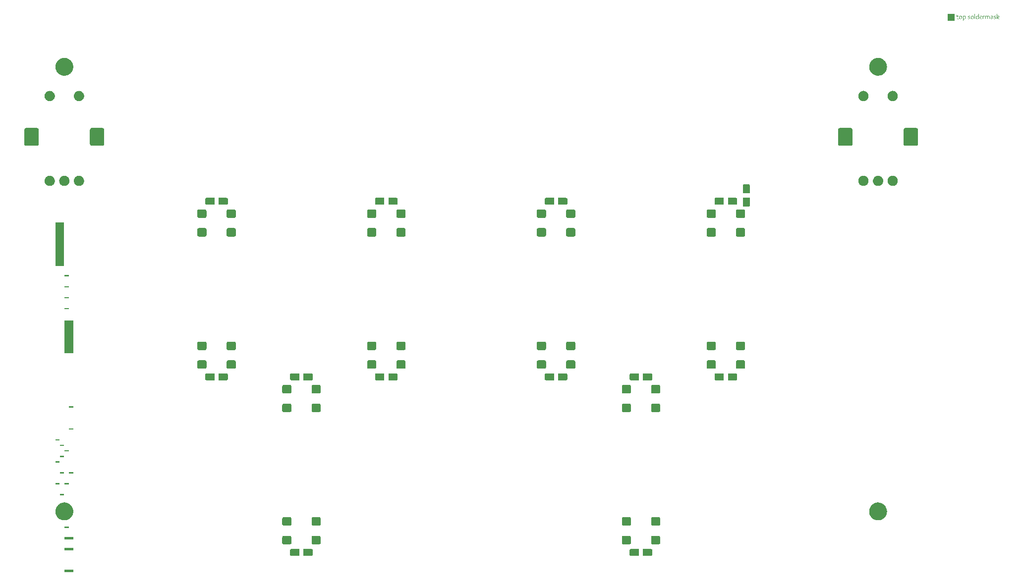
<source format=gts>
G04                                                      *
G04 Greetings!                                           *
G04 This Gerber was generated by PCBmodE, an open source *
G04 PCB design software. Get it here:                    *
G04                                                      *
G04   http://pcbmode.com                                 *
G04                                                      *
G04 Also visit                                           *
G04                                                      *
G04   http://boldport.com                                *
G04                                                      *
G04 and follow @boldport / @pcbmode for updates!         *
G04                                                      *

G04 leading zeros omitted (L); absolute data (A); 6 integer digits and 6 fractional digits *
%FSLAX66Y66*%

G04 mode (MO): millimeters (MM) *
%MOMM*%

G04 Aperture definitions *
%ADD10C,0.001X*%
%ADD11C,0.001X*%

%LPD*%
G36*
G01X49275000Y-91400000D02*
G01X49275000Y-91875000D01*
G01X49275000Y-91875000D01*
G01X49269514Y-91927334D01*
G01X49253809Y-91975886D01*
G01X49229016Y-92019526D01*
G01X49196266Y-92057122D01*
G01X49156689Y-92087544D01*
G01X49111418Y-92109661D01*
G01X49061581Y-92122343D01*
G01X49025000Y-92125000D01*
G01X48500000Y-92125000D01*
G01X47975000Y-92125000D01*
G01X47975000Y-92125000D01*
G01X47922666Y-92119514D01*
G01X47874114Y-92103809D01*
G01X47830474Y-92079016D01*
G01X47792878Y-92046266D01*
G01X47762456Y-92006689D01*
G01X47740339Y-91961418D01*
G01X47727657Y-91911581D01*
G01X47725000Y-91875000D01*
G01X47725000Y-91400000D01*
G01X47725000Y-90925000D01*
G01X47725000Y-90925000D01*
G01X47730486Y-90872666D01*
G01X47746191Y-90824114D01*
G01X47770984Y-90780474D01*
G01X47803734Y-90742878D01*
G01X47843311Y-90712456D01*
G01X47888582Y-90690339D01*
G01X47938419Y-90677657D01*
G01X47975000Y-90675000D01*
G01X48500000Y-90675000D01*
G01X49025000Y-90675000D01*
G01X49025000Y-90675000D01*
G01X49077334Y-90680486D01*
G01X49125886Y-90696191D01*
G01X49169526Y-90720984D01*
G01X49207122Y-90753734D01*
G01X49237544Y-90793311D01*
G01X49259661Y-90838582D01*
G01X49272343Y-90888419D01*
G01X49275000Y-90925000D01*
G01X49275000Y-91400000D01*
G37*
G36*
G01X49275000Y-88200000D02*
G01X49275000Y-88675000D01*
G01X49275000Y-88675000D01*
G01X49269514Y-88727334D01*
G01X49253809Y-88775886D01*
G01X49229016Y-88819526D01*
G01X49196266Y-88857122D01*
G01X49156689Y-88887544D01*
G01X49111418Y-88909661D01*
G01X49061581Y-88922343D01*
G01X49025000Y-88925000D01*
G01X48500000Y-88925000D01*
G01X47975000Y-88925000D01*
G01X47975000Y-88925000D01*
G01X47922666Y-88919514D01*
G01X47874114Y-88903809D01*
G01X47830474Y-88879016D01*
G01X47792878Y-88846266D01*
G01X47762456Y-88806689D01*
G01X47740339Y-88761418D01*
G01X47727657Y-88711581D01*
G01X47725000Y-88675000D01*
G01X47725000Y-88200000D01*
G01X47725000Y-87725000D01*
G01X47725000Y-87725000D01*
G01X47730486Y-87672666D01*
G01X47746191Y-87624114D01*
G01X47770984Y-87580474D01*
G01X47803734Y-87542878D01*
G01X47843311Y-87512456D01*
G01X47888582Y-87490339D01*
G01X47938419Y-87477657D01*
G01X47975000Y-87475000D01*
G01X48500000Y-87475000D01*
G01X49025000Y-87475000D01*
G01X49025000Y-87475000D01*
G01X49077334Y-87480486D01*
G01X49125886Y-87496191D01*
G01X49169526Y-87520984D01*
G01X49207122Y-87553734D01*
G01X49237544Y-87593311D01*
G01X49259661Y-87638582D01*
G01X49272343Y-87688419D01*
G01X49275000Y-87725000D01*
G01X49275000Y-88200000D01*
G37*
G36*
G01X54275000Y-88200000D02*
G01X54275000Y-88675000D01*
G01X54275000Y-88675000D01*
G01X54269514Y-88727334D01*
G01X54253809Y-88775886D01*
G01X54229016Y-88819526D01*
G01X54196266Y-88857122D01*
G01X54156689Y-88887544D01*
G01X54111418Y-88909661D01*
G01X54061581Y-88922343D01*
G01X54025000Y-88925000D01*
G01X53500000Y-88925000D01*
G01X52975000Y-88925000D01*
G01X52975000Y-88925000D01*
G01X52922666Y-88919514D01*
G01X52874114Y-88903809D01*
G01X52830474Y-88879016D01*
G01X52792878Y-88846266D01*
G01X52762456Y-88806689D01*
G01X52740339Y-88761418D01*
G01X52727657Y-88711581D01*
G01X52725000Y-88675000D01*
G01X52725000Y-88200000D01*
G01X52725000Y-87725000D01*
G01X52725000Y-87725000D01*
G01X52730486Y-87672666D01*
G01X52746191Y-87624114D01*
G01X52770984Y-87580474D01*
G01X52803734Y-87542878D01*
G01X52843311Y-87512456D01*
G01X52888582Y-87490339D01*
G01X52938419Y-87477657D01*
G01X52975000Y-87475000D01*
G01X53500000Y-87475000D01*
G01X54025000Y-87475000D01*
G01X54025000Y-87475000D01*
G01X54077334Y-87480486D01*
G01X54125886Y-87496191D01*
G01X54169526Y-87520984D01*
G01X54207122Y-87553734D01*
G01X54237544Y-87593311D01*
G01X54259661Y-87638582D01*
G01X54272343Y-87688419D01*
G01X54275000Y-87725000D01*
G01X54275000Y-88200000D01*
G37*
G36*
G01X54275000Y-91400000D02*
G01X54275000Y-91875000D01*
G01X54275000Y-91875000D01*
G01X54269514Y-91927334D01*
G01X54253809Y-91975886D01*
G01X54229016Y-92019526D01*
G01X54196266Y-92057122D01*
G01X54156689Y-92087544D01*
G01X54111418Y-92109661D01*
G01X54061581Y-92122343D01*
G01X54025000Y-92125000D01*
G01X53500000Y-92125000D01*
G01X52975000Y-92125000D01*
G01X52975000Y-92125000D01*
G01X52922666Y-92119514D01*
G01X52874114Y-92103809D01*
G01X52830474Y-92079016D01*
G01X52792878Y-92046266D01*
G01X52762456Y-92006689D01*
G01X52740339Y-91961418D01*
G01X52727657Y-91911581D01*
G01X52725000Y-91875000D01*
G01X52725000Y-91400000D01*
G01X52725000Y-90925000D01*
G01X52725000Y-90925000D01*
G01X52730486Y-90872666D01*
G01X52746191Y-90824114D01*
G01X52770984Y-90780474D01*
G01X52803734Y-90742878D01*
G01X52843311Y-90712456D01*
G01X52888582Y-90690339D01*
G01X52938419Y-90677657D01*
G01X52975000Y-90675000D01*
G01X53500000Y-90675000D01*
G01X54025000Y-90675000D01*
G01X54025000Y-90675000D01*
G01X54077334Y-90680486D01*
G01X54125886Y-90696191D01*
G01X54169526Y-90720984D01*
G01X54207122Y-90753734D01*
G01X54237544Y-90793311D01*
G01X54259661Y-90838582D01*
G01X54272343Y-90888419D01*
G01X54275000Y-90925000D01*
G01X54275000Y-91400000D01*
G37*
G36*
G01X52725000Y-65600000D02*
G01X52725000Y-65125000D01*
G01X52725000Y-65125000D01*
G01X52730486Y-65072666D01*
G01X52746191Y-65024114D01*
G01X52770984Y-64980474D01*
G01X52803734Y-64942878D01*
G01X52843311Y-64912456D01*
G01X52888582Y-64890339D01*
G01X52938419Y-64877657D01*
G01X52975000Y-64875000D01*
G01X53500000Y-64875000D01*
G01X54025000Y-64875000D01*
G01X54025000Y-64875000D01*
G01X54077334Y-64880486D01*
G01X54125886Y-64896191D01*
G01X54169526Y-64920984D01*
G01X54207122Y-64953734D01*
G01X54237544Y-64993311D01*
G01X54259661Y-65038582D01*
G01X54272343Y-65088419D01*
G01X54275000Y-65125000D01*
G01X54275000Y-65600000D01*
G01X54275000Y-66075000D01*
G01X54275000Y-66075000D01*
G01X54269514Y-66127334D01*
G01X54253809Y-66175886D01*
G01X54229016Y-66219526D01*
G01X54196266Y-66257122D01*
G01X54156689Y-66287544D01*
G01X54111418Y-66309661D01*
G01X54061581Y-66322343D01*
G01X54025000Y-66325000D01*
G01X53500000Y-66325000D01*
G01X52975000Y-66325000D01*
G01X52975000Y-66325000D01*
G01X52922666Y-66319514D01*
G01X52874114Y-66303809D01*
G01X52830474Y-66279016D01*
G01X52792878Y-66246266D01*
G01X52762456Y-66206689D01*
G01X52740339Y-66161418D01*
G01X52727657Y-66111581D01*
G01X52725000Y-66075000D01*
G01X52725000Y-65600000D01*
G37*
G36*
G01X52725000Y-68800000D02*
G01X52725000Y-68325000D01*
G01X52725000Y-68325000D01*
G01X52730486Y-68272666D01*
G01X52746191Y-68224114D01*
G01X52770984Y-68180474D01*
G01X52803734Y-68142878D01*
G01X52843311Y-68112456D01*
G01X52888582Y-68090339D01*
G01X52938419Y-68077657D01*
G01X52975000Y-68075000D01*
G01X53500000Y-68075000D01*
G01X54025000Y-68075000D01*
G01X54025000Y-68075000D01*
G01X54077334Y-68080486D01*
G01X54125886Y-68096191D01*
G01X54169526Y-68120984D01*
G01X54207122Y-68153734D01*
G01X54237544Y-68193311D01*
G01X54259661Y-68238582D01*
G01X54272343Y-68288419D01*
G01X54275000Y-68325000D01*
G01X54275000Y-68800000D01*
G01X54275000Y-69275000D01*
G01X54275000Y-69275000D01*
G01X54269514Y-69327334D01*
G01X54253809Y-69375886D01*
G01X54229016Y-69419526D01*
G01X54196266Y-69457122D01*
G01X54156689Y-69487544D01*
G01X54111418Y-69509661D01*
G01X54061581Y-69522343D01*
G01X54025000Y-69525000D01*
G01X53500000Y-69525000D01*
G01X52975000Y-69525000D01*
G01X52975000Y-69525000D01*
G01X52922666Y-69519514D01*
G01X52874114Y-69503809D01*
G01X52830474Y-69479016D01*
G01X52792878Y-69446266D01*
G01X52762456Y-69406689D01*
G01X52740339Y-69361418D01*
G01X52727657Y-69311581D01*
G01X52725000Y-69275000D01*
G01X52725000Y-68800000D01*
G37*
G36*
G01X47725000Y-68800000D02*
G01X47725000Y-68325000D01*
G01X47725000Y-68325000D01*
G01X47730486Y-68272666D01*
G01X47746191Y-68224114D01*
G01X47770984Y-68180474D01*
G01X47803734Y-68142878D01*
G01X47843311Y-68112456D01*
G01X47888582Y-68090339D01*
G01X47938419Y-68077657D01*
G01X47975000Y-68075000D01*
G01X48500000Y-68075000D01*
G01X49025000Y-68075000D01*
G01X49025000Y-68075000D01*
G01X49077334Y-68080486D01*
G01X49125886Y-68096191D01*
G01X49169526Y-68120984D01*
G01X49207122Y-68153734D01*
G01X49237544Y-68193311D01*
G01X49259661Y-68238582D01*
G01X49272343Y-68288419D01*
G01X49275000Y-68325000D01*
G01X49275000Y-68800000D01*
G01X49275000Y-69275000D01*
G01X49275000Y-69275000D01*
G01X49269514Y-69327334D01*
G01X49253809Y-69375886D01*
G01X49229016Y-69419526D01*
G01X49196266Y-69457122D01*
G01X49156689Y-69487544D01*
G01X49111418Y-69509661D01*
G01X49061581Y-69522343D01*
G01X49025000Y-69525000D01*
G01X48500000Y-69525000D01*
G01X47975000Y-69525000D01*
G01X47975000Y-69525000D01*
G01X47922666Y-69519514D01*
G01X47874114Y-69503809D01*
G01X47830474Y-69479016D01*
G01X47792878Y-69446266D01*
G01X47762456Y-69406689D01*
G01X47740339Y-69361418D01*
G01X47727657Y-69311581D01*
G01X47725000Y-69275000D01*
G01X47725000Y-68800000D01*
G37*
G36*
G01X47725000Y-65600000D02*
G01X47725000Y-65125000D01*
G01X47725000Y-65125000D01*
G01X47730486Y-65072666D01*
G01X47746191Y-65024114D01*
G01X47770984Y-64980474D01*
G01X47803734Y-64942878D01*
G01X47843311Y-64912456D01*
G01X47888582Y-64890339D01*
G01X47938419Y-64877657D01*
G01X47975000Y-64875000D01*
G01X48500000Y-64875000D01*
G01X49025000Y-64875000D01*
G01X49025000Y-64875000D01*
G01X49077334Y-64880486D01*
G01X49125886Y-64896191D01*
G01X49169526Y-64920984D01*
G01X49207122Y-64953734D01*
G01X49237544Y-64993311D01*
G01X49259661Y-65038582D01*
G01X49272343Y-65088419D01*
G01X49275000Y-65125000D01*
G01X49275000Y-65600000D01*
G01X49275000Y-66075000D01*
G01X49275000Y-66075000D01*
G01X49269514Y-66127334D01*
G01X49253809Y-66175886D01*
G01X49229016Y-66219526D01*
G01X49196266Y-66257122D01*
G01X49156689Y-66287544D01*
G01X49111418Y-66309661D01*
G01X49061581Y-66322343D01*
G01X49025000Y-66325000D01*
G01X48500000Y-66325000D01*
G01X47975000Y-66325000D01*
G01X47975000Y-66325000D01*
G01X47922666Y-66319514D01*
G01X47874114Y-66303809D01*
G01X47830474Y-66279016D01*
G01X47792878Y-66246266D01*
G01X47762456Y-66206689D01*
G01X47740339Y-66161418D01*
G01X47727657Y-66111581D01*
G01X47725000Y-66075000D01*
G01X47725000Y-65600000D01*
G37*
G36*
G01X121775000Y-61400000D02*
G01X121775000Y-61875000D01*
G01X121775000Y-61875000D01*
G01X121769514Y-61927334D01*
G01X121753809Y-61975886D01*
G01X121729016Y-62019526D01*
G01X121696266Y-62057122D01*
G01X121656689Y-62087544D01*
G01X121611418Y-62109661D01*
G01X121561581Y-62122343D01*
G01X121525000Y-62125000D01*
G01X121000000Y-62125000D01*
G01X120475000Y-62125000D01*
G01X120475000Y-62125000D01*
G01X120422666Y-62119514D01*
G01X120374114Y-62103809D01*
G01X120330474Y-62079016D01*
G01X120292878Y-62046266D01*
G01X120262456Y-62006689D01*
G01X120240339Y-61961418D01*
G01X120227657Y-61911581D01*
G01X120225000Y-61875000D01*
G01X120225000Y-61400000D01*
G01X120225000Y-60925000D01*
G01X120225000Y-60925000D01*
G01X120230486Y-60872666D01*
G01X120246191Y-60824114D01*
G01X120270984Y-60780474D01*
G01X120303734Y-60742878D01*
G01X120343311Y-60712456D01*
G01X120388582Y-60690339D01*
G01X120438419Y-60677657D01*
G01X120475000Y-60675000D01*
G01X121000000Y-60675000D01*
G01X121525000Y-60675000D01*
G01X121525000Y-60675000D01*
G01X121577334Y-60680486D01*
G01X121625886Y-60696191D01*
G01X121669526Y-60720984D01*
G01X121707122Y-60753734D01*
G01X121737544Y-60793311D01*
G01X121759661Y-60838582D01*
G01X121772343Y-60888419D01*
G01X121775000Y-60925000D01*
G01X121775000Y-61400000D01*
G37*
G36*
G01X121775000Y-58200000D02*
G01X121775000Y-58675000D01*
G01X121775000Y-58675000D01*
G01X121769514Y-58727334D01*
G01X121753809Y-58775886D01*
G01X121729016Y-58819526D01*
G01X121696266Y-58857122D01*
G01X121656689Y-58887544D01*
G01X121611418Y-58909661D01*
G01X121561581Y-58922343D01*
G01X121525000Y-58925000D01*
G01X121000000Y-58925000D01*
G01X120475000Y-58925000D01*
G01X120475000Y-58925000D01*
G01X120422666Y-58919514D01*
G01X120374114Y-58903809D01*
G01X120330474Y-58879016D01*
G01X120292878Y-58846266D01*
G01X120262456Y-58806689D01*
G01X120240339Y-58761418D01*
G01X120227657Y-58711581D01*
G01X120225000Y-58675000D01*
G01X120225000Y-58200000D01*
G01X120225000Y-57725000D01*
G01X120225000Y-57725000D01*
G01X120230486Y-57672666D01*
G01X120246191Y-57624114D01*
G01X120270984Y-57580474D01*
G01X120303734Y-57542878D01*
G01X120343311Y-57512456D01*
G01X120388582Y-57490339D01*
G01X120438419Y-57477657D01*
G01X120475000Y-57475000D01*
G01X121000000Y-57475000D01*
G01X121525000Y-57475000D01*
G01X121525000Y-57475000D01*
G01X121577334Y-57480486D01*
G01X121625886Y-57496191D01*
G01X121669526Y-57520984D01*
G01X121707122Y-57553734D01*
G01X121737544Y-57593311D01*
G01X121759661Y-57638582D01*
G01X121772343Y-57688419D01*
G01X121775000Y-57725000D01*
G01X121775000Y-58200000D01*
G37*
G36*
G01X126775000Y-58200000D02*
G01X126775000Y-58675000D01*
G01X126775000Y-58675000D01*
G01X126769514Y-58727334D01*
G01X126753809Y-58775886D01*
G01X126729016Y-58819526D01*
G01X126696266Y-58857122D01*
G01X126656689Y-58887544D01*
G01X126611418Y-58909661D01*
G01X126561581Y-58922343D01*
G01X126525000Y-58925000D01*
G01X126000000Y-58925000D01*
G01X125475000Y-58925000D01*
G01X125475000Y-58925000D01*
G01X125422666Y-58919514D01*
G01X125374114Y-58903809D01*
G01X125330474Y-58879016D01*
G01X125292878Y-58846266D01*
G01X125262456Y-58806689D01*
G01X125240339Y-58761418D01*
G01X125227657Y-58711581D01*
G01X125225000Y-58675000D01*
G01X125225000Y-58200000D01*
G01X125225000Y-57725000D01*
G01X125225000Y-57725000D01*
G01X125230486Y-57672666D01*
G01X125246191Y-57624114D01*
G01X125270984Y-57580474D01*
G01X125303734Y-57542878D01*
G01X125343311Y-57512456D01*
G01X125388582Y-57490339D01*
G01X125438419Y-57477657D01*
G01X125475000Y-57475000D01*
G01X126000000Y-57475000D01*
G01X126525000Y-57475000D01*
G01X126525000Y-57475000D01*
G01X126577334Y-57480486D01*
G01X126625886Y-57496191D01*
G01X126669526Y-57520984D01*
G01X126707122Y-57553734D01*
G01X126737544Y-57593311D01*
G01X126759661Y-57638582D01*
G01X126772343Y-57688419D01*
G01X126775000Y-57725000D01*
G01X126775000Y-58200000D01*
G37*
G36*
G01X126775000Y-61400000D02*
G01X126775000Y-61875000D01*
G01X126775000Y-61875000D01*
G01X126769514Y-61927334D01*
G01X126753809Y-61975886D01*
G01X126729016Y-62019526D01*
G01X126696266Y-62057122D01*
G01X126656689Y-62087544D01*
G01X126611418Y-62109661D01*
G01X126561581Y-62122343D01*
G01X126525000Y-62125000D01*
G01X126000000Y-62125000D01*
G01X125475000Y-62125000D01*
G01X125475000Y-62125000D01*
G01X125422666Y-62119514D01*
G01X125374114Y-62103809D01*
G01X125330474Y-62079016D01*
G01X125292878Y-62046266D01*
G01X125262456Y-62006689D01*
G01X125240339Y-61961418D01*
G01X125227657Y-61911581D01*
G01X125225000Y-61875000D01*
G01X125225000Y-61400000D01*
G01X125225000Y-60925000D01*
G01X125225000Y-60925000D01*
G01X125230486Y-60872666D01*
G01X125246191Y-60824114D01*
G01X125270984Y-60780474D01*
G01X125303734Y-60742878D01*
G01X125343311Y-60712456D01*
G01X125388582Y-60690339D01*
G01X125438419Y-60677657D01*
G01X125475000Y-60675000D01*
G01X126000000Y-60675000D01*
G01X126525000Y-60675000D01*
G01X126525000Y-60675000D01*
G01X126577334Y-60680486D01*
G01X126625886Y-60696191D01*
G01X126669526Y-60720984D01*
G01X126707122Y-60753734D01*
G01X126737544Y-60793311D01*
G01X126759661Y-60838582D01*
G01X126772343Y-60888419D01*
G01X126775000Y-60925000D01*
G01X126775000Y-61400000D01*
G37*
G36*
G01X125225000Y-35600000D02*
G01X125225000Y-35125000D01*
G01X125225000Y-35125000D01*
G01X125230486Y-35072666D01*
G01X125246191Y-35024114D01*
G01X125270984Y-34980474D01*
G01X125303734Y-34942878D01*
G01X125343311Y-34912456D01*
G01X125388582Y-34890339D01*
G01X125438419Y-34877657D01*
G01X125475000Y-34875000D01*
G01X126000000Y-34875000D01*
G01X126525000Y-34875000D01*
G01X126525000Y-34875000D01*
G01X126577334Y-34880486D01*
G01X126625886Y-34896191D01*
G01X126669526Y-34920984D01*
G01X126707122Y-34953734D01*
G01X126737544Y-34993311D01*
G01X126759661Y-35038582D01*
G01X126772343Y-35088419D01*
G01X126775000Y-35125000D01*
G01X126775000Y-35600000D01*
G01X126775000Y-36075000D01*
G01X126775000Y-36075000D01*
G01X126769514Y-36127334D01*
G01X126753809Y-36175886D01*
G01X126729016Y-36219526D01*
G01X126696266Y-36257122D01*
G01X126656689Y-36287544D01*
G01X126611418Y-36309661D01*
G01X126561581Y-36322343D01*
G01X126525000Y-36325000D01*
G01X126000000Y-36325000D01*
G01X125475000Y-36325000D01*
G01X125475000Y-36325000D01*
G01X125422666Y-36319514D01*
G01X125374114Y-36303809D01*
G01X125330474Y-36279016D01*
G01X125292878Y-36246266D01*
G01X125262456Y-36206689D01*
G01X125240339Y-36161418D01*
G01X125227657Y-36111581D01*
G01X125225000Y-36075000D01*
G01X125225000Y-35600000D01*
G37*
G36*
G01X125225000Y-38800000D02*
G01X125225000Y-38325000D01*
G01X125225000Y-38325000D01*
G01X125230486Y-38272666D01*
G01X125246191Y-38224114D01*
G01X125270984Y-38180474D01*
G01X125303734Y-38142878D01*
G01X125343311Y-38112456D01*
G01X125388582Y-38090339D01*
G01X125438419Y-38077657D01*
G01X125475000Y-38075000D01*
G01X126000000Y-38075000D01*
G01X126525000Y-38075000D01*
G01X126525000Y-38075000D01*
G01X126577334Y-38080486D01*
G01X126625886Y-38096191D01*
G01X126669526Y-38120984D01*
G01X126707122Y-38153734D01*
G01X126737544Y-38193311D01*
G01X126759661Y-38238582D01*
G01X126772343Y-38288419D01*
G01X126775000Y-38325000D01*
G01X126775000Y-38800000D01*
G01X126775000Y-39275000D01*
G01X126775000Y-39275000D01*
G01X126769514Y-39327334D01*
G01X126753809Y-39375886D01*
G01X126729016Y-39419526D01*
G01X126696266Y-39457122D01*
G01X126656689Y-39487544D01*
G01X126611418Y-39509661D01*
G01X126561581Y-39522343D01*
G01X126525000Y-39525000D01*
G01X126000000Y-39525000D01*
G01X125475000Y-39525000D01*
G01X125475000Y-39525000D01*
G01X125422666Y-39519514D01*
G01X125374114Y-39503809D01*
G01X125330474Y-39479016D01*
G01X125292878Y-39446266D01*
G01X125262456Y-39406689D01*
G01X125240339Y-39361418D01*
G01X125227657Y-39311581D01*
G01X125225000Y-39275000D01*
G01X125225000Y-38800000D01*
G37*
G36*
G01X120225000Y-38800000D02*
G01X120225000Y-38325000D01*
G01X120225000Y-38325000D01*
G01X120230486Y-38272666D01*
G01X120246191Y-38224114D01*
G01X120270984Y-38180474D01*
G01X120303734Y-38142878D01*
G01X120343311Y-38112456D01*
G01X120388582Y-38090339D01*
G01X120438419Y-38077657D01*
G01X120475000Y-38075000D01*
G01X121000000Y-38075000D01*
G01X121525000Y-38075000D01*
G01X121525000Y-38075000D01*
G01X121577334Y-38080486D01*
G01X121625886Y-38096191D01*
G01X121669526Y-38120984D01*
G01X121707122Y-38153734D01*
G01X121737544Y-38193311D01*
G01X121759661Y-38238582D01*
G01X121772343Y-38288419D01*
G01X121775000Y-38325000D01*
G01X121775000Y-38800000D01*
G01X121775000Y-39275000D01*
G01X121775000Y-39275000D01*
G01X121769514Y-39327334D01*
G01X121753809Y-39375886D01*
G01X121729016Y-39419526D01*
G01X121696266Y-39457122D01*
G01X121656689Y-39487544D01*
G01X121611418Y-39509661D01*
G01X121561581Y-39522343D01*
G01X121525000Y-39525000D01*
G01X121000000Y-39525000D01*
G01X120475000Y-39525000D01*
G01X120475000Y-39525000D01*
G01X120422666Y-39519514D01*
G01X120374114Y-39503809D01*
G01X120330474Y-39479016D01*
G01X120292878Y-39446266D01*
G01X120262456Y-39406689D01*
G01X120240339Y-39361418D01*
G01X120227657Y-39311581D01*
G01X120225000Y-39275000D01*
G01X120225000Y-38800000D01*
G37*
G36*
G01X120225000Y-35600000D02*
G01X120225000Y-35125000D01*
G01X120225000Y-35125000D01*
G01X120230486Y-35072666D01*
G01X120246191Y-35024114D01*
G01X120270984Y-34980474D01*
G01X120303734Y-34942878D01*
G01X120343311Y-34912456D01*
G01X120388582Y-34890339D01*
G01X120438419Y-34877657D01*
G01X120475000Y-34875000D01*
G01X121000000Y-34875000D01*
G01X121525000Y-34875000D01*
G01X121525000Y-34875000D01*
G01X121577334Y-34880486D01*
G01X121625886Y-34896191D01*
G01X121669526Y-34920984D01*
G01X121707122Y-34953734D01*
G01X121737544Y-34993311D01*
G01X121759661Y-35038582D01*
G01X121772343Y-35088419D01*
G01X121775000Y-35125000D01*
G01X121775000Y-35600000D01*
G01X121775000Y-36075000D01*
G01X121775000Y-36075000D01*
G01X121769514Y-36127334D01*
G01X121753809Y-36175886D01*
G01X121729016Y-36219526D01*
G01X121696266Y-36257122D01*
G01X121656689Y-36287544D01*
G01X121611418Y-36309661D01*
G01X121561581Y-36322343D01*
G01X121525000Y-36325000D01*
G01X121000000Y-36325000D01*
G01X120475000Y-36325000D01*
G01X120475000Y-36325000D01*
G01X120422666Y-36319514D01*
G01X120374114Y-36303809D01*
G01X120330474Y-36279016D01*
G01X120292878Y-36246266D01*
G01X120262456Y-36206689D01*
G01X120240339Y-36161418D01*
G01X120227657Y-36111581D01*
G01X120225000Y-36075000D01*
G01X120225000Y-35600000D01*
G37*
G36*
G01X107275000Y-91400000D02*
G01X107275000Y-91875000D01*
G01X107275000Y-91875000D01*
G01X107269514Y-91927334D01*
G01X107253809Y-91975886D01*
G01X107229016Y-92019526D01*
G01X107196266Y-92057122D01*
G01X107156689Y-92087544D01*
G01X107111418Y-92109661D01*
G01X107061581Y-92122343D01*
G01X107025000Y-92125000D01*
G01X106500000Y-92125000D01*
G01X105975000Y-92125000D01*
G01X105975000Y-92125000D01*
G01X105922666Y-92119514D01*
G01X105874114Y-92103809D01*
G01X105830474Y-92079016D01*
G01X105792878Y-92046266D01*
G01X105762456Y-92006689D01*
G01X105740339Y-91961418D01*
G01X105727657Y-91911581D01*
G01X105725000Y-91875000D01*
G01X105725000Y-91400000D01*
G01X105725000Y-90925000D01*
G01X105725000Y-90925000D01*
G01X105730486Y-90872666D01*
G01X105746191Y-90824114D01*
G01X105770984Y-90780474D01*
G01X105803734Y-90742878D01*
G01X105843311Y-90712456D01*
G01X105888582Y-90690339D01*
G01X105938419Y-90677657D01*
G01X105975000Y-90675000D01*
G01X106500000Y-90675000D01*
G01X107025000Y-90675000D01*
G01X107025000Y-90675000D01*
G01X107077334Y-90680486D01*
G01X107125886Y-90696191D01*
G01X107169526Y-90720984D01*
G01X107207122Y-90753734D01*
G01X107237544Y-90793311D01*
G01X107259661Y-90838582D01*
G01X107272343Y-90888419D01*
G01X107275000Y-90925000D01*
G01X107275000Y-91400000D01*
G37*
G36*
G01X107275000Y-88200000D02*
G01X107275000Y-88675000D01*
G01X107275000Y-88675000D01*
G01X107269514Y-88727334D01*
G01X107253809Y-88775886D01*
G01X107229016Y-88819526D01*
G01X107196266Y-88857122D01*
G01X107156689Y-88887544D01*
G01X107111418Y-88909661D01*
G01X107061581Y-88922343D01*
G01X107025000Y-88925000D01*
G01X106500000Y-88925000D01*
G01X105975000Y-88925000D01*
G01X105975000Y-88925000D01*
G01X105922666Y-88919514D01*
G01X105874114Y-88903809D01*
G01X105830474Y-88879016D01*
G01X105792878Y-88846266D01*
G01X105762456Y-88806689D01*
G01X105740339Y-88761418D01*
G01X105727657Y-88711581D01*
G01X105725000Y-88675000D01*
G01X105725000Y-88200000D01*
G01X105725000Y-87725000D01*
G01X105725000Y-87725000D01*
G01X105730486Y-87672666D01*
G01X105746191Y-87624114D01*
G01X105770984Y-87580474D01*
G01X105803734Y-87542878D01*
G01X105843311Y-87512456D01*
G01X105888582Y-87490339D01*
G01X105938419Y-87477657D01*
G01X105975000Y-87475000D01*
G01X106500000Y-87475000D01*
G01X107025000Y-87475000D01*
G01X107025000Y-87475000D01*
G01X107077334Y-87480486D01*
G01X107125886Y-87496191D01*
G01X107169526Y-87520984D01*
G01X107207122Y-87553734D01*
G01X107237544Y-87593311D01*
G01X107259661Y-87638582D01*
G01X107272343Y-87688419D01*
G01X107275000Y-87725000D01*
G01X107275000Y-88200000D01*
G37*
G36*
G01X112275000Y-88200000D02*
G01X112275000Y-88675000D01*
G01X112275000Y-88675000D01*
G01X112269514Y-88727334D01*
G01X112253809Y-88775886D01*
G01X112229016Y-88819526D01*
G01X112196266Y-88857122D01*
G01X112156689Y-88887544D01*
G01X112111418Y-88909661D01*
G01X112061581Y-88922343D01*
G01X112025000Y-88925000D01*
G01X111500000Y-88925000D01*
G01X110975000Y-88925000D01*
G01X110975000Y-88925000D01*
G01X110922666Y-88919514D01*
G01X110874114Y-88903809D01*
G01X110830474Y-88879016D01*
G01X110792878Y-88846266D01*
G01X110762456Y-88806689D01*
G01X110740339Y-88761418D01*
G01X110727657Y-88711581D01*
G01X110725000Y-88675000D01*
G01X110725000Y-88200000D01*
G01X110725000Y-87725000D01*
G01X110725000Y-87725000D01*
G01X110730486Y-87672666D01*
G01X110746191Y-87624114D01*
G01X110770984Y-87580474D01*
G01X110803734Y-87542878D01*
G01X110843311Y-87512456D01*
G01X110888582Y-87490339D01*
G01X110938419Y-87477657D01*
G01X110975000Y-87475000D01*
G01X111500000Y-87475000D01*
G01X112025000Y-87475000D01*
G01X112025000Y-87475000D01*
G01X112077334Y-87480486D01*
G01X112125886Y-87496191D01*
G01X112169526Y-87520984D01*
G01X112207122Y-87553734D01*
G01X112237544Y-87593311D01*
G01X112259661Y-87638582D01*
G01X112272343Y-87688419D01*
G01X112275000Y-87725000D01*
G01X112275000Y-88200000D01*
G37*
G36*
G01X112275000Y-91400000D02*
G01X112275000Y-91875000D01*
G01X112275000Y-91875000D01*
G01X112269514Y-91927334D01*
G01X112253809Y-91975886D01*
G01X112229016Y-92019526D01*
G01X112196266Y-92057122D01*
G01X112156689Y-92087544D01*
G01X112111418Y-92109661D01*
G01X112061581Y-92122343D01*
G01X112025000Y-92125000D01*
G01X111500000Y-92125000D01*
G01X110975000Y-92125000D01*
G01X110975000Y-92125000D01*
G01X110922666Y-92119514D01*
G01X110874114Y-92103809D01*
G01X110830474Y-92079016D01*
G01X110792878Y-92046266D01*
G01X110762456Y-92006689D01*
G01X110740339Y-91961418D01*
G01X110727657Y-91911581D01*
G01X110725000Y-91875000D01*
G01X110725000Y-91400000D01*
G01X110725000Y-90925000D01*
G01X110725000Y-90925000D01*
G01X110730486Y-90872666D01*
G01X110746191Y-90824114D01*
G01X110770984Y-90780474D01*
G01X110803734Y-90742878D01*
G01X110843311Y-90712456D01*
G01X110888582Y-90690339D01*
G01X110938419Y-90677657D01*
G01X110975000Y-90675000D01*
G01X111500000Y-90675000D01*
G01X112025000Y-90675000D01*
G01X112025000Y-90675000D01*
G01X112077334Y-90680486D01*
G01X112125886Y-90696191D01*
G01X112169526Y-90720984D01*
G01X112207122Y-90753734D01*
G01X112237544Y-90793311D01*
G01X112259661Y-90838582D01*
G01X112272343Y-90888419D01*
G01X112275000Y-90925000D01*
G01X112275000Y-91400000D01*
G37*
G36*
G01X147000000Y-30875000D02*
G01X147000000Y-30875000D01*
G01X147057531Y-30873139D01*
G01X147114069Y-30867632D01*
G01X147169498Y-30858595D01*
G01X147223703Y-30846143D01*
G01X147276568Y-30830392D01*
G01X147327978Y-30811456D01*
G01X147377818Y-30789451D01*
G01X147425972Y-30764493D01*
G01X147472326Y-30736696D01*
G01X147516764Y-30706176D01*
G01X147559170Y-30673048D01*
G01X147599430Y-30637427D01*
G01X147637427Y-30599430D01*
G01X147673048Y-30559170D01*
G01X147706176Y-30516764D01*
G01X147736696Y-30472326D01*
G01X147764493Y-30425972D01*
G01X147789451Y-30377818D01*
G01X147811456Y-30327978D01*
G01X147830392Y-30276568D01*
G01X147846143Y-30223703D01*
G01X147858595Y-30169498D01*
G01X147867632Y-30114069D01*
G01X147873139Y-30057531D01*
G01X147875000Y-30000000D01*
G01X147875000Y-30000000D01*
G01X147875000Y-30000000D01*
G01X147873139Y-29942469D01*
G01X147867632Y-29885931D01*
G01X147858595Y-29830502D01*
G01X147846143Y-29776297D01*
G01X147830392Y-29723432D01*
G01X147811456Y-29672022D01*
G01X147789451Y-29622182D01*
G01X147764493Y-29574028D01*
G01X147736696Y-29527674D01*
G01X147706176Y-29483236D01*
G01X147673048Y-29440830D01*
G01X147637427Y-29400570D01*
G01X147599430Y-29362573D01*
G01X147559170Y-29326952D01*
G01X147516764Y-29293824D01*
G01X147472326Y-29263304D01*
G01X147425972Y-29235507D01*
G01X147377818Y-29210549D01*
G01X147327978Y-29188544D01*
G01X147276568Y-29169608D01*
G01X147223703Y-29153857D01*
G01X147169498Y-29141405D01*
G01X147114069Y-29132368D01*
G01X147057531Y-29126861D01*
G01X147000000Y-29125000D01*
G01X147000000Y-29125000D01*
G01X147000000Y-29125000D01*
G01X146942469Y-29126861D01*
G01X146885931Y-29132368D01*
G01X146830502Y-29141405D01*
G01X146776297Y-29153857D01*
G01X146723432Y-29169608D01*
G01X146672022Y-29188544D01*
G01X146622182Y-29210549D01*
G01X146574028Y-29235507D01*
G01X146527674Y-29263304D01*
G01X146483236Y-29293824D01*
G01X146440830Y-29326952D01*
G01X146400570Y-29362573D01*
G01X146362573Y-29400570D01*
G01X146326952Y-29440830D01*
G01X146293824Y-29483236D01*
G01X146263304Y-29527674D01*
G01X146235507Y-29574028D01*
G01X146210549Y-29622182D01*
G01X146188544Y-29672022D01*
G01X146169608Y-29723432D01*
G01X146153857Y-29776297D01*
G01X146141405Y-29830502D01*
G01X146132368Y-29885931D01*
G01X146126861Y-29942469D01*
G01X146125000Y-30000000D01*
G01X146125000Y-30000000D01*
G01X146125000Y-30000000D01*
G01X146126861Y-30057531D01*
G01X146132368Y-30114069D01*
G01X146141405Y-30169498D01*
G01X146153857Y-30223703D01*
G01X146169608Y-30276568D01*
G01X146188544Y-30327978D01*
G01X146210549Y-30377818D01*
G01X146235507Y-30425972D01*
G01X146263304Y-30472326D01*
G01X146293824Y-30516764D01*
G01X146326952Y-30559170D01*
G01X146362573Y-30599430D01*
G01X146400570Y-30637427D01*
G01X146440830Y-30673048D01*
G01X146483236Y-30706176D01*
G01X146527674Y-30736696D01*
G01X146574028Y-30764493D01*
G01X146622182Y-30789451D01*
G01X146672022Y-30811456D01*
G01X146723432Y-30830392D01*
G01X146776297Y-30846143D01*
G01X146830502Y-30858595D01*
G01X146885931Y-30867632D01*
G01X146942469Y-30873139D01*
G01X147000000Y-30875000D01*
G01X147000000Y-30875000D01*
G37*
G36*
G01X152000000Y-30875000D02*
G01X152000000Y-30875000D01*
G01X152057531Y-30873139D01*
G01X152114069Y-30867632D01*
G01X152169498Y-30858595D01*
G01X152223703Y-30846143D01*
G01X152276568Y-30830392D01*
G01X152327978Y-30811456D01*
G01X152377818Y-30789451D01*
G01X152425972Y-30764493D01*
G01X152472326Y-30736696D01*
G01X152516764Y-30706176D01*
G01X152559170Y-30673048D01*
G01X152599430Y-30637427D01*
G01X152637427Y-30599430D01*
G01X152673048Y-30559170D01*
G01X152706176Y-30516764D01*
G01X152736696Y-30472326D01*
G01X152764493Y-30425972D01*
G01X152789451Y-30377818D01*
G01X152811456Y-30327978D01*
G01X152830392Y-30276568D01*
G01X152846143Y-30223703D01*
G01X152858595Y-30169498D01*
G01X152867632Y-30114069D01*
G01X152873139Y-30057531D01*
G01X152875000Y-30000000D01*
G01X152875000Y-30000000D01*
G01X152875000Y-30000000D01*
G01X152873139Y-29942469D01*
G01X152867632Y-29885931D01*
G01X152858595Y-29830502D01*
G01X152846143Y-29776297D01*
G01X152830392Y-29723432D01*
G01X152811456Y-29672022D01*
G01X152789451Y-29622182D01*
G01X152764493Y-29574028D01*
G01X152736696Y-29527674D01*
G01X152706176Y-29483236D01*
G01X152673048Y-29440830D01*
G01X152637427Y-29400570D01*
G01X152599430Y-29362573D01*
G01X152559170Y-29326952D01*
G01X152516764Y-29293824D01*
G01X152472326Y-29263304D01*
G01X152425972Y-29235507D01*
G01X152377818Y-29210549D01*
G01X152327978Y-29188544D01*
G01X152276568Y-29169608D01*
G01X152223703Y-29153857D01*
G01X152169498Y-29141405D01*
G01X152114069Y-29132368D01*
G01X152057531Y-29126861D01*
G01X152000000Y-29125000D01*
G01X152000000Y-29125000D01*
G01X152000000Y-29125000D01*
G01X151942469Y-29126861D01*
G01X151885931Y-29132368D01*
G01X151830502Y-29141405D01*
G01X151776297Y-29153857D01*
G01X151723432Y-29169608D01*
G01X151672022Y-29188544D01*
G01X151622182Y-29210549D01*
G01X151574028Y-29235507D01*
G01X151527674Y-29263304D01*
G01X151483236Y-29293824D01*
G01X151440830Y-29326952D01*
G01X151400570Y-29362573D01*
G01X151362573Y-29400570D01*
G01X151326952Y-29440830D01*
G01X151293824Y-29483236D01*
G01X151263304Y-29527674D01*
G01X151235507Y-29574028D01*
G01X151210549Y-29622182D01*
G01X151188544Y-29672022D01*
G01X151169608Y-29723432D01*
G01X151153857Y-29776297D01*
G01X151141405Y-29830502D01*
G01X151132368Y-29885931D01*
G01X151126861Y-29942469D01*
G01X151125000Y-30000000D01*
G01X151125000Y-30000000D01*
G01X151125000Y-30000000D01*
G01X151126861Y-30057531D01*
G01X151132368Y-30114069D01*
G01X151141405Y-30169498D01*
G01X151153857Y-30223703D01*
G01X151169608Y-30276568D01*
G01X151188544Y-30327978D01*
G01X151210549Y-30377818D01*
G01X151235507Y-30425972D01*
G01X151263304Y-30472326D01*
G01X151293824Y-30516764D01*
G01X151326952Y-30559170D01*
G01X151362573Y-30599430D01*
G01X151400570Y-30637427D01*
G01X151440830Y-30673048D01*
G01X151483236Y-30706176D01*
G01X151527674Y-30736696D01*
G01X151574028Y-30764493D01*
G01X151622182Y-30789451D01*
G01X151672022Y-30811456D01*
G01X151723432Y-30830392D01*
G01X151776297Y-30846143D01*
G01X151830502Y-30858595D01*
G01X151885931Y-30867632D01*
G01X151942469Y-30873139D01*
G01X152000000Y-30875000D01*
G01X152000000Y-30875000D01*
G37*
G36*
G01X152000000Y-16375000D02*
G01X152000000Y-16375000D01*
G01X152057531Y-16373139D01*
G01X152114069Y-16367632D01*
G01X152169498Y-16358595D01*
G01X152223703Y-16346143D01*
G01X152276568Y-16330392D01*
G01X152327978Y-16311456D01*
G01X152377818Y-16289451D01*
G01X152425972Y-16264493D01*
G01X152472326Y-16236696D01*
G01X152516764Y-16206176D01*
G01X152559170Y-16173048D01*
G01X152599430Y-16137427D01*
G01X152637427Y-16099430D01*
G01X152673048Y-16059170D01*
G01X152706176Y-16016764D01*
G01X152736696Y-15972326D01*
G01X152764493Y-15925972D01*
G01X152789451Y-15877818D01*
G01X152811456Y-15827978D01*
G01X152830392Y-15776568D01*
G01X152846143Y-15723703D01*
G01X152858595Y-15669498D01*
G01X152867632Y-15614069D01*
G01X152873139Y-15557531D01*
G01X152875000Y-15500000D01*
G01X152875000Y-15500000D01*
G01X152875000Y-15500000D01*
G01X152873139Y-15442469D01*
G01X152867632Y-15385931D01*
G01X152858595Y-15330502D01*
G01X152846143Y-15276297D01*
G01X152830392Y-15223432D01*
G01X152811456Y-15172022D01*
G01X152789451Y-15122182D01*
G01X152764493Y-15074028D01*
G01X152736696Y-15027674D01*
G01X152706176Y-14983236D01*
G01X152673048Y-14940830D01*
G01X152637427Y-14900570D01*
G01X152599430Y-14862573D01*
G01X152559170Y-14826952D01*
G01X152516764Y-14793824D01*
G01X152472326Y-14763304D01*
G01X152425972Y-14735507D01*
G01X152377818Y-14710549D01*
G01X152327978Y-14688544D01*
G01X152276568Y-14669608D01*
G01X152223703Y-14653857D01*
G01X152169498Y-14641405D01*
G01X152114069Y-14632368D01*
G01X152057531Y-14626861D01*
G01X152000000Y-14625000D01*
G01X152000000Y-14625000D01*
G01X152000000Y-14625000D01*
G01X151942469Y-14626861D01*
G01X151885931Y-14632368D01*
G01X151830502Y-14641405D01*
G01X151776297Y-14653857D01*
G01X151723432Y-14669608D01*
G01X151672022Y-14688544D01*
G01X151622182Y-14710549D01*
G01X151574028Y-14735507D01*
G01X151527674Y-14763304D01*
G01X151483236Y-14793824D01*
G01X151440830Y-14826952D01*
G01X151400570Y-14862573D01*
G01X151362573Y-14900570D01*
G01X151326952Y-14940830D01*
G01X151293824Y-14983236D01*
G01X151263304Y-15027674D01*
G01X151235507Y-15074028D01*
G01X151210549Y-15122182D01*
G01X151188544Y-15172022D01*
G01X151169608Y-15223432D01*
G01X151153857Y-15276297D01*
G01X151141405Y-15330502D01*
G01X151132368Y-15385931D01*
G01X151126861Y-15442469D01*
G01X151125000Y-15500000D01*
G01X151125000Y-15500000D01*
G01X151125000Y-15500000D01*
G01X151126861Y-15557531D01*
G01X151132368Y-15614069D01*
G01X151141405Y-15669498D01*
G01X151153857Y-15723703D01*
G01X151169608Y-15776568D01*
G01X151188544Y-15827978D01*
G01X151210549Y-15877818D01*
G01X151235507Y-15925972D01*
G01X151263304Y-15972326D01*
G01X151293824Y-16016764D01*
G01X151326952Y-16059170D01*
G01X151362573Y-16099430D01*
G01X151400570Y-16137427D01*
G01X151440830Y-16173048D01*
G01X151483236Y-16206176D01*
G01X151527674Y-16236696D01*
G01X151574028Y-16264493D01*
G01X151622182Y-16289451D01*
G01X151672022Y-16311456D01*
G01X151723432Y-16330392D01*
G01X151776297Y-16346143D01*
G01X151830502Y-16358595D01*
G01X151885931Y-16367632D01*
G01X151942469Y-16373139D01*
G01X152000000Y-16375000D01*
G01X152000000Y-16375000D01*
G37*
G36*
G01X153875000Y-22500000D02*
G01X153875000Y-21275000D01*
G01X153875000Y-21275000D01*
G01X153878927Y-21226339D01*
G01X153890294Y-21180177D01*
G01X153908486Y-21137133D01*
G01X153932883Y-21097824D01*
G01X153962868Y-21062868D01*
G01X153997824Y-21032883D01*
G01X154037133Y-21008486D01*
G01X154080177Y-20990294D01*
G01X154126339Y-20978927D01*
G01X154175000Y-20975000D01*
G01X154175000Y-20975000D01*
G01X155100000Y-20975000D01*
G01X156025000Y-20975000D01*
G01X156025000Y-20975000D01*
G01X156073661Y-20978927D01*
G01X156119823Y-20990294D01*
G01X156162867Y-21008486D01*
G01X156202176Y-21032883D01*
G01X156237132Y-21062868D01*
G01X156267117Y-21097824D01*
G01X156291514Y-21137133D01*
G01X156309706Y-21180177D01*
G01X156321074Y-21226339D01*
G01X156325000Y-21275000D01*
G01X156325000Y-21275000D01*
G01X156325000Y-22500000D01*
G01X156325000Y-23725000D01*
G01X156325000Y-23725000D01*
G01X156321073Y-23773661D01*
G01X156309706Y-23819823D01*
G01X156291514Y-23862867D01*
G01X156267117Y-23902176D01*
G01X156237132Y-23937132D01*
G01X156202176Y-23967117D01*
G01X156162867Y-23991514D01*
G01X156119823Y-24009706D01*
G01X156073661Y-24021073D01*
G01X156025000Y-24025000D01*
G01X156025000Y-24025000D01*
G01X155100000Y-24025000D01*
G01X154175000Y-24025000D01*
G01X154175000Y-24025000D01*
G01X154126339Y-24021073D01*
G01X154080177Y-24009706D01*
G01X154037133Y-23991514D01*
G01X153997824Y-23967117D01*
G01X153962868Y-23937132D01*
G01X153932883Y-23902176D01*
G01X153908486Y-23862867D01*
G01X153890294Y-23819823D01*
G01X153878927Y-23773661D01*
G01X153875000Y-23725000D01*
G01X153875000Y-23725000D01*
G01X153875000Y-22500000D01*
G37*
G36*
G01X142675000Y-22500000D02*
G01X142675000Y-21275000D01*
G01X142675000Y-21275000D01*
G01X142678927Y-21226339D01*
G01X142690294Y-21180177D01*
G01X142708486Y-21137133D01*
G01X142732883Y-21097824D01*
G01X142762868Y-21062868D01*
G01X142797824Y-21032883D01*
G01X142837133Y-21008486D01*
G01X142880177Y-20990294D01*
G01X142926339Y-20978927D01*
G01X142975000Y-20975000D01*
G01X142975000Y-20975000D01*
G01X143900000Y-20975000D01*
G01X144825000Y-20975000D01*
G01X144825000Y-20975000D01*
G01X144873661Y-20978927D01*
G01X144919823Y-20990294D01*
G01X144962867Y-21008486D01*
G01X145002176Y-21032883D01*
G01X145037132Y-21062868D01*
G01X145067117Y-21097824D01*
G01X145091514Y-21137133D01*
G01X145109706Y-21180177D01*
G01X145121073Y-21226339D01*
G01X145125000Y-21275000D01*
G01X145125000Y-21275000D01*
G01X145125000Y-22500000D01*
G01X145125000Y-23725000D01*
G01X145125000Y-23725000D01*
G01X145121073Y-23773661D01*
G01X145109706Y-23819823D01*
G01X145091514Y-23862867D01*
G01X145067117Y-23902176D01*
G01X145037132Y-23937132D01*
G01X145002176Y-23967117D01*
G01X144962867Y-23991514D01*
G01X144919823Y-24009706D01*
G01X144873661Y-24021073D01*
G01X144825000Y-24025000D01*
G01X144825000Y-24025000D01*
G01X143900000Y-24025000D01*
G01X142975000Y-24025000D01*
G01X142975000Y-24025000D01*
G01X142926339Y-24021073D01*
G01X142880177Y-24009706D01*
G01X142837133Y-23991514D01*
G01X142797824Y-23967117D01*
G01X142762868Y-23937132D01*
G01X142732883Y-23902176D01*
G01X142708486Y-23862867D01*
G01X142690294Y-23819823D01*
G01X142678926Y-23773661D01*
G01X142675000Y-23725000D01*
G01X142675000Y-23725000D01*
G01X142675000Y-22500000D01*
G37*
G36*
G01X149500000Y-30875000D02*
G01X149500000Y-30875000D01*
G01X149557531Y-30873139D01*
G01X149614069Y-30867632D01*
G01X149669498Y-30858595D01*
G01X149723703Y-30846143D01*
G01X149776568Y-30830392D01*
G01X149827978Y-30811456D01*
G01X149877818Y-30789451D01*
G01X149925972Y-30764493D01*
G01X149972326Y-30736696D01*
G01X150016764Y-30706176D01*
G01X150059170Y-30673048D01*
G01X150099430Y-30637427D01*
G01X150137427Y-30599430D01*
G01X150173048Y-30559170D01*
G01X150206176Y-30516764D01*
G01X150236696Y-30472326D01*
G01X150264493Y-30425972D01*
G01X150289451Y-30377818D01*
G01X150311456Y-30327978D01*
G01X150330392Y-30276568D01*
G01X150346143Y-30223703D01*
G01X150358595Y-30169498D01*
G01X150367632Y-30114069D01*
G01X150373139Y-30057531D01*
G01X150375000Y-30000000D01*
G01X150375000Y-30000000D01*
G01X150375000Y-30000000D01*
G01X150373139Y-29942469D01*
G01X150367632Y-29885931D01*
G01X150358595Y-29830502D01*
G01X150346143Y-29776297D01*
G01X150330392Y-29723432D01*
G01X150311456Y-29672022D01*
G01X150289451Y-29622182D01*
G01X150264493Y-29574028D01*
G01X150236696Y-29527674D01*
G01X150206176Y-29483236D01*
G01X150173048Y-29440830D01*
G01X150137427Y-29400570D01*
G01X150099430Y-29362573D01*
G01X150059170Y-29326952D01*
G01X150016764Y-29293824D01*
G01X149972326Y-29263304D01*
G01X149925972Y-29235507D01*
G01X149877818Y-29210549D01*
G01X149827978Y-29188544D01*
G01X149776568Y-29169608D01*
G01X149723703Y-29153857D01*
G01X149669498Y-29141405D01*
G01X149614069Y-29132368D01*
G01X149557531Y-29126861D01*
G01X149500000Y-29125000D01*
G01X149500000Y-29125000D01*
G01X149500000Y-29125000D01*
G01X149442469Y-29126861D01*
G01X149385931Y-29132368D01*
G01X149330502Y-29141405D01*
G01X149276297Y-29153857D01*
G01X149223432Y-29169608D01*
G01X149172022Y-29188544D01*
G01X149122182Y-29210549D01*
G01X149074028Y-29235507D01*
G01X149027674Y-29263304D01*
G01X148983236Y-29293824D01*
G01X148940830Y-29326952D01*
G01X148900570Y-29362573D01*
G01X148862573Y-29400570D01*
G01X148826952Y-29440830D01*
G01X148793824Y-29483236D01*
G01X148763304Y-29527674D01*
G01X148735507Y-29574028D01*
G01X148710549Y-29622182D01*
G01X148688544Y-29672022D01*
G01X148669608Y-29723432D01*
G01X148653857Y-29776297D01*
G01X148641405Y-29830502D01*
G01X148632368Y-29885931D01*
G01X148626861Y-29942469D01*
G01X148625000Y-30000000D01*
G01X148625000Y-30000000D01*
G01X148625000Y-30000000D01*
G01X148626861Y-30057531D01*
G01X148632368Y-30114069D01*
G01X148641405Y-30169498D01*
G01X148653857Y-30223703D01*
G01X148669608Y-30276568D01*
G01X148688544Y-30327978D01*
G01X148710549Y-30377818D01*
G01X148735507Y-30425972D01*
G01X148763304Y-30472326D01*
G01X148793824Y-30516764D01*
G01X148826952Y-30559170D01*
G01X148862573Y-30599430D01*
G01X148900570Y-30637427D01*
G01X148940830Y-30673048D01*
G01X148983236Y-30706176D01*
G01X149027674Y-30736696D01*
G01X149074028Y-30764493D01*
G01X149122182Y-30789451D01*
G01X149172022Y-30811456D01*
G01X149223432Y-30830392D01*
G01X149276297Y-30846143D01*
G01X149330502Y-30858595D01*
G01X149385931Y-30867632D01*
G01X149442469Y-30873139D01*
G01X149500000Y-30875000D01*
G01X149500000Y-30875000D01*
G37*
G36*
G01X147000000Y-16375000D02*
G01X147000000Y-16375000D01*
G01X147057531Y-16373139D01*
G01X147114069Y-16367632D01*
G01X147169498Y-16358595D01*
G01X147223703Y-16346143D01*
G01X147276568Y-16330392D01*
G01X147327978Y-16311456D01*
G01X147377818Y-16289451D01*
G01X147425972Y-16264493D01*
G01X147472326Y-16236696D01*
G01X147516764Y-16206176D01*
G01X147559170Y-16173048D01*
G01X147599430Y-16137427D01*
G01X147637427Y-16099430D01*
G01X147673048Y-16059170D01*
G01X147706176Y-16016764D01*
G01X147736696Y-15972326D01*
G01X147764493Y-15925972D01*
G01X147789451Y-15877818D01*
G01X147811456Y-15827978D01*
G01X147830392Y-15776568D01*
G01X147846143Y-15723703D01*
G01X147858595Y-15669498D01*
G01X147867632Y-15614069D01*
G01X147873139Y-15557531D01*
G01X147875000Y-15500000D01*
G01X147875000Y-15500000D01*
G01X147875000Y-15500000D01*
G01X147873139Y-15442469D01*
G01X147867632Y-15385931D01*
G01X147858595Y-15330502D01*
G01X147846143Y-15276297D01*
G01X147830392Y-15223432D01*
G01X147811456Y-15172022D01*
G01X147789451Y-15122182D01*
G01X147764493Y-15074028D01*
G01X147736696Y-15027674D01*
G01X147706176Y-14983236D01*
G01X147673048Y-14940830D01*
G01X147637427Y-14900570D01*
G01X147599430Y-14862573D01*
G01X147559170Y-14826952D01*
G01X147516764Y-14793824D01*
G01X147472326Y-14763304D01*
G01X147425972Y-14735507D01*
G01X147377818Y-14710549D01*
G01X147327978Y-14688544D01*
G01X147276568Y-14669608D01*
G01X147223703Y-14653857D01*
G01X147169498Y-14641405D01*
G01X147114069Y-14632368D01*
G01X147057531Y-14626861D01*
G01X147000000Y-14625000D01*
G01X147000000Y-14625000D01*
G01X147000000Y-14625000D01*
G01X146942469Y-14626861D01*
G01X146885931Y-14632368D01*
G01X146830502Y-14641405D01*
G01X146776297Y-14653857D01*
G01X146723432Y-14669608D01*
G01X146672022Y-14688544D01*
G01X146622182Y-14710549D01*
G01X146574028Y-14735507D01*
G01X146527674Y-14763304D01*
G01X146483236Y-14793824D01*
G01X146440830Y-14826952D01*
G01X146400570Y-14862573D01*
G01X146362573Y-14900570D01*
G01X146326952Y-14940830D01*
G01X146293824Y-14983236D01*
G01X146263304Y-15027674D01*
G01X146235507Y-15074028D01*
G01X146210549Y-15122182D01*
G01X146188544Y-15172022D01*
G01X146169608Y-15223432D01*
G01X146153857Y-15276297D01*
G01X146141405Y-15330502D01*
G01X146132368Y-15385931D01*
G01X146126861Y-15442469D01*
G01X146125000Y-15500000D01*
G01X146125000Y-15500000D01*
G01X146125000Y-15500000D01*
G01X146126861Y-15557531D01*
G01X146132368Y-15614069D01*
G01X146141405Y-15669498D01*
G01X146153857Y-15723703D01*
G01X146169608Y-15776568D01*
G01X146188544Y-15827978D01*
G01X146210549Y-15877818D01*
G01X146235507Y-15925972D01*
G01X146263304Y-15972326D01*
G01X146293824Y-16016764D01*
G01X146326952Y-16059170D01*
G01X146362573Y-16099430D01*
G01X146400570Y-16137427D01*
G01X146440830Y-16173048D01*
G01X146483236Y-16206176D01*
G01X146527674Y-16236696D01*
G01X146574028Y-16264493D01*
G01X146622182Y-16289451D01*
G01X146672022Y-16311456D01*
G01X146723432Y-16330392D01*
G01X146776297Y-16346143D01*
G01X146830502Y-16358595D01*
G01X146885931Y-16367632D01*
G01X146942469Y-16373139D01*
G01X147000000Y-16375000D01*
G01X147000000Y-16375000D01*
G37*
G36*
G01X110725000Y-65600000D02*
G01X110725000Y-65125000D01*
G01X110725000Y-65125000D01*
G01X110730486Y-65072666D01*
G01X110746191Y-65024114D01*
G01X110770984Y-64980474D01*
G01X110803734Y-64942878D01*
G01X110843311Y-64912456D01*
G01X110888582Y-64890339D01*
G01X110938419Y-64877657D01*
G01X110975000Y-64875000D01*
G01X111500000Y-64875000D01*
G01X112025000Y-64875000D01*
G01X112025000Y-64875000D01*
G01X112077334Y-64880486D01*
G01X112125886Y-64896191D01*
G01X112169526Y-64920984D01*
G01X112207122Y-64953734D01*
G01X112237544Y-64993311D01*
G01X112259661Y-65038582D01*
G01X112272343Y-65088419D01*
G01X112275000Y-65125000D01*
G01X112275000Y-65600000D01*
G01X112275000Y-66075000D01*
G01X112275000Y-66075000D01*
G01X112269514Y-66127334D01*
G01X112253809Y-66175886D01*
G01X112229016Y-66219526D01*
G01X112196266Y-66257122D01*
G01X112156689Y-66287544D01*
G01X112111418Y-66309661D01*
G01X112061581Y-66322343D01*
G01X112025000Y-66325000D01*
G01X111500000Y-66325000D01*
G01X110975000Y-66325000D01*
G01X110975000Y-66325000D01*
G01X110922666Y-66319514D01*
G01X110874114Y-66303809D01*
G01X110830474Y-66279016D01*
G01X110792878Y-66246266D01*
G01X110762456Y-66206689D01*
G01X110740339Y-66161418D01*
G01X110727657Y-66111581D01*
G01X110725000Y-66075000D01*
G01X110725000Y-65600000D01*
G37*
G36*
G01X110725000Y-68800000D02*
G01X110725000Y-68325000D01*
G01X110725000Y-68325000D01*
G01X110730486Y-68272666D01*
G01X110746191Y-68224114D01*
G01X110770984Y-68180474D01*
G01X110803734Y-68142878D01*
G01X110843311Y-68112456D01*
G01X110888582Y-68090339D01*
G01X110938419Y-68077657D01*
G01X110975000Y-68075000D01*
G01X111500000Y-68075000D01*
G01X112025000Y-68075000D01*
G01X112025000Y-68075000D01*
G01X112077334Y-68080486D01*
G01X112125886Y-68096191D01*
G01X112169526Y-68120984D01*
G01X112207122Y-68153734D01*
G01X112237544Y-68193311D01*
G01X112259661Y-68238582D01*
G01X112272343Y-68288419D01*
G01X112275000Y-68325000D01*
G01X112275000Y-68800000D01*
G01X112275000Y-69275000D01*
G01X112275000Y-69275000D01*
G01X112269514Y-69327334D01*
G01X112253809Y-69375886D01*
G01X112229016Y-69419526D01*
G01X112196266Y-69457122D01*
G01X112156689Y-69487544D01*
G01X112111418Y-69509661D01*
G01X112061581Y-69522343D01*
G01X112025000Y-69525000D01*
G01X111500000Y-69525000D01*
G01X110975000Y-69525000D01*
G01X110975000Y-69525000D01*
G01X110922666Y-69519514D01*
G01X110874114Y-69503809D01*
G01X110830474Y-69479016D01*
G01X110792878Y-69446266D01*
G01X110762456Y-69406689D01*
G01X110740339Y-69361418D01*
G01X110727657Y-69311581D01*
G01X110725000Y-69275000D01*
G01X110725000Y-68800000D01*
G37*
G36*
G01X105725000Y-68800000D02*
G01X105725000Y-68325000D01*
G01X105725000Y-68325000D01*
G01X105730486Y-68272666D01*
G01X105746191Y-68224114D01*
G01X105770984Y-68180474D01*
G01X105803734Y-68142878D01*
G01X105843311Y-68112456D01*
G01X105888582Y-68090339D01*
G01X105938419Y-68077657D01*
G01X105975000Y-68075000D01*
G01X106500000Y-68075000D01*
G01X107025000Y-68075000D01*
G01X107025000Y-68075000D01*
G01X107077334Y-68080486D01*
G01X107125886Y-68096191D01*
G01X107169526Y-68120984D01*
G01X107207122Y-68153734D01*
G01X107237544Y-68193311D01*
G01X107259661Y-68238582D01*
G01X107272343Y-68288419D01*
G01X107275000Y-68325000D01*
G01X107275000Y-68800000D01*
G01X107275000Y-69275000D01*
G01X107275000Y-69275000D01*
G01X107269514Y-69327334D01*
G01X107253809Y-69375886D01*
G01X107229016Y-69419526D01*
G01X107196266Y-69457122D01*
G01X107156689Y-69487544D01*
G01X107111418Y-69509661D01*
G01X107061581Y-69522343D01*
G01X107025000Y-69525000D01*
G01X106500000Y-69525000D01*
G01X105975000Y-69525000D01*
G01X105975000Y-69525000D01*
G01X105922666Y-69519514D01*
G01X105874114Y-69503809D01*
G01X105830474Y-69479016D01*
G01X105792878Y-69446266D01*
G01X105762456Y-69406689D01*
G01X105740339Y-69361418D01*
G01X105727657Y-69311581D01*
G01X105725000Y-69275000D01*
G01X105725000Y-68800000D01*
G37*
G36*
G01X105725000Y-65600000D02*
G01X105725000Y-65125000D01*
G01X105725000Y-65125000D01*
G01X105730486Y-65072666D01*
G01X105746191Y-65024114D01*
G01X105770984Y-64980474D01*
G01X105803734Y-64942878D01*
G01X105843311Y-64912456D01*
G01X105888582Y-64890339D01*
G01X105938419Y-64877657D01*
G01X105975000Y-64875000D01*
G01X106500000Y-64875000D01*
G01X107025000Y-64875000D01*
G01X107025000Y-64875000D01*
G01X107077334Y-64880486D01*
G01X107125886Y-64896191D01*
G01X107169526Y-64920984D01*
G01X107207122Y-64953734D01*
G01X107237544Y-64993311D01*
G01X107259661Y-65038582D01*
G01X107272343Y-65088419D01*
G01X107275000Y-65125000D01*
G01X107275000Y-65600000D01*
G01X107275000Y-66075000D01*
G01X107275000Y-66075000D01*
G01X107269514Y-66127334D01*
G01X107253809Y-66175886D01*
G01X107229016Y-66219526D01*
G01X107196266Y-66257122D01*
G01X107156689Y-66287544D01*
G01X107111418Y-66309661D01*
G01X107061581Y-66322343D01*
G01X107025000Y-66325000D01*
G01X106500000Y-66325000D01*
G01X105975000Y-66325000D01*
G01X105975000Y-66325000D01*
G01X105922666Y-66319514D01*
G01X105874114Y-66303809D01*
G01X105830474Y-66279016D01*
G01X105792878Y-66246266D01*
G01X105762456Y-66206689D01*
G01X105740339Y-66161418D01*
G01X105727657Y-66111581D01*
G01X105725000Y-66075000D01*
G01X105725000Y-65600000D01*
G37*
G36*
G01X92775000Y-61400000D02*
G01X92775000Y-61875000D01*
G01X92775000Y-61875000D01*
G01X92769514Y-61927334D01*
G01X92753809Y-61975886D01*
G01X92729016Y-62019526D01*
G01X92696266Y-62057122D01*
G01X92656689Y-62087544D01*
G01X92611418Y-62109661D01*
G01X92561581Y-62122343D01*
G01X92525000Y-62125000D01*
G01X92000000Y-62125000D01*
G01X91475000Y-62125000D01*
G01X91475000Y-62125000D01*
G01X91422666Y-62119514D01*
G01X91374114Y-62103809D01*
G01X91330474Y-62079016D01*
G01X91292878Y-62046266D01*
G01X91262456Y-62006689D01*
G01X91240339Y-61961418D01*
G01X91227657Y-61911581D01*
G01X91225000Y-61875000D01*
G01X91225000Y-61400000D01*
G01X91225000Y-60925000D01*
G01X91225000Y-60925000D01*
G01X91230486Y-60872666D01*
G01X91246191Y-60824114D01*
G01X91270984Y-60780474D01*
G01X91303734Y-60742878D01*
G01X91343311Y-60712456D01*
G01X91388582Y-60690339D01*
G01X91438419Y-60677657D01*
G01X91475000Y-60675000D01*
G01X92000000Y-60675000D01*
G01X92525000Y-60675000D01*
G01X92525000Y-60675000D01*
G01X92577334Y-60680486D01*
G01X92625886Y-60696191D01*
G01X92669526Y-60720984D01*
G01X92707122Y-60753734D01*
G01X92737544Y-60793311D01*
G01X92759661Y-60838582D01*
G01X92772343Y-60888419D01*
G01X92775000Y-60925000D01*
G01X92775000Y-61400000D01*
G37*
G36*
G01X92775000Y-58200000D02*
G01X92775000Y-58675000D01*
G01X92775000Y-58675000D01*
G01X92769514Y-58727334D01*
G01X92753809Y-58775886D01*
G01X92729016Y-58819526D01*
G01X92696266Y-58857122D01*
G01X92656689Y-58887544D01*
G01X92611418Y-58909661D01*
G01X92561581Y-58922343D01*
G01X92525000Y-58925000D01*
G01X92000000Y-58925000D01*
G01X91475000Y-58925000D01*
G01X91475000Y-58925000D01*
G01X91422666Y-58919514D01*
G01X91374114Y-58903809D01*
G01X91330474Y-58879016D01*
G01X91292878Y-58846266D01*
G01X91262456Y-58806689D01*
G01X91240339Y-58761418D01*
G01X91227657Y-58711581D01*
G01X91225000Y-58675000D01*
G01X91225000Y-58200000D01*
G01X91225000Y-57725000D01*
G01X91225000Y-57725000D01*
G01X91230486Y-57672666D01*
G01X91246191Y-57624114D01*
G01X91270984Y-57580474D01*
G01X91303734Y-57542878D01*
G01X91343311Y-57512456D01*
G01X91388582Y-57490339D01*
G01X91438419Y-57477657D01*
G01X91475000Y-57475000D01*
G01X92000000Y-57475000D01*
G01X92525000Y-57475000D01*
G01X92525000Y-57475000D01*
G01X92577334Y-57480486D01*
G01X92625886Y-57496191D01*
G01X92669526Y-57520984D01*
G01X92707122Y-57553734D01*
G01X92737544Y-57593311D01*
G01X92759661Y-57638582D01*
G01X92772343Y-57688419D01*
G01X92775000Y-57725000D01*
G01X92775000Y-58200000D01*
G37*
G36*
G01X97775000Y-58200000D02*
G01X97775000Y-58675000D01*
G01X97775000Y-58675000D01*
G01X97769514Y-58727334D01*
G01X97753809Y-58775886D01*
G01X97729016Y-58819526D01*
G01X97696266Y-58857122D01*
G01X97656689Y-58887544D01*
G01X97611418Y-58909661D01*
G01X97561581Y-58922343D01*
G01X97525000Y-58925000D01*
G01X97000000Y-58925000D01*
G01X96475000Y-58925000D01*
G01X96475000Y-58925000D01*
G01X96422666Y-58919514D01*
G01X96374114Y-58903809D01*
G01X96330474Y-58879016D01*
G01X96292878Y-58846266D01*
G01X96262456Y-58806689D01*
G01X96240339Y-58761418D01*
G01X96227657Y-58711581D01*
G01X96225000Y-58675000D01*
G01X96225000Y-58200000D01*
G01X96225000Y-57725000D01*
G01X96225000Y-57725000D01*
G01X96230486Y-57672666D01*
G01X96246191Y-57624114D01*
G01X96270984Y-57580474D01*
G01X96303734Y-57542878D01*
G01X96343311Y-57512456D01*
G01X96388582Y-57490339D01*
G01X96438419Y-57477657D01*
G01X96475000Y-57475000D01*
G01X97000000Y-57475000D01*
G01X97525000Y-57475000D01*
G01X97525000Y-57475000D01*
G01X97577334Y-57480486D01*
G01X97625886Y-57496191D01*
G01X97669526Y-57520984D01*
G01X97707122Y-57553734D01*
G01X97737544Y-57593311D01*
G01X97759661Y-57638582D01*
G01X97772343Y-57688419D01*
G01X97775000Y-57725000D01*
G01X97775000Y-58200000D01*
G37*
G36*
G01X97775000Y-61400000D02*
G01X97775000Y-61875000D01*
G01X97775000Y-61875000D01*
G01X97769514Y-61927334D01*
G01X97753809Y-61975886D01*
G01X97729016Y-62019526D01*
G01X97696266Y-62057122D01*
G01X97656689Y-62087544D01*
G01X97611418Y-62109661D01*
G01X97561581Y-62122343D01*
G01X97525000Y-62125000D01*
G01X97000000Y-62125000D01*
G01X96475000Y-62125000D01*
G01X96475000Y-62125000D01*
G01X96422666Y-62119514D01*
G01X96374114Y-62103809D01*
G01X96330474Y-62079016D01*
G01X96292878Y-62046266D01*
G01X96262456Y-62006689D01*
G01X96240339Y-61961418D01*
G01X96227657Y-61911581D01*
G01X96225000Y-61875000D01*
G01X96225000Y-61400000D01*
G01X96225000Y-60925000D01*
G01X96225000Y-60925000D01*
G01X96230486Y-60872666D01*
G01X96246191Y-60824114D01*
G01X96270984Y-60780474D01*
G01X96303734Y-60742878D01*
G01X96343311Y-60712456D01*
G01X96388582Y-60690339D01*
G01X96438419Y-60677657D01*
G01X96475000Y-60675000D01*
G01X97000000Y-60675000D01*
G01X97525000Y-60675000D01*
G01X97525000Y-60675000D01*
G01X97577334Y-60680486D01*
G01X97625886Y-60696191D01*
G01X97669526Y-60720984D01*
G01X97707122Y-60753734D01*
G01X97737544Y-60793311D01*
G01X97759661Y-60838582D01*
G01X97772343Y-60888419D01*
G01X97775000Y-60925000D01*
G01X97775000Y-61400000D01*
G37*
G36*
G01X96225000Y-35600000D02*
G01X96225000Y-35125000D01*
G01X96225000Y-35125000D01*
G01X96230486Y-35072666D01*
G01X96246191Y-35024114D01*
G01X96270984Y-34980474D01*
G01X96303734Y-34942878D01*
G01X96343311Y-34912456D01*
G01X96388582Y-34890339D01*
G01X96438419Y-34877657D01*
G01X96475000Y-34875000D01*
G01X97000000Y-34875000D01*
G01X97525000Y-34875000D01*
G01X97525000Y-34875000D01*
G01X97577334Y-34880486D01*
G01X97625886Y-34896191D01*
G01X97669526Y-34920984D01*
G01X97707122Y-34953734D01*
G01X97737544Y-34993311D01*
G01X97759661Y-35038582D01*
G01X97772343Y-35088419D01*
G01X97775000Y-35125000D01*
G01X97775000Y-35600000D01*
G01X97775000Y-36075000D01*
G01X97775000Y-36075000D01*
G01X97769514Y-36127334D01*
G01X97753809Y-36175886D01*
G01X97729016Y-36219526D01*
G01X97696266Y-36257122D01*
G01X97656689Y-36287544D01*
G01X97611418Y-36309661D01*
G01X97561581Y-36322343D01*
G01X97525000Y-36325000D01*
G01X97000000Y-36325000D01*
G01X96475000Y-36325000D01*
G01X96475000Y-36325000D01*
G01X96422666Y-36319514D01*
G01X96374114Y-36303809D01*
G01X96330474Y-36279016D01*
G01X96292878Y-36246266D01*
G01X96262456Y-36206689D01*
G01X96240339Y-36161418D01*
G01X96227657Y-36111581D01*
G01X96225000Y-36075000D01*
G01X96225000Y-35600000D01*
G37*
G36*
G01X96225000Y-38800000D02*
G01X96225000Y-38325000D01*
G01X96225000Y-38325000D01*
G01X96230486Y-38272666D01*
G01X96246191Y-38224114D01*
G01X96270984Y-38180474D01*
G01X96303734Y-38142878D01*
G01X96343311Y-38112456D01*
G01X96388582Y-38090339D01*
G01X96438419Y-38077657D01*
G01X96475000Y-38075000D01*
G01X97000000Y-38075000D01*
G01X97525000Y-38075000D01*
G01X97525000Y-38075000D01*
G01X97577334Y-38080486D01*
G01X97625886Y-38096191D01*
G01X97669526Y-38120984D01*
G01X97707122Y-38153734D01*
G01X97737544Y-38193311D01*
G01X97759661Y-38238582D01*
G01X97772343Y-38288419D01*
G01X97775000Y-38325000D01*
G01X97775000Y-38800000D01*
G01X97775000Y-39275000D01*
G01X97775000Y-39275000D01*
G01X97769514Y-39327334D01*
G01X97753809Y-39375886D01*
G01X97729016Y-39419526D01*
G01X97696266Y-39457122D01*
G01X97656689Y-39487544D01*
G01X97611418Y-39509661D01*
G01X97561581Y-39522343D01*
G01X97525000Y-39525000D01*
G01X97000000Y-39525000D01*
G01X96475000Y-39525000D01*
G01X96475000Y-39525000D01*
G01X96422666Y-39519514D01*
G01X96374114Y-39503809D01*
G01X96330474Y-39479016D01*
G01X96292878Y-39446266D01*
G01X96262456Y-39406689D01*
G01X96240339Y-39361418D01*
G01X96227657Y-39311581D01*
G01X96225000Y-39275000D01*
G01X96225000Y-38800000D01*
G37*
G36*
G01X91225000Y-38800000D02*
G01X91225000Y-38325000D01*
G01X91225000Y-38325000D01*
G01X91230486Y-38272666D01*
G01X91246191Y-38224114D01*
G01X91270984Y-38180474D01*
G01X91303734Y-38142878D01*
G01X91343311Y-38112456D01*
G01X91388582Y-38090339D01*
G01X91438419Y-38077657D01*
G01X91475000Y-38075000D01*
G01X92000000Y-38075000D01*
G01X92525000Y-38075000D01*
G01X92525000Y-38075000D01*
G01X92577334Y-38080486D01*
G01X92625886Y-38096191D01*
G01X92669526Y-38120984D01*
G01X92707122Y-38153734D01*
G01X92737544Y-38193311D01*
G01X92759661Y-38238582D01*
G01X92772343Y-38288419D01*
G01X92775000Y-38325000D01*
G01X92775000Y-38800000D01*
G01X92775000Y-39275000D01*
G01X92775000Y-39275000D01*
G01X92769514Y-39327334D01*
G01X92753809Y-39375886D01*
G01X92729016Y-39419526D01*
G01X92696266Y-39457122D01*
G01X92656689Y-39487544D01*
G01X92611418Y-39509661D01*
G01X92561581Y-39522343D01*
G01X92525000Y-39525000D01*
G01X92000000Y-39525000D01*
G01X91475000Y-39525000D01*
G01X91475000Y-39525000D01*
G01X91422666Y-39519514D01*
G01X91374114Y-39503809D01*
G01X91330474Y-39479016D01*
G01X91292878Y-39446266D01*
G01X91262456Y-39406689D01*
G01X91240339Y-39361418D01*
G01X91227657Y-39311581D01*
G01X91225000Y-39275000D01*
G01X91225000Y-38800000D01*
G37*
G36*
G01X91225000Y-35600000D02*
G01X91225000Y-35125000D01*
G01X91225000Y-35125000D01*
G01X91230486Y-35072666D01*
G01X91246191Y-35024114D01*
G01X91270984Y-34980474D01*
G01X91303734Y-34942878D01*
G01X91343311Y-34912456D01*
G01X91388582Y-34890339D01*
G01X91438419Y-34877657D01*
G01X91475000Y-34875000D01*
G01X92000000Y-34875000D01*
G01X92525000Y-34875000D01*
G01X92525000Y-34875000D01*
G01X92577334Y-34880486D01*
G01X92625886Y-34896191D01*
G01X92669526Y-34920984D01*
G01X92707122Y-34953734D01*
G01X92737544Y-34993311D01*
G01X92759661Y-35038582D01*
G01X92772343Y-35088419D01*
G01X92775000Y-35125000D01*
G01X92775000Y-35600000D01*
G01X92775000Y-36075000D01*
G01X92775000Y-36075000D01*
G01X92769514Y-36127334D01*
G01X92753809Y-36175886D01*
G01X92729016Y-36219526D01*
G01X92696266Y-36257122D01*
G01X92656689Y-36287544D01*
G01X92611418Y-36309661D01*
G01X92561581Y-36322343D01*
G01X92525000Y-36325000D01*
G01X92000000Y-36325000D01*
G01X91475000Y-36325000D01*
G01X91475000Y-36325000D01*
G01X91422666Y-36319514D01*
G01X91374114Y-36303809D01*
G01X91330474Y-36279016D01*
G01X91292878Y-36246266D01*
G01X91262456Y-36206689D01*
G01X91240339Y-36161418D01*
G01X91227657Y-36111581D01*
G01X91225000Y-36075000D01*
G01X91225000Y-35600000D01*
G37*
G36*
G01X10500000Y-12025000D02*
G01X10500000Y-12025000D01*
G01X10424644Y-12023171D01*
G01X10350233Y-12017739D01*
G01X10276853Y-12008790D01*
G01X10204589Y-11996409D01*
G01X10133525Y-11980679D01*
G01X10063746Y-11961687D01*
G01X9995336Y-11939516D01*
G01X9928382Y-11914252D01*
G01X9862966Y-11885979D01*
G01X9799175Y-11854782D01*
G01X9737092Y-11820746D01*
G01X9676803Y-11783956D01*
G01X9618393Y-11744495D01*
G01X9561946Y-11702450D01*
G01X9507546Y-11657905D01*
G01X9455280Y-11610945D01*
G01X9405231Y-11561654D01*
G01X9357484Y-11510117D01*
G01X9312124Y-11456419D01*
G01X9269237Y-11400645D01*
G01X9228905Y-11342880D01*
G01X9191215Y-11283208D01*
G01X9156252Y-11221714D01*
G01X9124099Y-11158482D01*
G01X9094842Y-11093599D01*
G01X9068566Y-11027148D01*
G01X9045354Y-10959214D01*
G01X9025293Y-10889882D01*
G01X9008467Y-10819237D01*
G01X8994960Y-10747363D01*
G01X8984857Y-10674346D01*
G01X8978244Y-10600269D01*
G01X8975204Y-10525219D01*
G01X8975000Y-10500000D01*
G01X8975000Y-10500000D01*
G01X8976829Y-10424644D01*
G01X8982261Y-10350233D01*
G01X8991210Y-10276853D01*
G01X9003591Y-10204589D01*
G01X9019321Y-10133525D01*
G01X9038313Y-10063746D01*
G01X9060484Y-9995336D01*
G01X9085748Y-9928382D01*
G01X9114021Y-9862966D01*
G01X9145218Y-9799175D01*
G01X9179254Y-9737092D01*
G01X9216044Y-9676803D01*
G01X9255505Y-9618393D01*
G01X9297550Y-9561946D01*
G01X9342095Y-9507546D01*
G01X9389055Y-9455280D01*
G01X9438346Y-9405231D01*
G01X9489883Y-9357484D01*
G01X9543581Y-9312124D01*
G01X9599355Y-9269237D01*
G01X9657120Y-9228905D01*
G01X9716792Y-9191215D01*
G01X9778286Y-9156252D01*
G01X9841518Y-9124099D01*
G01X9906401Y-9094842D01*
G01X9972852Y-9068566D01*
G01X10040786Y-9045354D01*
G01X10110118Y-9025293D01*
G01X10180763Y-9008467D01*
G01X10252637Y-8994960D01*
G01X10325654Y-8984857D01*
G01X10399731Y-8978244D01*
G01X10474781Y-8975204D01*
G01X10500000Y-8975000D01*
G01X10500000Y-8975000D01*
G01X10575356Y-8976829D01*
G01X10649767Y-8982261D01*
G01X10723147Y-8991210D01*
G01X10795411Y-9003591D01*
G01X10866475Y-9019321D01*
G01X10936254Y-9038313D01*
G01X11004664Y-9060484D01*
G01X11071618Y-9085748D01*
G01X11137034Y-9114021D01*
G01X11200825Y-9145218D01*
G01X11262908Y-9179254D01*
G01X11323197Y-9216044D01*
G01X11381607Y-9255505D01*
G01X11438054Y-9297550D01*
G01X11492454Y-9342095D01*
G01X11544720Y-9389055D01*
G01X11594769Y-9438346D01*
G01X11642516Y-9489883D01*
G01X11687876Y-9543581D01*
G01X11730763Y-9599355D01*
G01X11771095Y-9657120D01*
G01X11808785Y-9716792D01*
G01X11843748Y-9778286D01*
G01X11875901Y-9841518D01*
G01X11905158Y-9906401D01*
G01X11931434Y-9972852D01*
G01X11954646Y-10040786D01*
G01X11974707Y-10110118D01*
G01X11991533Y-10180763D01*
G01X12005040Y-10252637D01*
G01X12015143Y-10325654D01*
G01X12021756Y-10399731D01*
G01X12024796Y-10474781D01*
G01X12025000Y-10500000D01*
G01X12025000Y-10500000D01*
G01X12023171Y-10575356D01*
G01X12017739Y-10649767D01*
G01X12008790Y-10723147D01*
G01X11996409Y-10795411D01*
G01X11980679Y-10866475D01*
G01X11961687Y-10936254D01*
G01X11939516Y-11004664D01*
G01X11914252Y-11071618D01*
G01X11885979Y-11137034D01*
G01X11854782Y-11200825D01*
G01X11820746Y-11262908D01*
G01X11783956Y-11323197D01*
G01X11744495Y-11381607D01*
G01X11702450Y-11438054D01*
G01X11657905Y-11492454D01*
G01X11610945Y-11544720D01*
G01X11561654Y-11594769D01*
G01X11510117Y-11642516D01*
G01X11456419Y-11687876D01*
G01X11400645Y-11730763D01*
G01X11342880Y-11771095D01*
G01X11283208Y-11808785D01*
G01X11221714Y-11843748D01*
G01X11158482Y-11875901D01*
G01X11093599Y-11905158D01*
G01X11027148Y-11931434D01*
G01X10959214Y-11954646D01*
G01X10889882Y-11974707D01*
G01X10819237Y-11991533D01*
G01X10747363Y-12005040D01*
G01X10674346Y-12015143D01*
G01X10600269Y-12021756D01*
G01X10525219Y-12024796D01*
G01X10500000Y-12025000D01*
G37*
G36*
G01X127000000Y-30561000D02*
G01X127346500Y-30561000D01*
G01X127346500Y-30561000D01*
G01X127398834Y-30566486D01*
G01X127447386Y-30582191D01*
G01X127491026Y-30606984D01*
G01X127528622Y-30639734D01*
G01X127559044Y-30679311D01*
G01X127581161Y-30724582D01*
G01X127593843Y-30774419D01*
G01X127596500Y-30811000D01*
G01X127596500Y-31357000D01*
G01X127596500Y-32153000D01*
G01X127000000Y-32153000D01*
G01X126403500Y-32153000D01*
G01X126403500Y-31357000D01*
G01X126403500Y-30811000D01*
G01X126403500Y-30811000D01*
G01X126408986Y-30758666D01*
G01X126424691Y-30710114D01*
G01X126449484Y-30666474D01*
G01X126482234Y-30628878D01*
G01X126521811Y-30598456D01*
G01X126567082Y-30576339D01*
G01X126616919Y-30563657D01*
G01X126653500Y-30561000D01*
G01X127000000Y-30561000D01*
G37*
G36*
G01X127000000Y-34439000D02*
G01X126653500Y-34439000D01*
G01X126653500Y-34439000D01*
G01X126601166Y-34433514D01*
G01X126552614Y-34417809D01*
G01X126508974Y-34393016D01*
G01X126471378Y-34360266D01*
G01X126440956Y-34320689D01*
G01X126418839Y-34275418D01*
G01X126406157Y-34225581D01*
G01X126403500Y-34189000D01*
G01X126403500Y-33643000D01*
G01X126403500Y-32847000D01*
G01X127000000Y-32847000D01*
G01X127596500Y-32847000D01*
G01X127596500Y-33643000D01*
G01X127596500Y-34189000D01*
G01X127596500Y-34189000D01*
G01X127591014Y-34241334D01*
G01X127575309Y-34289886D01*
G01X127550516Y-34333526D01*
G01X127517766Y-34371122D01*
G01X127478189Y-34401544D01*
G01X127432918Y-34423661D01*
G01X127383081Y-34436343D01*
G01X127346500Y-34439000D01*
G01X127000000Y-34439000D01*
G37*
G36*
G01X149500000Y-88025000D02*
G01X149500000Y-88025000D01*
G01X149424644Y-88023171D01*
G01X149350233Y-88017739D01*
G01X149276853Y-88008790D01*
G01X149204589Y-87996409D01*
G01X149133525Y-87980679D01*
G01X149063746Y-87961687D01*
G01X148995336Y-87939516D01*
G01X148928382Y-87914252D01*
G01X148862966Y-87885979D01*
G01X148799175Y-87854782D01*
G01X148737092Y-87820746D01*
G01X148676803Y-87783956D01*
G01X148618393Y-87744495D01*
G01X148561946Y-87702450D01*
G01X148507546Y-87657905D01*
G01X148455280Y-87610945D01*
G01X148405231Y-87561654D01*
G01X148357484Y-87510117D01*
G01X148312124Y-87456419D01*
G01X148269237Y-87400645D01*
G01X148228905Y-87342880D01*
G01X148191215Y-87283208D01*
G01X148156252Y-87221714D01*
G01X148124099Y-87158482D01*
G01X148094842Y-87093599D01*
G01X148068566Y-87027148D01*
G01X148045354Y-86959214D01*
G01X148025293Y-86889882D01*
G01X148008467Y-86819237D01*
G01X147994960Y-86747363D01*
G01X147984857Y-86674346D01*
G01X147978244Y-86600269D01*
G01X147975204Y-86525219D01*
G01X147975000Y-86500000D01*
G01X147975000Y-86500000D01*
G01X147976829Y-86424644D01*
G01X147982261Y-86350233D01*
G01X147991210Y-86276853D01*
G01X148003591Y-86204589D01*
G01X148019321Y-86133525D01*
G01X148038313Y-86063746D01*
G01X148060484Y-85995336D01*
G01X148085748Y-85928382D01*
G01X148114021Y-85862966D01*
G01X148145218Y-85799175D01*
G01X148179254Y-85737092D01*
G01X148216044Y-85676803D01*
G01X148255505Y-85618393D01*
G01X148297550Y-85561946D01*
G01X148342095Y-85507546D01*
G01X148389055Y-85455280D01*
G01X148438346Y-85405231D01*
G01X148489883Y-85357484D01*
G01X148543581Y-85312124D01*
G01X148599355Y-85269237D01*
G01X148657120Y-85228905D01*
G01X148716792Y-85191215D01*
G01X148778286Y-85156252D01*
G01X148841518Y-85124099D01*
G01X148906401Y-85094842D01*
G01X148972852Y-85068566D01*
G01X149040786Y-85045354D01*
G01X149110118Y-85025293D01*
G01X149180763Y-85008467D01*
G01X149252637Y-84994960D01*
G01X149325654Y-84984857D01*
G01X149399731Y-84978244D01*
G01X149474781Y-84975204D01*
G01X149500000Y-84975000D01*
G01X149500000Y-84975000D01*
G01X149575356Y-84976829D01*
G01X149649767Y-84982261D01*
G01X149723147Y-84991210D01*
G01X149795411Y-85003591D01*
G01X149866475Y-85019321D01*
G01X149936254Y-85038313D01*
G01X150004664Y-85060484D01*
G01X150071618Y-85085748D01*
G01X150137034Y-85114021D01*
G01X150200825Y-85145218D01*
G01X150262908Y-85179254D01*
G01X150323197Y-85216044D01*
G01X150381607Y-85255505D01*
G01X150438054Y-85297550D01*
G01X150492454Y-85342095D01*
G01X150544720Y-85389055D01*
G01X150594769Y-85438346D01*
G01X150642516Y-85489883D01*
G01X150687876Y-85543581D01*
G01X150730763Y-85599355D01*
G01X150771095Y-85657120D01*
G01X150808785Y-85716792D01*
G01X150843748Y-85778286D01*
G01X150875901Y-85841518D01*
G01X150905158Y-85906401D01*
G01X150931434Y-85972852D01*
G01X150954646Y-86040786D01*
G01X150974707Y-86110118D01*
G01X150991533Y-86180763D01*
G01X151005040Y-86252637D01*
G01X151015143Y-86325654D01*
G01X151021756Y-86399731D01*
G01X151024796Y-86474781D01*
G01X151025000Y-86500000D01*
G01X151025000Y-86500000D01*
G01X151023171Y-86575356D01*
G01X151017739Y-86649767D01*
G01X151008790Y-86723147D01*
G01X150996409Y-86795411D01*
G01X150980679Y-86866475D01*
G01X150961687Y-86936254D01*
G01X150939516Y-87004664D01*
G01X150914252Y-87071618D01*
G01X150885979Y-87137034D01*
G01X150854782Y-87200825D01*
G01X150820746Y-87262908D01*
G01X150783956Y-87323197D01*
G01X150744495Y-87381607D01*
G01X150702450Y-87438054D01*
G01X150657905Y-87492454D01*
G01X150610945Y-87544720D01*
G01X150561654Y-87594769D01*
G01X150510117Y-87642516D01*
G01X150456419Y-87687876D01*
G01X150400645Y-87730763D01*
G01X150342880Y-87771095D01*
G01X150283208Y-87808785D01*
G01X150221714Y-87843748D01*
G01X150158482Y-87875901D01*
G01X150093599Y-87905158D01*
G01X150027148Y-87931434D01*
G01X149959214Y-87954646D01*
G01X149889882Y-87974707D01*
G01X149819237Y-87991533D01*
G01X149747363Y-88005040D01*
G01X149674346Y-88015143D01*
G01X149600269Y-88021756D01*
G01X149525219Y-88024796D01*
G01X149500000Y-88025000D01*
G37*
G36*
G01X63775000Y-61400000D02*
G01X63775000Y-61875000D01*
G01X63775000Y-61875000D01*
G01X63769514Y-61927334D01*
G01X63753809Y-61975886D01*
G01X63729016Y-62019526D01*
G01X63696266Y-62057122D01*
G01X63656689Y-62087544D01*
G01X63611418Y-62109661D01*
G01X63561581Y-62122343D01*
G01X63525000Y-62125000D01*
G01X63000000Y-62125000D01*
G01X62475000Y-62125000D01*
G01X62475000Y-62125000D01*
G01X62422666Y-62119514D01*
G01X62374114Y-62103809D01*
G01X62330474Y-62079016D01*
G01X62292878Y-62046266D01*
G01X62262456Y-62006689D01*
G01X62240339Y-61961418D01*
G01X62227657Y-61911581D01*
G01X62225000Y-61875000D01*
G01X62225000Y-61400000D01*
G01X62225000Y-60925000D01*
G01X62225000Y-60925000D01*
G01X62230486Y-60872666D01*
G01X62246191Y-60824114D01*
G01X62270984Y-60780474D01*
G01X62303734Y-60742878D01*
G01X62343311Y-60712456D01*
G01X62388582Y-60690339D01*
G01X62438419Y-60677657D01*
G01X62475000Y-60675000D01*
G01X63000000Y-60675000D01*
G01X63525000Y-60675000D01*
G01X63525000Y-60675000D01*
G01X63577334Y-60680486D01*
G01X63625886Y-60696191D01*
G01X63669526Y-60720984D01*
G01X63707122Y-60753734D01*
G01X63737544Y-60793311D01*
G01X63759661Y-60838582D01*
G01X63772343Y-60888419D01*
G01X63775000Y-60925000D01*
G01X63775000Y-61400000D01*
G37*
G36*
G01X63775000Y-58200000D02*
G01X63775000Y-58675000D01*
G01X63775000Y-58675000D01*
G01X63769514Y-58727334D01*
G01X63753809Y-58775886D01*
G01X63729016Y-58819526D01*
G01X63696266Y-58857122D01*
G01X63656689Y-58887544D01*
G01X63611418Y-58909661D01*
G01X63561581Y-58922343D01*
G01X63525000Y-58925000D01*
G01X63000000Y-58925000D01*
G01X62475000Y-58925000D01*
G01X62475000Y-58925000D01*
G01X62422666Y-58919514D01*
G01X62374114Y-58903809D01*
G01X62330474Y-58879016D01*
G01X62292878Y-58846266D01*
G01X62262456Y-58806689D01*
G01X62240339Y-58761418D01*
G01X62227657Y-58711581D01*
G01X62225000Y-58675000D01*
G01X62225000Y-58200000D01*
G01X62225000Y-57725000D01*
G01X62225000Y-57725000D01*
G01X62230486Y-57672666D01*
G01X62246191Y-57624114D01*
G01X62270984Y-57580474D01*
G01X62303734Y-57542878D01*
G01X62343311Y-57512456D01*
G01X62388582Y-57490339D01*
G01X62438419Y-57477657D01*
G01X62475000Y-57475000D01*
G01X63000000Y-57475000D01*
G01X63525000Y-57475000D01*
G01X63525000Y-57475000D01*
G01X63577334Y-57480486D01*
G01X63625886Y-57496191D01*
G01X63669526Y-57520984D01*
G01X63707122Y-57553734D01*
G01X63737544Y-57593311D01*
G01X63759661Y-57638582D01*
G01X63772343Y-57688419D01*
G01X63775000Y-57725000D01*
G01X63775000Y-58200000D01*
G37*
G36*
G01X68775000Y-58200000D02*
G01X68775000Y-58675000D01*
G01X68775000Y-58675000D01*
G01X68769514Y-58727334D01*
G01X68753809Y-58775886D01*
G01X68729016Y-58819526D01*
G01X68696266Y-58857122D01*
G01X68656689Y-58887544D01*
G01X68611418Y-58909661D01*
G01X68561581Y-58922343D01*
G01X68525000Y-58925000D01*
G01X68000000Y-58925000D01*
G01X67475000Y-58925000D01*
G01X67475000Y-58925000D01*
G01X67422666Y-58919514D01*
G01X67374114Y-58903809D01*
G01X67330474Y-58879016D01*
G01X67292878Y-58846266D01*
G01X67262456Y-58806689D01*
G01X67240339Y-58761418D01*
G01X67227657Y-58711581D01*
G01X67225000Y-58675000D01*
G01X67225000Y-58200000D01*
G01X67225000Y-57725000D01*
G01X67225000Y-57725000D01*
G01X67230486Y-57672666D01*
G01X67246191Y-57624114D01*
G01X67270984Y-57580474D01*
G01X67303734Y-57542878D01*
G01X67343311Y-57512456D01*
G01X67388582Y-57490339D01*
G01X67438419Y-57477657D01*
G01X67475000Y-57475000D01*
G01X68000000Y-57475000D01*
G01X68525000Y-57475000D01*
G01X68525000Y-57475000D01*
G01X68577334Y-57480486D01*
G01X68625886Y-57496191D01*
G01X68669526Y-57520984D01*
G01X68707122Y-57553734D01*
G01X68737544Y-57593311D01*
G01X68759661Y-57638582D01*
G01X68772343Y-57688419D01*
G01X68775000Y-57725000D01*
G01X68775000Y-58200000D01*
G37*
G36*
G01X68775000Y-61400000D02*
G01X68775000Y-61875000D01*
G01X68775000Y-61875000D01*
G01X68769514Y-61927334D01*
G01X68753809Y-61975886D01*
G01X68729016Y-62019526D01*
G01X68696266Y-62057122D01*
G01X68656689Y-62087544D01*
G01X68611418Y-62109661D01*
G01X68561581Y-62122343D01*
G01X68525000Y-62125000D01*
G01X68000000Y-62125000D01*
G01X67475000Y-62125000D01*
G01X67475000Y-62125000D01*
G01X67422666Y-62119514D01*
G01X67374114Y-62103809D01*
G01X67330474Y-62079016D01*
G01X67292878Y-62046266D01*
G01X67262456Y-62006689D01*
G01X67240339Y-61961418D01*
G01X67227657Y-61911581D01*
G01X67225000Y-61875000D01*
G01X67225000Y-61400000D01*
G01X67225000Y-60925000D01*
G01X67225000Y-60925000D01*
G01X67230486Y-60872666D01*
G01X67246191Y-60824114D01*
G01X67270984Y-60780474D01*
G01X67303734Y-60742878D01*
G01X67343311Y-60712456D01*
G01X67388582Y-60690339D01*
G01X67438419Y-60677657D01*
G01X67475000Y-60675000D01*
G01X68000000Y-60675000D01*
G01X68525000Y-60675000D01*
G01X68525000Y-60675000D01*
G01X68577334Y-60680486D01*
G01X68625886Y-60696191D01*
G01X68669526Y-60720984D01*
G01X68707122Y-60753734D01*
G01X68737544Y-60793311D01*
G01X68759661Y-60838582D01*
G01X68772343Y-60888419D01*
G01X68775000Y-60925000D01*
G01X68775000Y-61400000D01*
G37*
G36*
G01X34561000Y-33500000D02*
G01X34561000Y-33153500D01*
G01X34561000Y-33153500D01*
G01X34566486Y-33101166D01*
G01X34582191Y-33052614D01*
G01X34606984Y-33008974D01*
G01X34639734Y-32971378D01*
G01X34679311Y-32940956D01*
G01X34724582Y-32918839D01*
G01X34774419Y-32906157D01*
G01X34811000Y-32903500D01*
G01X35357000Y-32903500D01*
G01X36153000Y-32903500D01*
G01X36153000Y-33500000D01*
G01X36153000Y-34096500D01*
G01X35357000Y-34096500D01*
G01X34811000Y-34096500D01*
G01X34811000Y-34096500D01*
G01X34758666Y-34091014D01*
G01X34710114Y-34075309D01*
G01X34666474Y-34050516D01*
G01X34628878Y-34017766D01*
G01X34598456Y-33978189D01*
G01X34576339Y-33932918D01*
G01X34563657Y-33883081D01*
G01X34561000Y-33846500D01*
G01X34561000Y-33500000D01*
G37*
G36*
G01X38439000Y-33500000D02*
G01X38439000Y-33846500D01*
G01X38439000Y-33846500D01*
G01X38433514Y-33898834D01*
G01X38417809Y-33947386D01*
G01X38393016Y-33991026D01*
G01X38360266Y-34028622D01*
G01X38320689Y-34059044D01*
G01X38275418Y-34081161D01*
G01X38225581Y-34093843D01*
G01X38189000Y-34096500D01*
G01X37643000Y-34096500D01*
G01X36847000Y-34096500D01*
G01X36847000Y-33500000D01*
G01X36847000Y-32903500D01*
G01X37643000Y-32903500D01*
G01X38189000Y-32903500D01*
G01X38189000Y-32903500D01*
G01X38241334Y-32908986D01*
G01X38289886Y-32924691D01*
G01X38333526Y-32949484D01*
G01X38371122Y-32982234D01*
G01X38401544Y-33021811D01*
G01X38423661Y-33067082D01*
G01X38436343Y-33116919D01*
G01X38439000Y-33153500D01*
G01X38439000Y-33500000D01*
G37*
G36*
G01X34561000Y-63500000D02*
G01X34561000Y-63153500D01*
G01X34561000Y-63153500D01*
G01X34566486Y-63101166D01*
G01X34582191Y-63052614D01*
G01X34606984Y-63008974D01*
G01X34639734Y-62971378D01*
G01X34679311Y-62940956D01*
G01X34724582Y-62918839D01*
G01X34774419Y-62906157D01*
G01X34811000Y-62903500D01*
G01X35357000Y-62903500D01*
G01X36153000Y-62903500D01*
G01X36153000Y-63500000D01*
G01X36153000Y-64096500D01*
G01X35357000Y-64096500D01*
G01X34811000Y-64096500D01*
G01X34811000Y-64096500D01*
G01X34758666Y-64091014D01*
G01X34710114Y-64075309D01*
G01X34666474Y-64050516D01*
G01X34628878Y-64017766D01*
G01X34598456Y-63978189D01*
G01X34576339Y-63932918D01*
G01X34563657Y-63883081D01*
G01X34561000Y-63846500D01*
G01X34561000Y-63500000D01*
G37*
G36*
G01X38439000Y-63500000D02*
G01X38439000Y-63846500D01*
G01X38439000Y-63846500D01*
G01X38433514Y-63898834D01*
G01X38417809Y-63947386D01*
G01X38393016Y-63991026D01*
G01X38360266Y-64028622D01*
G01X38320689Y-64059044D01*
G01X38275418Y-64081161D01*
G01X38225581Y-64093843D01*
G01X38189000Y-64096500D01*
G01X37643000Y-64096500D01*
G01X36847000Y-64096500D01*
G01X36847000Y-63500000D01*
G01X36847000Y-62903500D01*
G01X37643000Y-62903500D01*
G01X38189000Y-62903500D01*
G01X38189000Y-62903500D01*
G01X38241334Y-62908986D01*
G01X38289886Y-62924691D01*
G01X38333526Y-62949484D01*
G01X38371122Y-62982234D01*
G01X38401544Y-63021811D01*
G01X38423661Y-63067082D01*
G01X38436343Y-63116919D01*
G01X38439000Y-63153500D01*
G01X38439000Y-63500000D01*
G37*
G36*
G01X149500000Y-12025000D02*
G01X149500000Y-12025000D01*
G01X149424644Y-12023171D01*
G01X149350233Y-12017739D01*
G01X149276853Y-12008790D01*
G01X149204589Y-11996409D01*
G01X149133525Y-11980679D01*
G01X149063746Y-11961687D01*
G01X148995336Y-11939516D01*
G01X148928382Y-11914252D01*
G01X148862966Y-11885979D01*
G01X148799175Y-11854782D01*
G01X148737092Y-11820746D01*
G01X148676803Y-11783956D01*
G01X148618393Y-11744495D01*
G01X148561946Y-11702450D01*
G01X148507546Y-11657905D01*
G01X148455280Y-11610945D01*
G01X148405231Y-11561654D01*
G01X148357484Y-11510117D01*
G01X148312124Y-11456419D01*
G01X148269237Y-11400645D01*
G01X148228905Y-11342880D01*
G01X148191215Y-11283208D01*
G01X148156252Y-11221714D01*
G01X148124099Y-11158482D01*
G01X148094842Y-11093599D01*
G01X148068566Y-11027148D01*
G01X148045354Y-10959214D01*
G01X148025293Y-10889882D01*
G01X148008467Y-10819237D01*
G01X147994960Y-10747363D01*
G01X147984857Y-10674346D01*
G01X147978244Y-10600269D01*
G01X147975204Y-10525219D01*
G01X147975000Y-10500000D01*
G01X147975000Y-10500000D01*
G01X147976829Y-10424644D01*
G01X147982261Y-10350233D01*
G01X147991210Y-10276853D01*
G01X148003591Y-10204589D01*
G01X148019321Y-10133525D01*
G01X148038313Y-10063746D01*
G01X148060484Y-9995336D01*
G01X148085748Y-9928382D01*
G01X148114021Y-9862966D01*
G01X148145218Y-9799175D01*
G01X148179254Y-9737092D01*
G01X148216044Y-9676803D01*
G01X148255505Y-9618393D01*
G01X148297550Y-9561946D01*
G01X148342095Y-9507546D01*
G01X148389055Y-9455280D01*
G01X148438346Y-9405231D01*
G01X148489883Y-9357484D01*
G01X148543581Y-9312124D01*
G01X148599355Y-9269237D01*
G01X148657120Y-9228905D01*
G01X148716792Y-9191215D01*
G01X148778286Y-9156252D01*
G01X148841518Y-9124099D01*
G01X148906401Y-9094842D01*
G01X148972852Y-9068566D01*
G01X149040786Y-9045354D01*
G01X149110118Y-9025293D01*
G01X149180763Y-9008467D01*
G01X149252637Y-8994960D01*
G01X149325654Y-8984857D01*
G01X149399731Y-8978244D01*
G01X149474781Y-8975204D01*
G01X149500000Y-8975000D01*
G01X149500000Y-8975000D01*
G01X149575356Y-8976829D01*
G01X149649767Y-8982261D01*
G01X149723147Y-8991210D01*
G01X149795411Y-9003591D01*
G01X149866475Y-9019321D01*
G01X149936254Y-9038313D01*
G01X150004664Y-9060484D01*
G01X150071618Y-9085748D01*
G01X150137034Y-9114021D01*
G01X150200825Y-9145218D01*
G01X150262908Y-9179254D01*
G01X150323197Y-9216044D01*
G01X150381607Y-9255505D01*
G01X150438054Y-9297550D01*
G01X150492454Y-9342095D01*
G01X150544720Y-9389055D01*
G01X150594769Y-9438346D01*
G01X150642516Y-9489883D01*
G01X150687876Y-9543581D01*
G01X150730763Y-9599355D01*
G01X150771095Y-9657120D01*
G01X150808785Y-9716792D01*
G01X150843748Y-9778286D01*
G01X150875901Y-9841518D01*
G01X150905158Y-9906401D01*
G01X150931434Y-9972852D01*
G01X150954646Y-10040786D01*
G01X150974707Y-10110118D01*
G01X150991533Y-10180763D01*
G01X151005040Y-10252637D01*
G01X151015143Y-10325654D01*
G01X151021756Y-10399731D01*
G01X151024796Y-10474781D01*
G01X151025000Y-10500000D01*
G01X151025000Y-10500000D01*
G01X151023171Y-10575356D01*
G01X151017739Y-10649767D01*
G01X151008790Y-10723147D01*
G01X150996409Y-10795411D01*
G01X150980679Y-10866475D01*
G01X150961687Y-10936254D01*
G01X150939516Y-11004664D01*
G01X150914252Y-11071618D01*
G01X150885979Y-11137034D01*
G01X150854782Y-11200825D01*
G01X150820746Y-11262908D01*
G01X150783956Y-11323197D01*
G01X150744495Y-11381607D01*
G01X150702450Y-11438054D01*
G01X150657905Y-11492454D01*
G01X150610945Y-11544720D01*
G01X150561654Y-11594769D01*
G01X150510117Y-11642516D01*
G01X150456419Y-11687876D01*
G01X150400645Y-11730763D01*
G01X150342880Y-11771095D01*
G01X150283208Y-11808785D01*
G01X150221714Y-11843748D01*
G01X150158482Y-11875901D01*
G01X150093599Y-11905158D01*
G01X150027148Y-11931434D01*
G01X149959214Y-11954646D01*
G01X149889882Y-11974707D01*
G01X149819237Y-11991533D01*
G01X149747363Y-12005040D01*
G01X149674346Y-12015143D01*
G01X149600269Y-12021756D01*
G01X149525219Y-12024796D01*
G01X149500000Y-12025000D01*
G37*
G36*
G01X10500000Y-88025000D02*
G01X10500000Y-88025000D01*
G01X10424644Y-88023171D01*
G01X10350233Y-88017739D01*
G01X10276853Y-88008790D01*
G01X10204589Y-87996409D01*
G01X10133525Y-87980679D01*
G01X10063746Y-87961687D01*
G01X9995336Y-87939516D01*
G01X9928382Y-87914252D01*
G01X9862966Y-87885979D01*
G01X9799175Y-87854782D01*
G01X9737092Y-87820746D01*
G01X9676803Y-87783956D01*
G01X9618393Y-87744495D01*
G01X9561946Y-87702450D01*
G01X9507546Y-87657905D01*
G01X9455280Y-87610945D01*
G01X9405231Y-87561654D01*
G01X9357484Y-87510117D01*
G01X9312124Y-87456419D01*
G01X9269237Y-87400645D01*
G01X9228905Y-87342880D01*
G01X9191215Y-87283208D01*
G01X9156252Y-87221714D01*
G01X9124099Y-87158482D01*
G01X9094842Y-87093599D01*
G01X9068566Y-87027148D01*
G01X9045354Y-86959214D01*
G01X9025293Y-86889882D01*
G01X9008467Y-86819237D01*
G01X8994960Y-86747363D01*
G01X8984857Y-86674346D01*
G01X8978244Y-86600269D01*
G01X8975204Y-86525219D01*
G01X8975000Y-86500000D01*
G01X8975000Y-86500000D01*
G01X8976829Y-86424644D01*
G01X8982261Y-86350233D01*
G01X8991210Y-86276853D01*
G01X9003591Y-86204589D01*
G01X9019321Y-86133525D01*
G01X9038313Y-86063746D01*
G01X9060484Y-85995336D01*
G01X9085748Y-85928382D01*
G01X9114021Y-85862966D01*
G01X9145218Y-85799175D01*
G01X9179254Y-85737092D01*
G01X9216044Y-85676803D01*
G01X9255505Y-85618393D01*
G01X9297550Y-85561946D01*
G01X9342095Y-85507546D01*
G01X9389055Y-85455280D01*
G01X9438346Y-85405231D01*
G01X9489883Y-85357484D01*
G01X9543581Y-85312124D01*
G01X9599355Y-85269237D01*
G01X9657120Y-85228905D01*
G01X9716792Y-85191215D01*
G01X9778286Y-85156252D01*
G01X9841518Y-85124099D01*
G01X9906401Y-85094842D01*
G01X9972852Y-85068566D01*
G01X10040786Y-85045354D01*
G01X10110118Y-85025293D01*
G01X10180763Y-85008467D01*
G01X10252637Y-84994960D01*
G01X10325654Y-84984857D01*
G01X10399731Y-84978244D01*
G01X10474781Y-84975204D01*
G01X10500000Y-84975000D01*
G01X10500000Y-84975000D01*
G01X10575356Y-84976829D01*
G01X10649767Y-84982261D01*
G01X10723147Y-84991210D01*
G01X10795411Y-85003591D01*
G01X10866475Y-85019321D01*
G01X10936254Y-85038313D01*
G01X11004664Y-85060484D01*
G01X11071618Y-85085748D01*
G01X11137034Y-85114021D01*
G01X11200825Y-85145218D01*
G01X11262908Y-85179254D01*
G01X11323197Y-85216044D01*
G01X11381607Y-85255505D01*
G01X11438054Y-85297550D01*
G01X11492454Y-85342095D01*
G01X11544720Y-85389055D01*
G01X11594769Y-85438346D01*
G01X11642516Y-85489883D01*
G01X11687876Y-85543581D01*
G01X11730763Y-85599355D01*
G01X11771095Y-85657120D01*
G01X11808785Y-85716792D01*
G01X11843748Y-85778286D01*
G01X11875901Y-85841518D01*
G01X11905158Y-85906401D01*
G01X11931434Y-85972852D01*
G01X11954646Y-86040786D01*
G01X11974707Y-86110118D01*
G01X11991533Y-86180763D01*
G01X12005040Y-86252637D01*
G01X12015143Y-86325654D01*
G01X12021756Y-86399731D01*
G01X12024796Y-86474781D01*
G01X12025000Y-86500000D01*
G01X12025000Y-86500000D01*
G01X12023171Y-86575356D01*
G01X12017739Y-86649767D01*
G01X12008790Y-86723147D01*
G01X11996409Y-86795411D01*
G01X11980679Y-86866475D01*
G01X11961687Y-86936254D01*
G01X11939516Y-87004664D01*
G01X11914252Y-87071618D01*
G01X11885979Y-87137034D01*
G01X11854782Y-87200825D01*
G01X11820746Y-87262908D01*
G01X11783956Y-87323197D01*
G01X11744495Y-87381607D01*
G01X11702450Y-87438054D01*
G01X11657905Y-87492454D01*
G01X11610945Y-87544720D01*
G01X11561654Y-87594769D01*
G01X11510117Y-87642516D01*
G01X11456419Y-87687876D01*
G01X11400645Y-87730763D01*
G01X11342880Y-87771095D01*
G01X11283208Y-87808785D01*
G01X11221714Y-87843748D01*
G01X11158482Y-87875901D01*
G01X11093599Y-87905158D01*
G01X11027148Y-87931434D01*
G01X10959214Y-87954646D01*
G01X10889882Y-87974707D01*
G01X10819237Y-87991533D01*
G01X10747363Y-88005040D01*
G01X10674346Y-88015143D01*
G01X10600269Y-88021756D01*
G01X10525219Y-88024796D01*
G01X10500000Y-88025000D01*
G37*
G36*
G01X67225000Y-35600000D02*
G01X67225000Y-35125000D01*
G01X67225000Y-35125000D01*
G01X67230486Y-35072666D01*
G01X67246191Y-35024114D01*
G01X67270984Y-34980474D01*
G01X67303734Y-34942878D01*
G01X67343311Y-34912456D01*
G01X67388582Y-34890339D01*
G01X67438419Y-34877657D01*
G01X67475000Y-34875000D01*
G01X68000000Y-34875000D01*
G01X68525000Y-34875000D01*
G01X68525000Y-34875000D01*
G01X68577334Y-34880486D01*
G01X68625886Y-34896191D01*
G01X68669526Y-34920984D01*
G01X68707122Y-34953734D01*
G01X68737544Y-34993311D01*
G01X68759661Y-35038582D01*
G01X68772343Y-35088419D01*
G01X68775000Y-35125000D01*
G01X68775000Y-35600000D01*
G01X68775000Y-36075000D01*
G01X68775000Y-36075000D01*
G01X68769514Y-36127334D01*
G01X68753809Y-36175886D01*
G01X68729016Y-36219526D01*
G01X68696266Y-36257122D01*
G01X68656689Y-36287544D01*
G01X68611418Y-36309661D01*
G01X68561581Y-36322343D01*
G01X68525000Y-36325000D01*
G01X68000000Y-36325000D01*
G01X67475000Y-36325000D01*
G01X67475000Y-36325000D01*
G01X67422666Y-36319514D01*
G01X67374114Y-36303809D01*
G01X67330474Y-36279016D01*
G01X67292878Y-36246266D01*
G01X67262456Y-36206689D01*
G01X67240339Y-36161418D01*
G01X67227657Y-36111581D01*
G01X67225000Y-36075000D01*
G01X67225000Y-35600000D01*
G37*
G36*
G01X67225000Y-38800000D02*
G01X67225000Y-38325000D01*
G01X67225000Y-38325000D01*
G01X67230486Y-38272666D01*
G01X67246191Y-38224114D01*
G01X67270984Y-38180474D01*
G01X67303734Y-38142878D01*
G01X67343311Y-38112456D01*
G01X67388582Y-38090339D01*
G01X67438419Y-38077657D01*
G01X67475000Y-38075000D01*
G01X68000000Y-38075000D01*
G01X68525000Y-38075000D01*
G01X68525000Y-38075000D01*
G01X68577334Y-38080486D01*
G01X68625886Y-38096191D01*
G01X68669526Y-38120984D01*
G01X68707122Y-38153734D01*
G01X68737544Y-38193311D01*
G01X68759661Y-38238582D01*
G01X68772343Y-38288419D01*
G01X68775000Y-38325000D01*
G01X68775000Y-38800000D01*
G01X68775000Y-39275000D01*
G01X68775000Y-39275000D01*
G01X68769514Y-39327334D01*
G01X68753809Y-39375886D01*
G01X68729016Y-39419526D01*
G01X68696266Y-39457122D01*
G01X68656689Y-39487544D01*
G01X68611418Y-39509661D01*
G01X68561581Y-39522343D01*
G01X68525000Y-39525000D01*
G01X68000000Y-39525000D01*
G01X67475000Y-39525000D01*
G01X67475000Y-39525000D01*
G01X67422666Y-39519514D01*
G01X67374114Y-39503809D01*
G01X67330474Y-39479016D01*
G01X67292878Y-39446266D01*
G01X67262456Y-39406689D01*
G01X67240339Y-39361418D01*
G01X67227657Y-39311581D01*
G01X67225000Y-39275000D01*
G01X67225000Y-38800000D01*
G37*
G36*
G01X62225000Y-38800000D02*
G01X62225000Y-38325000D01*
G01X62225000Y-38325000D01*
G01X62230486Y-38272666D01*
G01X62246191Y-38224114D01*
G01X62270984Y-38180474D01*
G01X62303734Y-38142878D01*
G01X62343311Y-38112456D01*
G01X62388582Y-38090339D01*
G01X62438419Y-38077657D01*
G01X62475000Y-38075000D01*
G01X63000000Y-38075000D01*
G01X63525000Y-38075000D01*
G01X63525000Y-38075000D01*
G01X63577334Y-38080486D01*
G01X63625886Y-38096191D01*
G01X63669526Y-38120984D01*
G01X63707122Y-38153734D01*
G01X63737544Y-38193311D01*
G01X63759661Y-38238582D01*
G01X63772343Y-38288419D01*
G01X63775000Y-38325000D01*
G01X63775000Y-38800000D01*
G01X63775000Y-39275000D01*
G01X63775000Y-39275000D01*
G01X63769514Y-39327334D01*
G01X63753809Y-39375886D01*
G01X63729016Y-39419526D01*
G01X63696266Y-39457122D01*
G01X63656689Y-39487544D01*
G01X63611418Y-39509661D01*
G01X63561581Y-39522343D01*
G01X63525000Y-39525000D01*
G01X63000000Y-39525000D01*
G01X62475000Y-39525000D01*
G01X62475000Y-39525000D01*
G01X62422666Y-39519514D01*
G01X62374114Y-39503809D01*
G01X62330474Y-39479016D01*
G01X62292878Y-39446266D01*
G01X62262456Y-39406689D01*
G01X62240339Y-39361418D01*
G01X62227657Y-39311581D01*
G01X62225000Y-39275000D01*
G01X62225000Y-38800000D01*
G37*
G36*
G01X62225000Y-35600000D02*
G01X62225000Y-35125000D01*
G01X62225000Y-35125000D01*
G01X62230486Y-35072666D01*
G01X62246191Y-35024114D01*
G01X62270984Y-34980474D01*
G01X62303734Y-34942878D01*
G01X62343311Y-34912456D01*
G01X62388582Y-34890339D01*
G01X62438419Y-34877657D01*
G01X62475000Y-34875000D01*
G01X63000000Y-34875000D01*
G01X63525000Y-34875000D01*
G01X63525000Y-34875000D01*
G01X63577334Y-34880486D01*
G01X63625886Y-34896191D01*
G01X63669526Y-34920984D01*
G01X63707122Y-34953734D01*
G01X63737544Y-34993311D01*
G01X63759661Y-35038582D01*
G01X63772343Y-35088419D01*
G01X63775000Y-35125000D01*
G01X63775000Y-35600000D01*
G01X63775000Y-36075000D01*
G01X63775000Y-36075000D01*
G01X63769514Y-36127334D01*
G01X63753809Y-36175886D01*
G01X63729016Y-36219526D01*
G01X63696266Y-36257122D01*
G01X63656689Y-36287544D01*
G01X63611418Y-36309661D01*
G01X63561581Y-36322343D01*
G01X63525000Y-36325000D01*
G01X63000000Y-36325000D01*
G01X62475000Y-36325000D01*
G01X62475000Y-36325000D01*
G01X62422666Y-36319514D01*
G01X62374114Y-36303809D01*
G01X62330474Y-36279016D01*
G01X62292878Y-36246266D01*
G01X62262456Y-36206689D01*
G01X62240339Y-36161418D01*
G01X62227657Y-36111581D01*
G01X62225000Y-36075000D01*
G01X62225000Y-35600000D01*
G37*
G36*
G01X107061000Y-63500000D02*
G01X107061000Y-63153500D01*
G01X107061000Y-63153500D01*
G01X107066486Y-63101166D01*
G01X107082191Y-63052614D01*
G01X107106984Y-63008974D01*
G01X107139734Y-62971378D01*
G01X107179311Y-62940956D01*
G01X107224582Y-62918839D01*
G01X107274419Y-62906157D01*
G01X107311000Y-62903500D01*
G01X107857000Y-62903500D01*
G01X108653000Y-62903500D01*
G01X108653000Y-63500000D01*
G01X108653000Y-64096500D01*
G01X107857000Y-64096500D01*
G01X107311000Y-64096500D01*
G01X107311000Y-64096500D01*
G01X107258666Y-64091014D01*
G01X107210114Y-64075309D01*
G01X107166474Y-64050516D01*
G01X107128878Y-64017766D01*
G01X107098456Y-63978189D01*
G01X107076339Y-63932918D01*
G01X107063657Y-63883081D01*
G01X107061000Y-63846500D01*
G01X107061000Y-63500000D01*
G37*
G36*
G01X110939000Y-63500000D02*
G01X110939000Y-63846500D01*
G01X110939000Y-63846500D01*
G01X110933514Y-63898834D01*
G01X110917809Y-63947386D01*
G01X110893016Y-63991026D01*
G01X110860266Y-64028622D01*
G01X110820689Y-64059044D01*
G01X110775418Y-64081161D01*
G01X110725581Y-64093843D01*
G01X110689000Y-64096500D01*
G01X110143000Y-64096500D01*
G01X109347000Y-64096500D01*
G01X109347000Y-63500000D01*
G01X109347000Y-62903500D01*
G01X110143000Y-62903500D01*
G01X110689000Y-62903500D01*
G01X110689000Y-62903500D01*
G01X110741334Y-62908986D01*
G01X110789886Y-62924691D01*
G01X110833526Y-62949484D01*
G01X110871122Y-62982234D01*
G01X110901544Y-63021811D01*
G01X110923661Y-63067082D01*
G01X110936343Y-63116919D01*
G01X110939000Y-63153500D01*
G01X110939000Y-63500000D01*
G37*
G36*
G01X107061000Y-93500000D02*
G01X107061000Y-93153500D01*
G01X107061000Y-93153500D01*
G01X107066486Y-93101166D01*
G01X107082191Y-93052614D01*
G01X107106984Y-93008974D01*
G01X107139734Y-92971378D01*
G01X107179311Y-92940956D01*
G01X107224582Y-92918839D01*
G01X107274419Y-92906157D01*
G01X107311000Y-92903500D01*
G01X107857000Y-92903500D01*
G01X108653000Y-92903500D01*
G01X108653000Y-93500000D01*
G01X108653000Y-94096500D01*
G01X107857000Y-94096500D01*
G01X107311000Y-94096500D01*
G01X107311000Y-94096500D01*
G01X107258666Y-94091014D01*
G01X107210114Y-94075309D01*
G01X107166474Y-94050516D01*
G01X107128878Y-94017766D01*
G01X107098456Y-93978189D01*
G01X107076339Y-93932918D01*
G01X107063657Y-93883081D01*
G01X107061000Y-93846500D01*
G01X107061000Y-93500000D01*
G37*
G36*
G01X110939000Y-93500000D02*
G01X110939000Y-93846500D01*
G01X110939000Y-93846500D01*
G01X110933514Y-93898834D01*
G01X110917809Y-93947386D01*
G01X110893016Y-93991026D01*
G01X110860266Y-94028622D01*
G01X110820689Y-94059044D01*
G01X110775418Y-94081161D01*
G01X110725581Y-94093843D01*
G01X110689000Y-94096500D01*
G01X110143000Y-94096500D01*
G01X109347000Y-94096500D01*
G01X109347000Y-93500000D01*
G01X109347000Y-92903500D01*
G01X110143000Y-92903500D01*
G01X110689000Y-92903500D01*
G01X110689000Y-92903500D01*
G01X110741334Y-92908986D01*
G01X110789886Y-92924691D01*
G01X110833526Y-92949484D01*
G01X110871122Y-92982234D01*
G01X110901544Y-93021811D01*
G01X110923661Y-93067082D01*
G01X110936343Y-93116919D01*
G01X110939000Y-93153500D01*
G01X110939000Y-93500000D01*
G37*
G36*
G01X92561000Y-33500000D02*
G01X92561000Y-33153500D01*
G01X92561000Y-33153500D01*
G01X92566486Y-33101166D01*
G01X92582191Y-33052614D01*
G01X92606984Y-33008974D01*
G01X92639734Y-32971378D01*
G01X92679311Y-32940956D01*
G01X92724582Y-32918839D01*
G01X92774419Y-32906157D01*
G01X92811000Y-32903500D01*
G01X93357000Y-32903500D01*
G01X94153000Y-32903500D01*
G01X94153000Y-33500000D01*
G01X94153000Y-34096500D01*
G01X93357000Y-34096500D01*
G01X92811000Y-34096500D01*
G01X92811000Y-34096500D01*
G01X92758666Y-34091014D01*
G01X92710114Y-34075309D01*
G01X92666474Y-34050516D01*
G01X92628878Y-34017766D01*
G01X92598456Y-33978189D01*
G01X92576339Y-33932918D01*
G01X92563657Y-33883081D01*
G01X92561000Y-33846500D01*
G01X92561000Y-33500000D01*
G37*
G36*
G01X96439000Y-33500000D02*
G01X96439000Y-33846500D01*
G01X96439000Y-33846500D01*
G01X96433514Y-33898834D01*
G01X96417809Y-33947386D01*
G01X96393016Y-33991026D01*
G01X96360266Y-34028622D01*
G01X96320689Y-34059044D01*
G01X96275418Y-34081161D01*
G01X96225581Y-34093843D01*
G01X96189000Y-34096500D01*
G01X95643000Y-34096500D01*
G01X94847000Y-34096500D01*
G01X94847000Y-33500000D01*
G01X94847000Y-32903500D01*
G01X95643000Y-32903500D01*
G01X96189000Y-32903500D01*
G01X96189000Y-32903500D01*
G01X96241334Y-32908986D01*
G01X96289886Y-32924691D01*
G01X96333526Y-32949484D01*
G01X96371122Y-32982234D01*
G01X96401544Y-33021811D01*
G01X96423661Y-33067082D01*
G01X96436343Y-33116919D01*
G01X96439000Y-33153500D01*
G01X96439000Y-33500000D01*
G37*
G36*
G01X92561000Y-63500000D02*
G01X92561000Y-63153500D01*
G01X92561000Y-63153500D01*
G01X92566486Y-63101166D01*
G01X92582191Y-63052614D01*
G01X92606984Y-63008974D01*
G01X92639734Y-62971378D01*
G01X92679311Y-62940956D01*
G01X92724582Y-62918839D01*
G01X92774419Y-62906157D01*
G01X92811000Y-62903500D01*
G01X93357000Y-62903500D01*
G01X94153000Y-62903500D01*
G01X94153000Y-63500000D01*
G01X94153000Y-64096500D01*
G01X93357000Y-64096500D01*
G01X92811000Y-64096500D01*
G01X92811000Y-64096500D01*
G01X92758666Y-64091014D01*
G01X92710114Y-64075309D01*
G01X92666474Y-64050516D01*
G01X92628878Y-64017766D01*
G01X92598456Y-63978189D01*
G01X92576339Y-63932918D01*
G01X92563657Y-63883081D01*
G01X92561000Y-63846500D01*
G01X92561000Y-63500000D01*
G37*
G36*
G01X96439000Y-63500000D02*
G01X96439000Y-63846500D01*
G01X96439000Y-63846500D01*
G01X96433514Y-63898834D01*
G01X96417809Y-63947386D01*
G01X96393016Y-63991026D01*
G01X96360266Y-64028622D01*
G01X96320689Y-64059044D01*
G01X96275418Y-64081161D01*
G01X96225581Y-64093843D01*
G01X96189000Y-64096500D01*
G01X95643000Y-64096500D01*
G01X94847000Y-64096500D01*
G01X94847000Y-63500000D01*
G01X94847000Y-62903500D01*
G01X95643000Y-62903500D01*
G01X96189000Y-62903500D01*
G01X96189000Y-62903500D01*
G01X96241334Y-62908986D01*
G01X96289886Y-62924691D01*
G01X96333526Y-62949484D01*
G01X96371122Y-62982234D01*
G01X96401544Y-63021811D01*
G01X96423661Y-63067082D01*
G01X96436343Y-63116919D01*
G01X96439000Y-63153500D01*
G01X96439000Y-63500000D01*
G37*
G36*
G01X63561000Y-33500000D02*
G01X63561000Y-33153500D01*
G01X63561000Y-33153500D01*
G01X63566486Y-33101166D01*
G01X63582191Y-33052614D01*
G01X63606984Y-33008974D01*
G01X63639734Y-32971378D01*
G01X63679311Y-32940956D01*
G01X63724582Y-32918839D01*
G01X63774419Y-32906157D01*
G01X63811000Y-32903500D01*
G01X64357000Y-32903500D01*
G01X65153000Y-32903500D01*
G01X65153000Y-33500000D01*
G01X65153000Y-34096500D01*
G01X64357000Y-34096500D01*
G01X63811000Y-34096500D01*
G01X63811000Y-34096500D01*
G01X63758666Y-34091014D01*
G01X63710114Y-34075309D01*
G01X63666474Y-34050516D01*
G01X63628878Y-34017766D01*
G01X63598456Y-33978189D01*
G01X63576339Y-33932918D01*
G01X63563657Y-33883081D01*
G01X63561000Y-33846500D01*
G01X63561000Y-33500000D01*
G37*
G36*
G01X67439000Y-33500000D02*
G01X67439000Y-33846500D01*
G01X67439000Y-33846500D01*
G01X67433514Y-33898834D01*
G01X67417809Y-33947386D01*
G01X67393016Y-33991026D01*
G01X67360266Y-34028622D01*
G01X67320689Y-34059044D01*
G01X67275418Y-34081161D01*
G01X67225581Y-34093843D01*
G01X67189000Y-34096500D01*
G01X66643000Y-34096500D01*
G01X65847000Y-34096500D01*
G01X65847000Y-33500000D01*
G01X65847000Y-32903500D01*
G01X66643000Y-32903500D01*
G01X67189000Y-32903500D01*
G01X67189000Y-32903500D01*
G01X67241334Y-32908986D01*
G01X67289886Y-32924691D01*
G01X67333526Y-32949484D01*
G01X67371122Y-32982234D01*
G01X67401544Y-33021811D01*
G01X67423661Y-33067082D01*
G01X67436343Y-33116919D01*
G01X67439000Y-33153500D01*
G01X67439000Y-33500000D01*
G37*
G36*
G01X63561000Y-63500000D02*
G01X63561000Y-63153500D01*
G01X63561000Y-63153500D01*
G01X63566486Y-63101166D01*
G01X63582191Y-63052614D01*
G01X63606984Y-63008974D01*
G01X63639734Y-62971378D01*
G01X63679311Y-62940956D01*
G01X63724582Y-62918839D01*
G01X63774419Y-62906157D01*
G01X63811000Y-62903500D01*
G01X64357000Y-62903500D01*
G01X65153000Y-62903500D01*
G01X65153000Y-63500000D01*
G01X65153000Y-64096500D01*
G01X64357000Y-64096500D01*
G01X63811000Y-64096500D01*
G01X63811000Y-64096500D01*
G01X63758666Y-64091014D01*
G01X63710114Y-64075309D01*
G01X63666474Y-64050516D01*
G01X63628878Y-64017766D01*
G01X63598456Y-63978189D01*
G01X63576339Y-63932918D01*
G01X63563657Y-63883081D01*
G01X63561000Y-63846500D01*
G01X63561000Y-63500000D01*
G37*
G36*
G01X67439000Y-63500000D02*
G01X67439000Y-63846500D01*
G01X67439000Y-63846500D01*
G01X67433514Y-63898834D01*
G01X67417809Y-63947386D01*
G01X67393016Y-63991026D01*
G01X67360266Y-64028622D01*
G01X67320689Y-64059044D01*
G01X67275418Y-64081161D01*
G01X67225581Y-64093843D01*
G01X67189000Y-64096500D01*
G01X66643000Y-64096500D01*
G01X65847000Y-64096500D01*
G01X65847000Y-63500000D01*
G01X65847000Y-62903500D01*
G01X66643000Y-62903500D01*
G01X67189000Y-62903500D01*
G01X67189000Y-62903500D01*
G01X67241334Y-62908986D01*
G01X67289886Y-62924691D01*
G01X67333526Y-62949484D01*
G01X67371122Y-62982234D01*
G01X67401544Y-63021811D01*
G01X67423661Y-63067082D01*
G01X67436343Y-63116919D01*
G01X67439000Y-63153500D01*
G01X67439000Y-63500000D01*
G37*
G36*
G01X49061000Y-63500000D02*
G01X49061000Y-63153500D01*
G01X49061000Y-63153500D01*
G01X49066486Y-63101166D01*
G01X49082191Y-63052614D01*
G01X49106984Y-63008974D01*
G01X49139734Y-62971378D01*
G01X49179311Y-62940956D01*
G01X49224582Y-62918839D01*
G01X49274419Y-62906157D01*
G01X49311000Y-62903500D01*
G01X49857000Y-62903500D01*
G01X50653000Y-62903500D01*
G01X50653000Y-63500000D01*
G01X50653000Y-64096500D01*
G01X49857000Y-64096500D01*
G01X49311000Y-64096500D01*
G01X49311000Y-64096500D01*
G01X49258666Y-64091014D01*
G01X49210114Y-64075309D01*
G01X49166474Y-64050516D01*
G01X49128878Y-64017766D01*
G01X49098456Y-63978189D01*
G01X49076339Y-63932918D01*
G01X49063657Y-63883081D01*
G01X49061000Y-63846500D01*
G01X49061000Y-63500000D01*
G37*
G36*
G01X52939000Y-63500000D02*
G01X52939000Y-63846500D01*
G01X52939000Y-63846500D01*
G01X52933514Y-63898834D01*
G01X52917809Y-63947386D01*
G01X52893016Y-63991026D01*
G01X52860266Y-64028622D01*
G01X52820689Y-64059044D01*
G01X52775418Y-64081161D01*
G01X52725581Y-64093843D01*
G01X52689000Y-64096500D01*
G01X52143000Y-64096500D01*
G01X51347000Y-64096500D01*
G01X51347000Y-63500000D01*
G01X51347000Y-62903500D01*
G01X52143000Y-62903500D01*
G01X52689000Y-62903500D01*
G01X52689000Y-62903500D01*
G01X52741334Y-62908986D01*
G01X52789886Y-62924691D01*
G01X52833526Y-62949484D01*
G01X52871122Y-62982234D01*
G01X52901544Y-63021811D01*
G01X52923661Y-63067082D01*
G01X52936343Y-63116919D01*
G01X52939000Y-63153500D01*
G01X52939000Y-63500000D01*
G37*
G36*
G01X49061000Y-93500000D02*
G01X49061000Y-93153500D01*
G01X49061000Y-93153500D01*
G01X49066486Y-93101166D01*
G01X49082191Y-93052614D01*
G01X49106984Y-93008974D01*
G01X49139734Y-92971378D01*
G01X49179311Y-92940956D01*
G01X49224582Y-92918839D01*
G01X49274419Y-92906157D01*
G01X49311000Y-92903500D01*
G01X49857000Y-92903500D01*
G01X50653000Y-92903500D01*
G01X50653000Y-93500000D01*
G01X50653000Y-94096500D01*
G01X49857000Y-94096500D01*
G01X49311000Y-94096500D01*
G01X49311000Y-94096500D01*
G01X49258666Y-94091014D01*
G01X49210114Y-94075309D01*
G01X49166474Y-94050516D01*
G01X49128878Y-94017766D01*
G01X49098456Y-93978189D01*
G01X49076339Y-93932918D01*
G01X49063657Y-93883081D01*
G01X49061000Y-93846500D01*
G01X49061000Y-93500000D01*
G37*
G36*
G01X52939000Y-93500000D02*
G01X52939000Y-93846500D01*
G01X52939000Y-93846500D01*
G01X52933514Y-93898834D01*
G01X52917809Y-93947386D01*
G01X52893016Y-93991026D01*
G01X52860266Y-94028622D01*
G01X52820689Y-94059044D01*
G01X52775418Y-94081161D01*
G01X52725581Y-94093843D01*
G01X52689000Y-94096500D01*
G01X52143000Y-94096500D01*
G01X51347000Y-94096500D01*
G01X51347000Y-93500000D01*
G01X51347000Y-92903500D01*
G01X52143000Y-92903500D01*
G01X52689000Y-92903500D01*
G01X52689000Y-92903500D01*
G01X52741334Y-92908986D01*
G01X52789886Y-92924691D01*
G01X52833526Y-92949484D01*
G01X52871122Y-92982234D01*
G01X52901544Y-93021811D01*
G01X52923661Y-93067082D01*
G01X52936343Y-93116919D01*
G01X52939000Y-93153500D01*
G01X52939000Y-93500000D01*
G37*
G36*
G01X121561000Y-33500000D02*
G01X121561000Y-33153500D01*
G01X121561000Y-33153500D01*
G01X121566486Y-33101166D01*
G01X121582191Y-33052614D01*
G01X121606984Y-33008974D01*
G01X121639734Y-32971378D01*
G01X121679311Y-32940956D01*
G01X121724582Y-32918839D01*
G01X121774419Y-32906157D01*
G01X121811000Y-32903500D01*
G01X122357000Y-32903500D01*
G01X123153000Y-32903500D01*
G01X123153000Y-33500000D01*
G01X123153000Y-34096500D01*
G01X122357000Y-34096500D01*
G01X121811000Y-34096500D01*
G01X121811000Y-34096500D01*
G01X121758666Y-34091014D01*
G01X121710114Y-34075309D01*
G01X121666474Y-34050516D01*
G01X121628878Y-34017766D01*
G01X121598456Y-33978189D01*
G01X121576339Y-33932918D01*
G01X121563657Y-33883081D01*
G01X121561000Y-33846500D01*
G01X121561000Y-33500000D01*
G37*
G36*
G01X125439000Y-33500000D02*
G01X125439000Y-33846500D01*
G01X125439000Y-33846500D01*
G01X125433514Y-33898834D01*
G01X125417809Y-33947386D01*
G01X125393016Y-33991026D01*
G01X125360266Y-34028622D01*
G01X125320689Y-34059044D01*
G01X125275418Y-34081161D01*
G01X125225581Y-34093843D01*
G01X125189000Y-34096500D01*
G01X124643000Y-34096500D01*
G01X123847000Y-34096500D01*
G01X123847000Y-33500000D01*
G01X123847000Y-32903500D01*
G01X124643000Y-32903500D01*
G01X125189000Y-32903500D01*
G01X125189000Y-32903500D01*
G01X125241334Y-32908986D01*
G01X125289886Y-32924691D01*
G01X125333526Y-32949484D01*
G01X125371122Y-32982234D01*
G01X125401544Y-33021811D01*
G01X125423661Y-33067082D01*
G01X125436343Y-33116919D01*
G01X125439000Y-33153500D01*
G01X125439000Y-33500000D01*
G37*
G36*
G01X121561000Y-63500000D02*
G01X121561000Y-63153500D01*
G01X121561000Y-63153500D01*
G01X121566486Y-63101166D01*
G01X121582191Y-63052614D01*
G01X121606984Y-63008974D01*
G01X121639734Y-62971378D01*
G01X121679311Y-62940956D01*
G01X121724582Y-62918839D01*
G01X121774419Y-62906157D01*
G01X121811000Y-62903500D01*
G01X122357000Y-62903500D01*
G01X123153000Y-62903500D01*
G01X123153000Y-63500000D01*
G01X123153000Y-64096500D01*
G01X122357000Y-64096500D01*
G01X121811000Y-64096500D01*
G01X121811000Y-64096500D01*
G01X121758666Y-64091014D01*
G01X121710114Y-64075309D01*
G01X121666474Y-64050516D01*
G01X121628878Y-64017766D01*
G01X121598456Y-63978189D01*
G01X121576339Y-63932918D01*
G01X121563657Y-63883081D01*
G01X121561000Y-63846500D01*
G01X121561000Y-63500000D01*
G37*
G36*
G01X125439000Y-63500000D02*
G01X125439000Y-63846500D01*
G01X125439000Y-63846500D01*
G01X125433514Y-63898834D01*
G01X125417809Y-63947386D01*
G01X125393016Y-63991026D01*
G01X125360266Y-64028622D01*
G01X125320689Y-64059044D01*
G01X125275418Y-64081161D01*
G01X125225581Y-64093843D01*
G01X125189000Y-64096500D01*
G01X124643000Y-64096500D01*
G01X123847000Y-64096500D01*
G01X123847000Y-63500000D01*
G01X123847000Y-62903500D01*
G01X124643000Y-62903500D01*
G01X125189000Y-62903500D01*
G01X125189000Y-62903500D01*
G01X125241334Y-62908986D01*
G01X125289886Y-62924691D01*
G01X125333526Y-62949484D01*
G01X125371122Y-62982234D01*
G01X125401544Y-63021811D01*
G01X125423661Y-63067082D01*
G01X125436343Y-63116919D01*
G01X125439000Y-63153500D01*
G01X125439000Y-63500000D01*
G37*
G36*
G01X38225000Y-35600000D02*
G01X38225000Y-35125000D01*
G01X38225000Y-35125000D01*
G01X38230486Y-35072666D01*
G01X38246191Y-35024114D01*
G01X38270984Y-34980474D01*
G01X38303734Y-34942878D01*
G01X38343311Y-34912456D01*
G01X38388582Y-34890339D01*
G01X38438419Y-34877657D01*
G01X38475000Y-34875000D01*
G01X39000000Y-34875000D01*
G01X39525000Y-34875000D01*
G01X39525000Y-34875000D01*
G01X39577334Y-34880486D01*
G01X39625886Y-34896191D01*
G01X39669526Y-34920984D01*
G01X39707122Y-34953734D01*
G01X39737544Y-34993311D01*
G01X39759661Y-35038582D01*
G01X39772343Y-35088419D01*
G01X39775000Y-35125000D01*
G01X39775000Y-35600000D01*
G01X39775000Y-36075000D01*
G01X39775000Y-36075000D01*
G01X39769514Y-36127334D01*
G01X39753809Y-36175886D01*
G01X39729016Y-36219526D01*
G01X39696266Y-36257122D01*
G01X39656689Y-36287544D01*
G01X39611418Y-36309661D01*
G01X39561581Y-36322343D01*
G01X39525000Y-36325000D01*
G01X39000000Y-36325000D01*
G01X38475000Y-36325000D01*
G01X38475000Y-36325000D01*
G01X38422666Y-36319514D01*
G01X38374114Y-36303809D01*
G01X38330474Y-36279016D01*
G01X38292878Y-36246266D01*
G01X38262456Y-36206689D01*
G01X38240339Y-36161418D01*
G01X38227657Y-36111581D01*
G01X38225000Y-36075000D01*
G01X38225000Y-35600000D01*
G37*
G36*
G01X38225000Y-38800000D02*
G01X38225000Y-38325000D01*
G01X38225000Y-38325000D01*
G01X38230486Y-38272666D01*
G01X38246191Y-38224114D01*
G01X38270984Y-38180474D01*
G01X38303734Y-38142878D01*
G01X38343311Y-38112456D01*
G01X38388582Y-38090339D01*
G01X38438419Y-38077657D01*
G01X38475000Y-38075000D01*
G01X39000000Y-38075000D01*
G01X39525000Y-38075000D01*
G01X39525000Y-38075000D01*
G01X39577334Y-38080486D01*
G01X39625886Y-38096191D01*
G01X39669526Y-38120984D01*
G01X39707122Y-38153734D01*
G01X39737544Y-38193311D01*
G01X39759661Y-38238582D01*
G01X39772343Y-38288419D01*
G01X39775000Y-38325000D01*
G01X39775000Y-38800000D01*
G01X39775000Y-39275000D01*
G01X39775000Y-39275000D01*
G01X39769514Y-39327334D01*
G01X39753809Y-39375886D01*
G01X39729016Y-39419526D01*
G01X39696266Y-39457122D01*
G01X39656689Y-39487544D01*
G01X39611418Y-39509661D01*
G01X39561581Y-39522343D01*
G01X39525000Y-39525000D01*
G01X39000000Y-39525000D01*
G01X38475000Y-39525000D01*
G01X38475000Y-39525000D01*
G01X38422666Y-39519514D01*
G01X38374114Y-39503809D01*
G01X38330474Y-39479016D01*
G01X38292878Y-39446266D01*
G01X38262456Y-39406689D01*
G01X38240339Y-39361418D01*
G01X38227657Y-39311581D01*
G01X38225000Y-39275000D01*
G01X38225000Y-38800000D01*
G37*
G36*
G01X33225000Y-38800000D02*
G01X33225000Y-38325000D01*
G01X33225000Y-38325000D01*
G01X33230486Y-38272666D01*
G01X33246191Y-38224114D01*
G01X33270984Y-38180474D01*
G01X33303734Y-38142878D01*
G01X33343311Y-38112456D01*
G01X33388582Y-38090339D01*
G01X33438419Y-38077657D01*
G01X33475000Y-38075000D01*
G01X34000000Y-38075000D01*
G01X34525000Y-38075000D01*
G01X34525000Y-38075000D01*
G01X34577334Y-38080486D01*
G01X34625886Y-38096191D01*
G01X34669526Y-38120984D01*
G01X34707122Y-38153734D01*
G01X34737544Y-38193311D01*
G01X34759661Y-38238582D01*
G01X34772343Y-38288419D01*
G01X34775000Y-38325000D01*
G01X34775000Y-38800000D01*
G01X34775000Y-39275000D01*
G01X34775000Y-39275000D01*
G01X34769514Y-39327334D01*
G01X34753809Y-39375886D01*
G01X34729016Y-39419526D01*
G01X34696266Y-39457122D01*
G01X34656689Y-39487544D01*
G01X34611418Y-39509661D01*
G01X34561581Y-39522343D01*
G01X34525000Y-39525000D01*
G01X34000000Y-39525000D01*
G01X33475000Y-39525000D01*
G01X33475000Y-39525000D01*
G01X33422666Y-39519514D01*
G01X33374114Y-39503809D01*
G01X33330474Y-39479016D01*
G01X33292878Y-39446266D01*
G01X33262456Y-39406689D01*
G01X33240339Y-39361418D01*
G01X33227657Y-39311581D01*
G01X33225000Y-39275000D01*
G01X33225000Y-38800000D01*
G37*
G36*
G01X33225000Y-35600000D02*
G01X33225000Y-35125000D01*
G01X33225000Y-35125000D01*
G01X33230486Y-35072666D01*
G01X33246191Y-35024114D01*
G01X33270984Y-34980474D01*
G01X33303734Y-34942878D01*
G01X33343311Y-34912456D01*
G01X33388582Y-34890339D01*
G01X33438419Y-34877657D01*
G01X33475000Y-34875000D01*
G01X34000000Y-34875000D01*
G01X34525000Y-34875000D01*
G01X34525000Y-34875000D01*
G01X34577334Y-34880486D01*
G01X34625886Y-34896191D01*
G01X34669526Y-34920984D01*
G01X34707122Y-34953734D01*
G01X34737544Y-34993311D01*
G01X34759661Y-35038582D01*
G01X34772343Y-35088419D01*
G01X34775000Y-35125000D01*
G01X34775000Y-35600000D01*
G01X34775000Y-36075000D01*
G01X34775000Y-36075000D01*
G01X34769514Y-36127334D01*
G01X34753809Y-36175886D01*
G01X34729016Y-36219526D01*
G01X34696266Y-36257122D01*
G01X34656689Y-36287544D01*
G01X34611418Y-36309661D01*
G01X34561581Y-36322343D01*
G01X34525000Y-36325000D01*
G01X34000000Y-36325000D01*
G01X33475000Y-36325000D01*
G01X33475000Y-36325000D01*
G01X33422666Y-36319514D01*
G01X33374114Y-36303809D01*
G01X33330474Y-36279016D01*
G01X33292878Y-36246266D01*
G01X33262456Y-36206689D01*
G01X33240339Y-36161418D01*
G01X33227657Y-36111581D01*
G01X33225000Y-36075000D01*
G01X33225000Y-35600000D01*
G37*
G36*
G01X8000000Y-30875000D02*
G01X8000000Y-30875000D01*
G01X8057531Y-30873139D01*
G01X8114069Y-30867632D01*
G01X8169498Y-30858595D01*
G01X8223703Y-30846143D01*
G01X8276568Y-30830392D01*
G01X8327978Y-30811456D01*
G01X8377818Y-30789451D01*
G01X8425972Y-30764493D01*
G01X8472326Y-30736696D01*
G01X8516764Y-30706176D01*
G01X8559170Y-30673048D01*
G01X8599430Y-30637427D01*
G01X8637427Y-30599430D01*
G01X8673048Y-30559170D01*
G01X8706176Y-30516764D01*
G01X8736696Y-30472326D01*
G01X8764493Y-30425972D01*
G01X8789451Y-30377818D01*
G01X8811456Y-30327978D01*
G01X8830392Y-30276568D01*
G01X8846143Y-30223703D01*
G01X8858595Y-30169498D01*
G01X8867632Y-30114069D01*
G01X8873139Y-30057531D01*
G01X8875000Y-30000000D01*
G01X8875000Y-30000000D01*
G01X8875000Y-30000000D01*
G01X8873139Y-29942469D01*
G01X8867632Y-29885931D01*
G01X8858595Y-29830502D01*
G01X8846143Y-29776297D01*
G01X8830392Y-29723432D01*
G01X8811456Y-29672022D01*
G01X8789451Y-29622182D01*
G01X8764493Y-29574028D01*
G01X8736696Y-29527674D01*
G01X8706176Y-29483236D01*
G01X8673048Y-29440830D01*
G01X8637427Y-29400570D01*
G01X8599430Y-29362573D01*
G01X8559170Y-29326952D01*
G01X8516764Y-29293824D01*
G01X8472326Y-29263304D01*
G01X8425972Y-29235507D01*
G01X8377818Y-29210549D01*
G01X8327978Y-29188544D01*
G01X8276568Y-29169608D01*
G01X8223703Y-29153857D01*
G01X8169498Y-29141405D01*
G01X8114069Y-29132368D01*
G01X8057531Y-29126861D01*
G01X8000000Y-29125000D01*
G01X8000000Y-29125000D01*
G01X8000000Y-29125000D01*
G01X7942469Y-29126861D01*
G01X7885931Y-29132368D01*
G01X7830502Y-29141405D01*
G01X7776297Y-29153857D01*
G01X7723432Y-29169608D01*
G01X7672022Y-29188544D01*
G01X7622182Y-29210549D01*
G01X7574028Y-29235507D01*
G01X7527674Y-29263304D01*
G01X7483236Y-29293824D01*
G01X7440830Y-29326952D01*
G01X7400570Y-29362573D01*
G01X7362573Y-29400570D01*
G01X7326952Y-29440830D01*
G01X7293824Y-29483236D01*
G01X7263304Y-29527674D01*
G01X7235507Y-29574028D01*
G01X7210549Y-29622182D01*
G01X7188544Y-29672022D01*
G01X7169608Y-29723432D01*
G01X7153857Y-29776297D01*
G01X7141405Y-29830502D01*
G01X7132368Y-29885931D01*
G01X7126861Y-29942469D01*
G01X7125000Y-30000000D01*
G01X7125000Y-30000000D01*
G01X7125000Y-30000000D01*
G01X7126861Y-30057531D01*
G01X7132368Y-30114069D01*
G01X7141405Y-30169498D01*
G01X7153857Y-30223703D01*
G01X7169608Y-30276568D01*
G01X7188544Y-30327978D01*
G01X7210549Y-30377818D01*
G01X7235507Y-30425972D01*
G01X7263304Y-30472326D01*
G01X7293824Y-30516764D01*
G01X7326952Y-30559170D01*
G01X7362573Y-30599430D01*
G01X7400570Y-30637427D01*
G01X7440830Y-30673048D01*
G01X7483236Y-30706176D01*
G01X7527674Y-30736696D01*
G01X7574028Y-30764493D01*
G01X7622182Y-30789451D01*
G01X7672022Y-30811456D01*
G01X7723432Y-30830392D01*
G01X7776297Y-30846143D01*
G01X7830502Y-30858595D01*
G01X7885931Y-30867632D01*
G01X7942469Y-30873139D01*
G01X8000000Y-30875000D01*
G01X8000000Y-30875000D01*
G37*
G36*
G01X13000000Y-30875000D02*
G01X13000000Y-30875000D01*
G01X13057531Y-30873139D01*
G01X13114069Y-30867632D01*
G01X13169498Y-30858595D01*
G01X13223703Y-30846143D01*
G01X13276568Y-30830392D01*
G01X13327978Y-30811456D01*
G01X13377818Y-30789451D01*
G01X13425972Y-30764493D01*
G01X13472326Y-30736696D01*
G01X13516764Y-30706176D01*
G01X13559170Y-30673048D01*
G01X13599430Y-30637427D01*
G01X13637427Y-30599430D01*
G01X13673048Y-30559170D01*
G01X13706176Y-30516764D01*
G01X13736696Y-30472326D01*
G01X13764493Y-30425972D01*
G01X13789451Y-30377818D01*
G01X13811456Y-30327978D01*
G01X13830392Y-30276568D01*
G01X13846143Y-30223703D01*
G01X13858595Y-30169498D01*
G01X13867632Y-30114069D01*
G01X13873139Y-30057531D01*
G01X13875000Y-30000000D01*
G01X13875000Y-30000000D01*
G01X13875000Y-30000000D01*
G01X13873139Y-29942469D01*
G01X13867632Y-29885931D01*
G01X13858595Y-29830502D01*
G01X13846143Y-29776297D01*
G01X13830392Y-29723432D01*
G01X13811456Y-29672022D01*
G01X13789451Y-29622182D01*
G01X13764493Y-29574028D01*
G01X13736696Y-29527674D01*
G01X13706176Y-29483236D01*
G01X13673048Y-29440830D01*
G01X13637427Y-29400570D01*
G01X13599430Y-29362573D01*
G01X13559170Y-29326952D01*
G01X13516764Y-29293824D01*
G01X13472326Y-29263304D01*
G01X13425972Y-29235507D01*
G01X13377818Y-29210549D01*
G01X13327978Y-29188544D01*
G01X13276568Y-29169608D01*
G01X13223703Y-29153857D01*
G01X13169498Y-29141405D01*
G01X13114069Y-29132368D01*
G01X13057531Y-29126861D01*
G01X13000000Y-29125000D01*
G01X13000000Y-29125000D01*
G01X13000000Y-29125000D01*
G01X12942469Y-29126861D01*
G01X12885931Y-29132368D01*
G01X12830502Y-29141405D01*
G01X12776297Y-29153857D01*
G01X12723432Y-29169608D01*
G01X12672022Y-29188544D01*
G01X12622182Y-29210549D01*
G01X12574028Y-29235507D01*
G01X12527674Y-29263304D01*
G01X12483236Y-29293824D01*
G01X12440830Y-29326952D01*
G01X12400570Y-29362573D01*
G01X12362573Y-29400570D01*
G01X12326952Y-29440830D01*
G01X12293824Y-29483236D01*
G01X12263304Y-29527674D01*
G01X12235507Y-29574028D01*
G01X12210549Y-29622182D01*
G01X12188544Y-29672022D01*
G01X12169608Y-29723432D01*
G01X12153857Y-29776297D01*
G01X12141405Y-29830502D01*
G01X12132368Y-29885931D01*
G01X12126861Y-29942469D01*
G01X12125000Y-30000000D01*
G01X12125000Y-30000000D01*
G01X12125000Y-30000000D01*
G01X12126861Y-30057531D01*
G01X12132368Y-30114069D01*
G01X12141405Y-30169498D01*
G01X12153857Y-30223703D01*
G01X12169608Y-30276568D01*
G01X12188544Y-30327978D01*
G01X12210549Y-30377818D01*
G01X12235507Y-30425972D01*
G01X12263304Y-30472326D01*
G01X12293824Y-30516764D01*
G01X12326952Y-30559170D01*
G01X12362573Y-30599430D01*
G01X12400570Y-30637427D01*
G01X12440830Y-30673048D01*
G01X12483236Y-30706176D01*
G01X12527674Y-30736696D01*
G01X12574028Y-30764493D01*
G01X12622182Y-30789451D01*
G01X12672022Y-30811456D01*
G01X12723432Y-30830392D01*
G01X12776297Y-30846143D01*
G01X12830502Y-30858595D01*
G01X12885931Y-30867632D01*
G01X12942469Y-30873139D01*
G01X13000000Y-30875000D01*
G01X13000000Y-30875000D01*
G37*
G36*
G01X13000000Y-16375000D02*
G01X13000000Y-16375000D01*
G01X13057531Y-16373139D01*
G01X13114069Y-16367632D01*
G01X13169498Y-16358595D01*
G01X13223703Y-16346143D01*
G01X13276568Y-16330392D01*
G01X13327978Y-16311456D01*
G01X13377818Y-16289451D01*
G01X13425972Y-16264493D01*
G01X13472326Y-16236696D01*
G01X13516764Y-16206176D01*
G01X13559170Y-16173048D01*
G01X13599430Y-16137427D01*
G01X13637427Y-16099430D01*
G01X13673048Y-16059170D01*
G01X13706176Y-16016764D01*
G01X13736696Y-15972326D01*
G01X13764493Y-15925972D01*
G01X13789451Y-15877818D01*
G01X13811456Y-15827978D01*
G01X13830392Y-15776568D01*
G01X13846143Y-15723703D01*
G01X13858595Y-15669498D01*
G01X13867632Y-15614069D01*
G01X13873139Y-15557531D01*
G01X13875000Y-15500000D01*
G01X13875000Y-15500000D01*
G01X13875000Y-15500000D01*
G01X13873139Y-15442469D01*
G01X13867632Y-15385931D01*
G01X13858595Y-15330502D01*
G01X13846143Y-15276297D01*
G01X13830392Y-15223432D01*
G01X13811456Y-15172022D01*
G01X13789451Y-15122182D01*
G01X13764493Y-15074028D01*
G01X13736696Y-15027674D01*
G01X13706176Y-14983236D01*
G01X13673048Y-14940830D01*
G01X13637427Y-14900570D01*
G01X13599430Y-14862573D01*
G01X13559170Y-14826952D01*
G01X13516764Y-14793824D01*
G01X13472326Y-14763304D01*
G01X13425972Y-14735507D01*
G01X13377818Y-14710549D01*
G01X13327978Y-14688544D01*
G01X13276568Y-14669608D01*
G01X13223703Y-14653857D01*
G01X13169498Y-14641405D01*
G01X13114069Y-14632368D01*
G01X13057531Y-14626861D01*
G01X13000000Y-14625000D01*
G01X13000000Y-14625000D01*
G01X13000000Y-14625000D01*
G01X12942469Y-14626861D01*
G01X12885931Y-14632368D01*
G01X12830502Y-14641405D01*
G01X12776297Y-14653857D01*
G01X12723432Y-14669608D01*
G01X12672022Y-14688544D01*
G01X12622182Y-14710549D01*
G01X12574028Y-14735507D01*
G01X12527674Y-14763304D01*
G01X12483236Y-14793824D01*
G01X12440830Y-14826952D01*
G01X12400570Y-14862573D01*
G01X12362573Y-14900570D01*
G01X12326952Y-14940830D01*
G01X12293824Y-14983236D01*
G01X12263304Y-15027674D01*
G01X12235507Y-15074028D01*
G01X12210549Y-15122182D01*
G01X12188544Y-15172022D01*
G01X12169608Y-15223432D01*
G01X12153857Y-15276297D01*
G01X12141405Y-15330502D01*
G01X12132368Y-15385931D01*
G01X12126861Y-15442469D01*
G01X12125000Y-15500000D01*
G01X12125000Y-15500000D01*
G01X12125000Y-15500000D01*
G01X12126861Y-15557531D01*
G01X12132368Y-15614069D01*
G01X12141405Y-15669498D01*
G01X12153857Y-15723703D01*
G01X12169608Y-15776568D01*
G01X12188544Y-15827978D01*
G01X12210549Y-15877818D01*
G01X12235507Y-15925972D01*
G01X12263304Y-15972326D01*
G01X12293824Y-16016764D01*
G01X12326952Y-16059170D01*
G01X12362573Y-16099430D01*
G01X12400570Y-16137427D01*
G01X12440830Y-16173048D01*
G01X12483236Y-16206176D01*
G01X12527674Y-16236696D01*
G01X12574028Y-16264493D01*
G01X12622182Y-16289451D01*
G01X12672022Y-16311456D01*
G01X12723432Y-16330392D01*
G01X12776297Y-16346143D01*
G01X12830502Y-16358595D01*
G01X12885931Y-16367632D01*
G01X12942469Y-16373139D01*
G01X13000000Y-16375000D01*
G01X13000000Y-16375000D01*
G37*
G36*
G01X14875000Y-22500000D02*
G01X14875000Y-21275000D01*
G01X14875000Y-21275000D01*
G01X14878927Y-21226339D01*
G01X14890294Y-21180177D01*
G01X14908486Y-21137133D01*
G01X14932883Y-21097824D01*
G01X14962868Y-21062868D01*
G01X14997824Y-21032883D01*
G01X15037133Y-21008486D01*
G01X15080177Y-20990294D01*
G01X15126339Y-20978927D01*
G01X15175000Y-20975000D01*
G01X15175000Y-20975000D01*
G01X16100000Y-20975000D01*
G01X17025000Y-20975000D01*
G01X17025000Y-20975000D01*
G01X17073661Y-20978927D01*
G01X17119823Y-20990294D01*
G01X17162867Y-21008486D01*
G01X17202176Y-21032883D01*
G01X17237132Y-21062868D01*
G01X17267117Y-21097824D01*
G01X17291514Y-21137133D01*
G01X17309706Y-21180177D01*
G01X17321074Y-21226339D01*
G01X17325000Y-21275000D01*
G01X17325000Y-21275000D01*
G01X17325000Y-22500000D01*
G01X17325000Y-23725000D01*
G01X17325000Y-23725000D01*
G01X17321073Y-23773661D01*
G01X17309706Y-23819823D01*
G01X17291514Y-23862867D01*
G01X17267117Y-23902176D01*
G01X17237132Y-23937132D01*
G01X17202176Y-23967117D01*
G01X17162867Y-23991514D01*
G01X17119823Y-24009706D01*
G01X17073661Y-24021073D01*
G01X17025000Y-24025000D01*
G01X17025000Y-24025000D01*
G01X16100000Y-24025000D01*
G01X15175000Y-24025000D01*
G01X15175000Y-24025000D01*
G01X15126339Y-24021073D01*
G01X15080177Y-24009706D01*
G01X15037133Y-23991514D01*
G01X14997824Y-23967117D01*
G01X14962868Y-23937132D01*
G01X14932883Y-23902176D01*
G01X14908486Y-23862867D01*
G01X14890294Y-23819823D01*
G01X14878927Y-23773661D01*
G01X14875000Y-23725000D01*
G01X14875000Y-23725000D01*
G01X14875000Y-22500000D01*
G37*
G36*
G01X3675000Y-22500000D02*
G01X3675000Y-21275000D01*
G01X3675000Y-21275000D01*
G01X3678927Y-21226339D01*
G01X3690294Y-21180177D01*
G01X3708486Y-21137133D01*
G01X3732883Y-21097824D01*
G01X3762868Y-21062868D01*
G01X3797824Y-21032883D01*
G01X3837133Y-21008486D01*
G01X3880177Y-20990294D01*
G01X3926339Y-20978927D01*
G01X3975000Y-20975000D01*
G01X3975000Y-20975000D01*
G01X4900000Y-20975000D01*
G01X5825000Y-20975000D01*
G01X5825000Y-20975000D01*
G01X5873661Y-20978927D01*
G01X5919823Y-20990294D01*
G01X5962867Y-21008486D01*
G01X6002176Y-21032883D01*
G01X6037132Y-21062868D01*
G01X6067117Y-21097824D01*
G01X6091514Y-21137133D01*
G01X6109706Y-21180177D01*
G01X6121073Y-21226339D01*
G01X6125000Y-21275000D01*
G01X6125000Y-21275000D01*
G01X6125000Y-22500000D01*
G01X6125000Y-23725000D01*
G01X6125000Y-23725000D01*
G01X6121073Y-23773661D01*
G01X6109706Y-23819823D01*
G01X6091514Y-23862867D01*
G01X6067117Y-23902176D01*
G01X6037132Y-23937132D01*
G01X6002176Y-23967117D01*
G01X5962867Y-23991514D01*
G01X5919823Y-24009706D01*
G01X5873661Y-24021073D01*
G01X5825000Y-24025000D01*
G01X5825000Y-24025000D01*
G01X4900000Y-24025000D01*
G01X3975000Y-24025000D01*
G01X3975000Y-24025000D01*
G01X3926339Y-24021073D01*
G01X3880177Y-24009706D01*
G01X3837133Y-23991514D01*
G01X3797824Y-23967117D01*
G01X3762868Y-23937132D01*
G01X3732883Y-23902176D01*
G01X3708486Y-23862867D01*
G01X3690294Y-23819823D01*
G01X3678927Y-23773661D01*
G01X3675000Y-23725000D01*
G01X3675000Y-23725000D01*
G01X3675000Y-22500000D01*
G37*
G36*
G01X10500000Y-30875000D02*
G01X10500000Y-30875000D01*
G01X10557531Y-30873139D01*
G01X10614069Y-30867632D01*
G01X10669498Y-30858595D01*
G01X10723703Y-30846143D01*
G01X10776568Y-30830392D01*
G01X10827978Y-30811456D01*
G01X10877818Y-30789451D01*
G01X10925972Y-30764493D01*
G01X10972326Y-30736696D01*
G01X11016764Y-30706176D01*
G01X11059170Y-30673048D01*
G01X11099430Y-30637427D01*
G01X11137427Y-30599430D01*
G01X11173048Y-30559170D01*
G01X11206176Y-30516764D01*
G01X11236696Y-30472326D01*
G01X11264493Y-30425972D01*
G01X11289451Y-30377818D01*
G01X11311456Y-30327978D01*
G01X11330392Y-30276568D01*
G01X11346143Y-30223703D01*
G01X11358595Y-30169498D01*
G01X11367632Y-30114069D01*
G01X11373139Y-30057531D01*
G01X11375000Y-30000000D01*
G01X11375000Y-30000000D01*
G01X11375000Y-30000000D01*
G01X11373139Y-29942469D01*
G01X11367632Y-29885931D01*
G01X11358595Y-29830502D01*
G01X11346143Y-29776297D01*
G01X11330392Y-29723432D01*
G01X11311456Y-29672022D01*
G01X11289451Y-29622182D01*
G01X11264493Y-29574028D01*
G01X11236696Y-29527674D01*
G01X11206176Y-29483236D01*
G01X11173048Y-29440830D01*
G01X11137427Y-29400570D01*
G01X11099430Y-29362573D01*
G01X11059170Y-29326952D01*
G01X11016764Y-29293824D01*
G01X10972326Y-29263304D01*
G01X10925972Y-29235507D01*
G01X10877818Y-29210549D01*
G01X10827978Y-29188544D01*
G01X10776568Y-29169608D01*
G01X10723703Y-29153857D01*
G01X10669498Y-29141405D01*
G01X10614069Y-29132368D01*
G01X10557531Y-29126861D01*
G01X10500000Y-29125000D01*
G01X10500000Y-29125000D01*
G01X10500000Y-29125000D01*
G01X10442469Y-29126861D01*
G01X10385931Y-29132368D01*
G01X10330502Y-29141405D01*
G01X10276297Y-29153857D01*
G01X10223432Y-29169608D01*
G01X10172022Y-29188544D01*
G01X10122182Y-29210549D01*
G01X10074028Y-29235507D01*
G01X10027674Y-29263304D01*
G01X9983236Y-29293824D01*
G01X9940830Y-29326952D01*
G01X9900570Y-29362573D01*
G01X9862573Y-29400570D01*
G01X9826952Y-29440830D01*
G01X9793824Y-29483236D01*
G01X9763304Y-29527674D01*
G01X9735507Y-29574028D01*
G01X9710549Y-29622182D01*
G01X9688544Y-29672022D01*
G01X9669608Y-29723432D01*
G01X9653857Y-29776297D01*
G01X9641405Y-29830502D01*
G01X9632368Y-29885931D01*
G01X9626861Y-29942469D01*
G01X9625000Y-30000000D01*
G01X9625000Y-30000000D01*
G01X9625000Y-30000000D01*
G01X9626861Y-30057531D01*
G01X9632368Y-30114069D01*
G01X9641405Y-30169498D01*
G01X9653857Y-30223703D01*
G01X9669608Y-30276568D01*
G01X9688544Y-30327978D01*
G01X9710549Y-30377818D01*
G01X9735507Y-30425972D01*
G01X9763304Y-30472326D01*
G01X9793824Y-30516764D01*
G01X9826952Y-30559170D01*
G01X9862573Y-30599430D01*
G01X9900570Y-30637427D01*
G01X9940830Y-30673048D01*
G01X9983236Y-30706176D01*
G01X10027674Y-30736696D01*
G01X10074028Y-30764493D01*
G01X10122182Y-30789451D01*
G01X10172022Y-30811456D01*
G01X10223432Y-30830392D01*
G01X10276297Y-30846143D01*
G01X10330502Y-30858595D01*
G01X10385931Y-30867632D01*
G01X10442469Y-30873139D01*
G01X10500000Y-30875000D01*
G01X10500000Y-30875000D01*
G37*
G36*
G01X8000000Y-16375000D02*
G01X8000000Y-16375000D01*
G01X8057531Y-16373139D01*
G01X8114069Y-16367632D01*
G01X8169498Y-16358595D01*
G01X8223703Y-16346143D01*
G01X8276568Y-16330392D01*
G01X8327978Y-16311456D01*
G01X8377818Y-16289451D01*
G01X8425972Y-16264493D01*
G01X8472326Y-16236696D01*
G01X8516764Y-16206176D01*
G01X8559170Y-16173048D01*
G01X8599430Y-16137427D01*
G01X8637427Y-16099430D01*
G01X8673048Y-16059170D01*
G01X8706176Y-16016764D01*
G01X8736696Y-15972326D01*
G01X8764493Y-15925972D01*
G01X8789451Y-15877818D01*
G01X8811456Y-15827978D01*
G01X8830392Y-15776568D01*
G01X8846143Y-15723703D01*
G01X8858595Y-15669498D01*
G01X8867632Y-15614069D01*
G01X8873139Y-15557531D01*
G01X8875000Y-15500000D01*
G01X8875000Y-15500000D01*
G01X8875000Y-15500000D01*
G01X8873139Y-15442469D01*
G01X8867632Y-15385931D01*
G01X8858595Y-15330502D01*
G01X8846143Y-15276297D01*
G01X8830392Y-15223432D01*
G01X8811456Y-15172022D01*
G01X8789451Y-15122182D01*
G01X8764493Y-15074028D01*
G01X8736696Y-15027674D01*
G01X8706176Y-14983236D01*
G01X8673048Y-14940830D01*
G01X8637427Y-14900570D01*
G01X8599430Y-14862573D01*
G01X8559170Y-14826952D01*
G01X8516764Y-14793824D01*
G01X8472326Y-14763304D01*
G01X8425972Y-14735507D01*
G01X8377818Y-14710549D01*
G01X8327978Y-14688544D01*
G01X8276568Y-14669608D01*
G01X8223703Y-14653857D01*
G01X8169498Y-14641405D01*
G01X8114069Y-14632368D01*
G01X8057531Y-14626861D01*
G01X8000000Y-14625000D01*
G01X8000000Y-14625000D01*
G01X8000000Y-14625000D01*
G01X7942469Y-14626861D01*
G01X7885931Y-14632368D01*
G01X7830502Y-14641405D01*
G01X7776297Y-14653857D01*
G01X7723432Y-14669608D01*
G01X7672022Y-14688544D01*
G01X7622182Y-14710549D01*
G01X7574028Y-14735507D01*
G01X7527674Y-14763304D01*
G01X7483236Y-14793824D01*
G01X7440830Y-14826952D01*
G01X7400570Y-14862573D01*
G01X7362573Y-14900570D01*
G01X7326952Y-14940830D01*
G01X7293824Y-14983236D01*
G01X7263304Y-15027674D01*
G01X7235507Y-15074028D01*
G01X7210549Y-15122182D01*
G01X7188544Y-15172022D01*
G01X7169608Y-15223432D01*
G01X7153857Y-15276297D01*
G01X7141405Y-15330502D01*
G01X7132368Y-15385931D01*
G01X7126861Y-15442469D01*
G01X7125000Y-15500000D01*
G01X7125000Y-15500000D01*
G01X7125000Y-15500000D01*
G01X7126861Y-15557531D01*
G01X7132368Y-15614069D01*
G01X7141405Y-15669498D01*
G01X7153857Y-15723703D01*
G01X7169608Y-15776568D01*
G01X7188544Y-15827978D01*
G01X7210549Y-15877818D01*
G01X7235507Y-15925972D01*
G01X7263304Y-15972326D01*
G01X7293824Y-16016764D01*
G01X7326952Y-16059170D01*
G01X7362573Y-16099430D01*
G01X7400570Y-16137427D01*
G01X7440830Y-16173048D01*
G01X7483236Y-16206176D01*
G01X7527674Y-16236696D01*
G01X7574028Y-16264493D01*
G01X7622182Y-16289451D01*
G01X7672022Y-16311456D01*
G01X7723432Y-16330392D01*
G01X7776297Y-16346143D01*
G01X7830502Y-16358595D01*
G01X7885931Y-16367632D01*
G01X7942469Y-16373139D01*
G01X8000000Y-16375000D01*
G01X8000000Y-16375000D01*
G37*
G36*
G01X34775000Y-61400000D02*
G01X34775000Y-61875000D01*
G01X34775000Y-61875000D01*
G01X34769514Y-61927334D01*
G01X34753809Y-61975886D01*
G01X34729016Y-62019526D01*
G01X34696266Y-62057122D01*
G01X34656689Y-62087544D01*
G01X34611418Y-62109661D01*
G01X34561581Y-62122343D01*
G01X34525000Y-62125000D01*
G01X34000000Y-62125000D01*
G01X33475000Y-62125000D01*
G01X33475000Y-62125000D01*
G01X33422666Y-62119514D01*
G01X33374114Y-62103809D01*
G01X33330474Y-62079016D01*
G01X33292878Y-62046266D01*
G01X33262456Y-62006689D01*
G01X33240339Y-61961418D01*
G01X33227657Y-61911581D01*
G01X33225000Y-61875000D01*
G01X33225000Y-61400000D01*
G01X33225000Y-60925000D01*
G01X33225000Y-60925000D01*
G01X33230486Y-60872666D01*
G01X33246191Y-60824114D01*
G01X33270984Y-60780474D01*
G01X33303734Y-60742878D01*
G01X33343311Y-60712456D01*
G01X33388582Y-60690339D01*
G01X33438419Y-60677657D01*
G01X33475000Y-60675000D01*
G01X34000000Y-60675000D01*
G01X34525000Y-60675000D01*
G01X34525000Y-60675000D01*
G01X34577334Y-60680486D01*
G01X34625886Y-60696191D01*
G01X34669526Y-60720984D01*
G01X34707122Y-60753734D01*
G01X34737544Y-60793311D01*
G01X34759661Y-60838582D01*
G01X34772343Y-60888419D01*
G01X34775000Y-60925000D01*
G01X34775000Y-61400000D01*
G37*
G36*
G01X34775000Y-58200000D02*
G01X34775000Y-58675000D01*
G01X34775000Y-58675000D01*
G01X34769514Y-58727334D01*
G01X34753809Y-58775886D01*
G01X34729016Y-58819526D01*
G01X34696266Y-58857122D01*
G01X34656689Y-58887544D01*
G01X34611418Y-58909661D01*
G01X34561581Y-58922343D01*
G01X34525000Y-58925000D01*
G01X34000000Y-58925000D01*
G01X33475000Y-58925000D01*
G01X33475000Y-58925000D01*
G01X33422666Y-58919514D01*
G01X33374114Y-58903809D01*
G01X33330474Y-58879016D01*
G01X33292878Y-58846266D01*
G01X33262456Y-58806689D01*
G01X33240339Y-58761418D01*
G01X33227657Y-58711581D01*
G01X33225000Y-58675000D01*
G01X33225000Y-58200000D01*
G01X33225000Y-57725000D01*
G01X33225000Y-57725000D01*
G01X33230486Y-57672666D01*
G01X33246191Y-57624114D01*
G01X33270984Y-57580474D01*
G01X33303734Y-57542878D01*
G01X33343311Y-57512456D01*
G01X33388582Y-57490339D01*
G01X33438419Y-57477657D01*
G01X33475000Y-57475000D01*
G01X34000000Y-57475000D01*
G01X34525000Y-57475000D01*
G01X34525000Y-57475000D01*
G01X34577334Y-57480486D01*
G01X34625886Y-57496191D01*
G01X34669526Y-57520984D01*
G01X34707122Y-57553734D01*
G01X34737544Y-57593311D01*
G01X34759661Y-57638582D01*
G01X34772343Y-57688419D01*
G01X34775000Y-57725000D01*
G01X34775000Y-58200000D01*
G37*
G36*
G01X39775000Y-58200000D02*
G01X39775000Y-58675000D01*
G01X39775000Y-58675000D01*
G01X39769514Y-58727334D01*
G01X39753809Y-58775886D01*
G01X39729016Y-58819526D01*
G01X39696266Y-58857122D01*
G01X39656689Y-58887544D01*
G01X39611418Y-58909661D01*
G01X39561581Y-58922343D01*
G01X39525000Y-58925000D01*
G01X39000000Y-58925000D01*
G01X38475000Y-58925000D01*
G01X38475000Y-58925000D01*
G01X38422666Y-58919514D01*
G01X38374114Y-58903809D01*
G01X38330474Y-58879016D01*
G01X38292878Y-58846266D01*
G01X38262456Y-58806689D01*
G01X38240339Y-58761418D01*
G01X38227657Y-58711581D01*
G01X38225000Y-58675000D01*
G01X38225000Y-58200000D01*
G01X38225000Y-57725000D01*
G01X38225000Y-57725000D01*
G01X38230486Y-57672666D01*
G01X38246191Y-57624114D01*
G01X38270984Y-57580474D01*
G01X38303734Y-57542878D01*
G01X38343311Y-57512456D01*
G01X38388582Y-57490339D01*
G01X38438419Y-57477657D01*
G01X38475000Y-57475000D01*
G01X39000000Y-57475000D01*
G01X39525000Y-57475000D01*
G01X39525000Y-57475000D01*
G01X39577334Y-57480486D01*
G01X39625886Y-57496191D01*
G01X39669526Y-57520984D01*
G01X39707122Y-57553734D01*
G01X39737544Y-57593311D01*
G01X39759661Y-57638582D01*
G01X39772343Y-57688419D01*
G01X39775000Y-57725000D01*
G01X39775000Y-58200000D01*
G37*
G36*
G01X39775000Y-61400000D02*
G01X39775000Y-61875000D01*
G01X39775000Y-61875000D01*
G01X39769514Y-61927334D01*
G01X39753809Y-61975886D01*
G01X39729016Y-62019526D01*
G01X39696266Y-62057122D01*
G01X39656689Y-62087544D01*
G01X39611418Y-62109661D01*
G01X39561581Y-62122343D01*
G01X39525000Y-62125000D01*
G01X39000000Y-62125000D01*
G01X38475000Y-62125000D01*
G01X38475000Y-62125000D01*
G01X38422666Y-62119514D01*
G01X38374114Y-62103809D01*
G01X38330474Y-62079016D01*
G01X38292878Y-62046266D01*
G01X38262456Y-62006689D01*
G01X38240339Y-61961418D01*
G01X38227657Y-61911581D01*
G01X38225000Y-61875000D01*
G01X38225000Y-61400000D01*
G01X38225000Y-60925000D01*
G01X38225000Y-60925000D01*
G01X38230486Y-60872666D01*
G01X38246191Y-60824114D01*
G01X38270984Y-60780474D01*
G01X38303734Y-60742878D01*
G01X38343311Y-60712456D01*
G01X38388582Y-60690339D01*
G01X38438419Y-60677657D01*
G01X38475000Y-60675000D01*
G01X39000000Y-60675000D01*
G01X39525000Y-60675000D01*
G01X39525000Y-60675000D01*
G01X39577334Y-60680486D01*
G01X39625886Y-60696191D01*
G01X39669526Y-60720984D01*
G01X39707122Y-60753734D01*
G01X39737544Y-60793311D01*
G01X39759661Y-60838582D01*
G01X39772343Y-60888419D01*
G01X39775000Y-60925000D01*
G01X39775000Y-61400000D01*
G37*
G36*
G01X11278864Y-96869389D02*
G01X10538944Y-96869389D01*
G01X10538944Y-96674673D01*
G01X10538944Y-96479958D01*
G01X11278864Y-96479958D01*
G01X12018783Y-96479958D01*
G01X12018783Y-96674673D01*
G01X12018783Y-96869389D01*
G01X11278864Y-96869389D01*
G37*
G36*
G01X11278864Y-93130848D02*
G01X10538944Y-93130848D01*
G01X10538944Y-92936132D01*
G01X10538944Y-92741416D01*
G01X11278864Y-92741416D01*
G01X12018783Y-92741416D01*
G01X12018783Y-92936132D01*
G01X12018783Y-93130848D01*
G01X11278864Y-93130848D01*
G37*
G36*
G01X11278864Y-91261576D02*
G01X10538944Y-91261576D01*
G01X10538944Y-91066861D01*
G01X10538944Y-90872145D01*
G01X11278864Y-90872145D01*
G01X12018783Y-90872145D01*
G01X12018783Y-91066861D01*
G01X12018783Y-91261576D01*
G01X11278864Y-91261576D01*
G37*
G36*
G01X11278864Y-59483975D02*
G01X10538944Y-59483975D01*
G01X10538944Y-56680068D01*
G01X10538944Y-53876162D01*
G01X11278864Y-53876162D01*
G01X12018783Y-53876162D01*
G01X12018783Y-56680068D01*
G01X12018783Y-59483975D01*
G01X11278864Y-59483975D01*
G37*
G36*
G01X9721139Y-44529807D02*
G01X8981217Y-44529807D01*
G01X8981217Y-40830210D01*
G01X8981217Y-37130611D01*
G01X9721139Y-37130611D01*
G01X10461059Y-37130611D01*
G01X10461059Y-40830210D01*
G01X10461059Y-44529807D01*
G01X9721139Y-44529807D01*
G37*
G36*
G01X10110567Y-38648018D02*
G01X10461056Y-38648018D01*
G01X10461056Y-38764846D01*
G01X10461056Y-38881677D01*
G01X10110567Y-38881677D01*
G01X9760079Y-38881677D01*
G01X9760079Y-38764846D01*
G01X9760079Y-38648018D01*
G01X10110567Y-38648018D01*
G37*
G36*
G01X10110567Y-40517287D02*
G01X10461056Y-40517287D01*
G01X10461056Y-40634119D01*
G01X10461056Y-40750950D01*
G01X10110567Y-40750950D01*
G01X9760079Y-40750950D01*
G01X9760079Y-40634119D01*
G01X9760079Y-40517287D01*
G01X10110567Y-40517287D01*
G37*
G36*
G01X10110567Y-42386560D02*
G01X10461056Y-42386560D01*
G01X10461056Y-42503391D01*
G01X10461056Y-42620217D01*
G01X10110567Y-42620217D01*
G01X9760079Y-42620217D01*
G01X9760079Y-42503391D01*
G01X9760079Y-42386560D01*
G01X10110567Y-42386560D01*
G37*
G36*
G01X10110567Y-44255833D02*
G01X10461056Y-44255833D01*
G01X10461056Y-44372661D01*
G01X10461056Y-44489490D01*
G01X10110567Y-44489490D01*
G01X9760079Y-44489490D01*
G01X9760079Y-44372661D01*
G01X9760079Y-44255833D01*
G01X10110567Y-44255833D01*
G37*
G36*
G01X10889430Y-46125103D02*
G01X11239918Y-46125103D01*
G01X11239918Y-46241931D01*
G01X11239918Y-46358762D01*
G01X10889430Y-46358762D01*
G01X10538941Y-46358762D01*
G01X10538941Y-46241931D01*
G01X10538941Y-46125103D01*
G01X10889430Y-46125103D01*
G37*
G36*
G01X10889430Y-47994372D02*
G01X11239918Y-47994372D01*
G01X11239918Y-48111204D01*
G01X11239918Y-48228032D01*
G01X10889430Y-48228032D01*
G01X10538941Y-48228032D01*
G01X10538941Y-48111204D01*
G01X10538941Y-47994372D01*
G01X10889430Y-47994372D01*
G37*
G36*
G01X10889430Y-49863645D02*
G01X11239918Y-49863645D01*
G01X11239918Y-49980474D01*
G01X11239918Y-50097302D01*
G01X10889430Y-50097302D01*
G01X10538941Y-50097302D01*
G01X10538941Y-49980474D01*
G01X10538941Y-49863645D01*
G01X10889430Y-49863645D01*
G37*
G36*
G01X10889430Y-51732915D02*
G01X11239918Y-51732915D01*
G01X11239918Y-51849744D01*
G01X11239918Y-51966575D01*
G01X10889430Y-51966575D01*
G01X10538941Y-51966575D01*
G01X10538941Y-51849744D01*
G01X10538941Y-51732915D01*
G01X10889430Y-51732915D01*
G37*
G36*
G01X11668295Y-68556352D02*
G01X12018783Y-68556352D01*
G01X12018783Y-68673178D01*
G01X12018783Y-68790004D01*
G01X11668295Y-68790004D01*
G01X11317806Y-68790004D01*
G01X11317806Y-68673178D01*
G01X11317806Y-68556352D01*
G01X11668295Y-68556352D01*
G37*
G36*
G01X11668295Y-72294889D02*
G01X12018783Y-72294889D01*
G01X12018783Y-72411718D01*
G01X12018783Y-72528546D01*
G01X11668295Y-72528546D01*
G01X11317806Y-72528546D01*
G01X11317806Y-72411718D01*
G01X11317806Y-72294889D01*
G01X11668295Y-72294889D01*
G37*
G36*
G01X9331705Y-74164159D02*
G01X9682194Y-74164159D01*
G01X9682194Y-74280988D01*
G01X9682194Y-74397819D01*
G01X9331705Y-74397819D01*
G01X8981217Y-74397819D01*
G01X8981217Y-74280988D01*
G01X8981217Y-74164159D01*
G01X9331705Y-74164159D01*
G37*
G36*
G01X10110567Y-75098795D02*
G01X10461056Y-75098795D01*
G01X10461056Y-75215624D01*
G01X10461056Y-75332452D01*
G01X10110567Y-75332452D01*
G01X9760079Y-75332452D01*
G01X9760079Y-75215624D01*
G01X9760079Y-75098795D01*
G01X10110567Y-75098795D01*
G37*
G36*
G01X10889430Y-76033429D02*
G01X11239918Y-76033429D01*
G01X11239918Y-76150260D01*
G01X11239918Y-76267089D01*
G01X10889430Y-76267089D01*
G01X10538941Y-76267089D01*
G01X10538941Y-76150260D01*
G01X10538941Y-76033429D01*
G01X10889430Y-76033429D01*
G37*
G36*
G01X10110567Y-76968065D02*
G01X10461056Y-76968065D01*
G01X10461056Y-77084894D01*
G01X10461056Y-77201725D01*
G01X10110567Y-77201725D01*
G01X9760079Y-77201725D01*
G01X9760079Y-77084894D01*
G01X9760079Y-76968065D01*
G01X10110567Y-76968065D01*
G37*
G36*
G01X9331705Y-77902700D02*
G01X9682194Y-77902700D01*
G01X9682194Y-78019529D01*
G01X9682194Y-78136357D01*
G01X9331705Y-78136357D01*
G01X8981217Y-78136357D01*
G01X8981217Y-78019529D01*
G01X8981217Y-77902700D01*
G01X9331705Y-77902700D01*
G37*
G36*
G01X11668295Y-79771970D02*
G01X12018783Y-79771970D01*
G01X12018783Y-79888799D01*
G01X12018783Y-80005630D01*
G01X11668295Y-80005630D01*
G01X11317806Y-80005630D01*
G01X11317806Y-79888799D01*
G01X11317806Y-79771970D01*
G01X11668295Y-79771970D01*
G37*
G36*
G01X10110567Y-79771970D02*
G01X10461056Y-79771970D01*
G01X10461056Y-79888799D01*
G01X10461056Y-80005630D01*
G01X10110567Y-80005630D01*
G01X9760079Y-80005630D01*
G01X9760079Y-79888799D01*
G01X9760079Y-79771970D01*
G01X10110567Y-79771970D01*
G37*
G36*
G01X10889430Y-81641240D02*
G01X11239918Y-81641240D01*
G01X11239918Y-81758071D01*
G01X11239918Y-81874900D01*
G01X10889430Y-81874900D01*
G01X10538941Y-81874900D01*
G01X10538941Y-81758071D01*
G01X10538941Y-81641240D01*
G01X10889430Y-81641240D01*
G37*
G36*
G01X9331705Y-81641240D02*
G01X9682194Y-81641240D01*
G01X9682194Y-81758071D01*
G01X9682194Y-81874900D01*
G01X9331705Y-81874900D01*
G01X8981217Y-81874900D01*
G01X8981217Y-81758071D01*
G01X8981217Y-81641240D01*
G01X9331705Y-81641240D01*
G37*
G36*
G01X10110567Y-83510513D02*
G01X10461056Y-83510513D01*
G01X10461056Y-83627341D01*
G01X10461056Y-83744170D01*
G01X10110567Y-83744170D01*
G01X9760079Y-83744170D01*
G01X9760079Y-83627341D01*
G01X9760079Y-83510513D01*
G01X10110567Y-83510513D01*
G37*
G36*
G01X10889430Y-85379782D02*
G01X11239918Y-85379782D01*
G01X11239918Y-85496612D01*
G01X11239918Y-85613441D01*
G01X10889430Y-85613441D01*
G01X10538941Y-85613441D01*
G01X10538941Y-85496612D01*
G01X10538941Y-85379782D01*
G01X10889430Y-85379782D01*
G37*
G36*
G01X10110567Y-87249053D02*
G01X10461056Y-87249053D01*
G01X10461056Y-87365882D01*
G01X10461056Y-87482712D01*
G01X10110567Y-87482712D01*
G01X9760079Y-87482712D01*
G01X9760079Y-87365882D01*
G01X9760079Y-87249053D01*
G01X10110567Y-87249053D01*
G37*
G36*
G01X10889430Y-89118324D02*
G01X11239918Y-89118324D01*
G01X11239918Y-89235153D01*
G01X11239918Y-89351983D01*
G01X10889430Y-89351983D01*
G01X10538941Y-89351983D01*
G01X10538941Y-89235153D01*
G01X10538941Y-89118324D01*
G01X10889430Y-89118324D01*
G37*
G36*
G01X161400000Y-1450000D02*
G01X162600000Y-1450000D01*
G01X162600000Y-2650000D01*
G01X161400000Y-2650000D01*
G01X161400000Y-1450000D01*
G37*
G36*
G01X162850000Y-1829102D02*
G01X162850000Y-1829102D01*
G01X162867872Y-1793946D01*
G01X162867872Y-1793946D01*
G01X162924878Y-1786381D01*
G01X162929102Y-1786329D01*
G01X162963086Y-1786329D01*
G01X162963086Y-1786329D01*
G01X162959595Y-1707561D01*
G01X162956267Y-1660582D01*
G01X162955469Y-1651563D01*
G01X162955469Y-1651563D01*
G01X162995313Y-1648047D01*
G01X162995313Y-1648047D01*
G01X163049584Y-1678967D01*
G01X163052735Y-1693750D01*
G01X163052735Y-1693750D01*
G01X163050110Y-1752063D01*
G01X163048047Y-1787500D01*
G01X163048047Y-1787500D01*
G01X163143811Y-1786493D01*
G01X163205957Y-1784278D01*
G01X163239539Y-1782062D01*
G01X163249610Y-1781055D01*
G01X163249610Y-1781055D01*
G01X163249610Y-1781055D01*
G01X163254297Y-1809180D01*
G01X163254297Y-1809180D01*
G01X163241700Y-1841407D01*
G01X163241700Y-1841407D01*
G01X163201563Y-1850782D01*
G01X163201563Y-1850782D01*
G01X163143618Y-1851601D01*
G01X163078116Y-1851907D01*
G01X163045738Y-1851954D01*
G01X163045704Y-1851954D01*
G01X163045704Y-1851954D01*
G01X163044605Y-1926151D01*
G01X163043918Y-1996828D01*
G01X163043546Y-2057548D01*
G01X163043392Y-2101872D01*
G01X163043360Y-2123362D01*
G01X163043360Y-2124414D01*
G01X163043360Y-2124414D01*
G01X163050285Y-2210115D01*
G01X163062314Y-2251574D01*
G01X163066797Y-2260059D01*
G01X163066797Y-2260059D01*
G01X163121865Y-2290169D01*
G01X163144141Y-2292579D01*
G01X163144141Y-2292579D01*
G01X163208777Y-2272782D01*
G01X163230274Y-2256250D01*
G01X163230274Y-2256250D01*
G01X163251954Y-2299610D01*
G01X163251954Y-2299610D01*
G01X163221221Y-2340166D01*
G01X163220899Y-2340332D01*
G01X163220899Y-2340332D01*
G01X163159191Y-2355194D01*
G01X163145313Y-2355860D01*
G01X163145313Y-2355860D01*
G01X163067041Y-2341983D01*
G01X163021248Y-2315405D01*
G01X163004594Y-2298706D01*
G01X163004395Y-2298438D01*
G01X163004395Y-2298438D01*
G01X162978505Y-2240592D01*
G01X162966605Y-2178545D01*
G01X162963256Y-2134832D01*
G01X162963086Y-2126758D01*
G01X162963086Y-2126758D01*
G01X162964185Y-2019360D01*
G01X162964871Y-1942231D01*
G01X162965244Y-1891250D01*
G01X162965398Y-1862292D01*
G01X162965430Y-1851234D01*
G01X162965430Y-1850782D01*
G01X162965430Y-1850782D01*
G01X162916403Y-1854519D01*
G01X162856555Y-1859325D01*
G01X162853516Y-1859571D01*
G01X162853516Y-1859571D01*
G01X162850000Y-1829102D01*
G37*
G36*
G01X163325782Y-2065821D02*
G01X163325782Y-2065821D01*
G01X163334711Y-1986638D01*
G01X163355362Y-1924311D01*
G01X163378523Y-1880636D01*
G01X163394988Y-1857411D01*
G01X163397852Y-1854004D01*
G01X163397852Y-1854004D01*
G01X163455210Y-1809133D01*
G01X163514593Y-1785270D01*
G01X163562636Y-1775780D01*
G01X163585974Y-1774029D01*
G01X163586524Y-1774024D01*
G01X163586524Y-1774024D01*
G01X163663016Y-1785633D01*
G01X163721474Y-1811616D01*
G01X163759759Y-1838704D01*
G01X163775732Y-1853631D01*
G01X163776075Y-1854004D01*
G01X163776075Y-1854004D01*
G01X163813790Y-1912365D01*
G01X163835247Y-1974049D01*
G01X163845031Y-2027320D01*
G01X163847728Y-2060443D01*
G01X163847852Y-2065821D01*
G01X163847852Y-2065821D01*
G01X163838208Y-2148098D01*
G01X163816261Y-2211712D01*
G01X163792491Y-2254739D01*
G01X163777379Y-2275253D01*
G01X163776075Y-2276758D01*
G01X163776075Y-2276758D01*
G01X163718711Y-2321136D01*
G01X163659034Y-2344737D01*
G01X163610629Y-2354123D01*
G01X163587079Y-2355855D01*
G01X163586524Y-2355860D01*
G01X163586524Y-2355860D01*
G01X163510646Y-2344378D01*
G01X163452443Y-2318681D01*
G01X163414198Y-2291890D01*
G01X163398196Y-2277128D01*
G01X163397852Y-2276758D01*
G01X163397852Y-2276758D01*
G01X163359983Y-2218859D01*
G01X163338438Y-2157439D01*
G01X163328614Y-2104287D01*
G01X163325906Y-2071197D01*
G01X163325782Y-2065821D01*
G37*
%LPC*%
G36*
G01X163410157Y-2048829D02*
G01X163410157Y-2048829D01*
G01X163419068Y-2126577D01*
G01X163437620Y-2183587D01*
G01X163453543Y-2215382D01*
G01X163456739Y-2220508D01*
G01X163456739Y-2220508D01*
G01X163510513Y-2268444D01*
G01X163562379Y-2286368D01*
G01X163586499Y-2289063D01*
G01X163586524Y-2289063D01*
G01X163586524Y-2289063D01*
G01X163660509Y-2273214D01*
G01X163704801Y-2244963D01*
G01X163717188Y-2232813D01*
G01X163717188Y-2232813D01*
G01X163749324Y-2171594D01*
G01X163761876Y-2113139D01*
G01X163764060Y-2083255D01*
G01X163764063Y-2082813D01*
G01X163764063Y-2082813D01*
G01X163754872Y-2004953D01*
G01X163735736Y-1947709D01*
G01X163719312Y-1915713D01*
G01X163716016Y-1910547D01*
G01X163716016Y-1910547D01*
G01X163661665Y-1862202D01*
G01X163610255Y-1844124D01*
G01X163586548Y-1841407D01*
G01X163586524Y-1841407D01*
G01X163586524Y-1841407D01*
G01X163512703Y-1857420D01*
G01X163468706Y-1885966D01*
G01X163456446Y-1898243D01*
G01X163456446Y-1898243D01*
G01X163424711Y-1959864D01*
G01X163412316Y-2018475D01*
G01X163410160Y-2048387D01*
G01X163410157Y-2048829D01*
G37*
%LPD*%
G36*
G01X163973829Y-1792188D02*
G01X163973829Y-1792188D01*
G01X164020704Y-1782813D01*
G01X164020704Y-1782813D01*
G01X164068166Y-1818930D01*
G01X164072266Y-1842579D01*
G01X164072266Y-1842579D01*
G01X164140400Y-1802945D01*
G01X164201172Y-1782593D01*
G01X164244806Y-1775095D01*
G01X164261524Y-1774024D01*
G01X164261524Y-1774024D01*
G01X164261524Y-1774024D01*
G01X164335450Y-1788698D01*
G01X164386250Y-1817431D01*
G01X164409211Y-1837285D01*
G01X164410059Y-1838184D01*
G01X164410059Y-1838184D01*
G01X164443764Y-1895784D01*
G01X164461072Y-1959949D01*
G01X164467449Y-2012084D01*
G01X164468360Y-2033594D01*
G01X164468360Y-2033594D01*
G01X164468360Y-2033594D01*
G01X164461775Y-2109919D01*
G01X164449165Y-2166070D01*
G01X164441241Y-2190872D01*
G01X164441114Y-2191211D01*
G01X164441114Y-2191211D01*
G01X164405672Y-2254637D01*
G01X164369438Y-2295678D01*
G01X164354102Y-2309278D01*
G01X164354102Y-2309278D01*
G01X164290811Y-2341850D01*
G01X164234939Y-2354029D01*
G01X164209987Y-2355860D01*
G01X164209961Y-2355860D01*
G01X164209961Y-2355860D01*
G01X164138950Y-2343913D01*
G01X164089443Y-2323164D01*
G01X164075782Y-2315430D01*
G01X164075782Y-2315430D01*
G01X164076307Y-2372430D01*
G01X164076368Y-2378418D01*
G01X164076368Y-2378418D01*
G01X164077349Y-2447617D01*
G01X164077539Y-2455762D01*
G01X164077539Y-2455762D01*
G01X164080221Y-2514140D01*
G01X164080469Y-2518750D01*
G01X164080469Y-2518750D01*
G01X164086723Y-2582415D01*
G01X164087793Y-2589063D01*
G01X164087793Y-2589063D01*
G01X164099803Y-2638275D01*
G01X164099805Y-2638282D01*
G01X164099805Y-2638282D01*
G01X164051758Y-2647657D01*
G01X164051758Y-2647657D01*
G01X164005176Y-2632129D01*
G01X164005176Y-2632129D01*
G01X164005176Y-2632129D01*
G01X163993173Y-2579970D01*
G01X163993164Y-2579102D01*
G01X163993164Y-2579102D01*
G01X163993315Y-2511405D01*
G01X163993684Y-2440867D01*
G01X163994149Y-2375525D01*
G01X163994586Y-2323417D01*
G01X163994873Y-2292580D01*
G01X163994922Y-2287598D01*
G01X163994922Y-2287598D01*
G01X163995813Y-2191724D01*
G01X163996337Y-2121644D01*
G01X163996591Y-2075323D01*
G01X163996673Y-2050728D01*
G01X163996680Y-2045313D01*
G01X163996680Y-2045313D01*
G01X163994304Y-1946313D01*
G01X163988636Y-1874454D01*
G01X163981872Y-1826782D01*
G01X163976205Y-1800344D01*
G01X163973829Y-1792188D01*
G01X163973829Y-1792188D01*
G37*
%LPC*%
G36*
G01X164075782Y-1907618D02*
G01X164075782Y-1907618D01*
G01X164076686Y-2014310D01*
G01X164077322Y-2098442D01*
G01X164077735Y-2162056D01*
G01X164077975Y-2207191D01*
G01X164078089Y-2235889D01*
G01X164078123Y-2250191D01*
G01X164078125Y-2252735D01*
G01X164078125Y-2252735D01*
G01X164141255Y-2278358D01*
G01X164198938Y-2287750D01*
G01X164222266Y-2289063D01*
G01X164222266Y-2289063D01*
G01X164288330Y-2270752D01*
G01X164313965Y-2252442D01*
G01X164313965Y-2252442D01*
G01X164313965Y-2252442D01*
G01X164353742Y-2196459D01*
G01X164367211Y-2163918D01*
G01X164367286Y-2163672D01*
G01X164367286Y-2163672D01*
G01X164380086Y-2095912D01*
G01X164382786Y-2053661D01*
G01X164382813Y-2051172D01*
G01X164382813Y-2051172D01*
G01X164373365Y-1967118D01*
G01X164354866Y-1914788D01*
G01X164342083Y-1893135D01*
G01X164341504Y-1892383D01*
G01X164341504Y-1892383D01*
G01X164283474Y-1851353D01*
G01X164239788Y-1841616D01*
G01X164235157Y-1841407D01*
G01X164235157Y-1841407D01*
G01X164167001Y-1854882D01*
G01X164111509Y-1882390D01*
G01X164079569Y-1904552D01*
G01X164075782Y-1907618D01*
G37*
%LPD*%
G36*
G01X164845704Y-2260352D02*
G01X164845704Y-2260352D01*
G01X164883681Y-2216249D01*
G01X164899610Y-2209961D01*
G01X164899610Y-2209961D01*
G01X164940511Y-2259257D01*
G01X164956739Y-2268848D01*
G01X164956739Y-2268848D01*
G01X165022891Y-2286827D01*
G01X165051954Y-2289063D01*
G01X165051954Y-2289063D01*
G01X165119462Y-2274918D01*
G01X165135450Y-2266211D01*
G01X165135450Y-2266211D01*
G01X165165766Y-2211336D01*
G01X165167383Y-2195313D01*
G01X165167383Y-2195313D01*
G01X165140085Y-2143536D01*
G01X165135450Y-2140235D01*
G01X165135450Y-2140235D01*
G01X165075333Y-2115254D01*
G01X165058106Y-2110645D01*
G01X165058106Y-2110645D01*
G01X164991528Y-2093680D01*
G01X164966993Y-2086622D01*
G01X164966993Y-2086622D01*
G01X164908632Y-2053367D01*
G01X164889356Y-2034473D01*
G01X164889356Y-2034473D01*
G01X164862176Y-1973012D01*
G01X164857429Y-1933477D01*
G01X164857422Y-1932813D01*
G01X164857422Y-1932813D01*
G01X164877417Y-1865300D01*
G01X164910266Y-1825983D01*
G01X164919239Y-1818555D01*
G01X164919239Y-1818555D01*
G01X164984183Y-1786826D01*
G01X165038126Y-1775483D01*
G01X165058985Y-1774024D01*
G01X165058985Y-1774024D01*
G01X165127601Y-1784365D01*
G01X165167183Y-1798218D01*
G01X165169434Y-1799219D01*
G01X165169434Y-1799219D01*
G01X165218358Y-1846894D01*
G01X165223633Y-1868946D01*
G01X165223633Y-1868946D01*
G01X165185656Y-1913632D01*
G01X165169727Y-1919336D01*
G01X165169727Y-1919336D01*
G01X165128810Y-1871545D01*
G01X165115528Y-1863086D01*
G01X165115528Y-1863086D01*
G01X165051132Y-1843130D01*
G01X165030274Y-1841407D01*
G01X165030274Y-1841407D01*
G01X164968464Y-1857998D01*
G01X164959375Y-1863672D01*
G01X164959375Y-1863672D01*
G01X164930299Y-1917034D01*
G01X164929493Y-1926368D01*
G01X164929493Y-1926368D01*
G01X164956437Y-1978855D01*
G01X164961426Y-1982618D01*
G01X164961426Y-1982618D01*
G01X165020742Y-2008837D01*
G01X165038770Y-2013965D01*
G01X165038770Y-2013965D01*
G01X165104371Y-2031183D01*
G01X165129883Y-2038575D01*
G01X165129883Y-2038575D01*
G01X165189017Y-2071179D01*
G01X165207520Y-2088379D01*
G01X165207520Y-2088379D01*
G01X165235462Y-2148914D01*
G01X165239454Y-2182422D01*
G01X165239454Y-2182422D01*
G01X165239454Y-2182422D01*
G01X165223032Y-2254822D01*
G01X165193020Y-2298147D01*
G01X165178223Y-2311622D01*
G01X165178223Y-2311622D01*
G01X165113908Y-2342555D01*
G01X165057653Y-2354121D01*
G01X165032643Y-2355860D01*
G01X165032618Y-2355860D01*
G01X165032618Y-2355860D01*
G01X164958447Y-2346952D01*
G01X164911802Y-2332318D01*
G01X164902539Y-2328321D01*
G01X164902539Y-2328321D01*
G01X164851236Y-2280827D01*
G01X164845704Y-2260352D01*
G37*
G36*
G01X165341993Y-2065821D02*
G01X165341993Y-2065821D01*
G01X165350922Y-1986638D01*
G01X165371573Y-1924311D01*
G01X165394734Y-1880636D01*
G01X165411199Y-1857411D01*
G01X165414063Y-1854004D01*
G01X165414063Y-1854004D01*
G01X165471421Y-1809133D01*
G01X165530804Y-1785270D01*
G01X165578847Y-1775780D01*
G01X165602185Y-1774029D01*
G01X165602735Y-1774024D01*
G01X165602735Y-1774024D01*
G01X165679227Y-1785633D01*
G01X165737685Y-1811616D01*
G01X165775969Y-1838704D01*
G01X165791943Y-1853631D01*
G01X165792286Y-1854004D01*
G01X165792286Y-1854004D01*
G01X165830001Y-1912365D01*
G01X165851458Y-1974049D01*
G01X165861242Y-2027320D01*
G01X165863939Y-2060443D01*
G01X165864063Y-2065821D01*
G01X165864063Y-2065821D01*
G01X165854418Y-2148098D01*
G01X165832472Y-2211712D01*
G01X165808702Y-2254739D01*
G01X165793590Y-2275253D01*
G01X165792286Y-2276758D01*
G01X165792286Y-2276758D01*
G01X165734922Y-2321136D01*
G01X165675245Y-2344737D01*
G01X165626840Y-2354123D01*
G01X165603290Y-2355855D01*
G01X165602735Y-2355860D01*
G01X165602735Y-2355860D01*
G01X165526857Y-2344378D01*
G01X165468654Y-2318681D01*
G01X165430409Y-2291890D01*
G01X165414407Y-2277128D01*
G01X165414063Y-2276758D01*
G01X165414063Y-2276758D01*
G01X165376194Y-2218859D01*
G01X165354649Y-2157438D01*
G01X165344825Y-2104287D01*
G01X165342117Y-2071197D01*
G01X165341993Y-2065821D01*
G37*
%LPC*%
G36*
G01X165426368Y-2048829D02*
G01X165426368Y-2048829D01*
G01X165435279Y-2126577D01*
G01X165453831Y-2183587D01*
G01X165469754Y-2215382D01*
G01X165472950Y-2220508D01*
G01X165472950Y-2220508D01*
G01X165526724Y-2268444D01*
G01X165578590Y-2286368D01*
G01X165602710Y-2289063D01*
G01X165602735Y-2289063D01*
G01X165602735Y-2289063D01*
G01X165676720Y-2273214D01*
G01X165721012Y-2244963D01*
G01X165733399Y-2232813D01*
G01X165733399Y-2232813D01*
G01X165765535Y-2171594D01*
G01X165778087Y-2113139D01*
G01X165780271Y-2083255D01*
G01X165780274Y-2082813D01*
G01X165780274Y-2082813D01*
G01X165771083Y-2004953D01*
G01X165751947Y-1947709D01*
G01X165735523Y-1915713D01*
G01X165732227Y-1910547D01*
G01X165732227Y-1910547D01*
G01X165677876Y-1862202D01*
G01X165626466Y-1844124D01*
G01X165602759Y-1841407D01*
G01X165602735Y-1841407D01*
G01X165602735Y-1841407D01*
G01X165528914Y-1857420D01*
G01X165484917Y-1885966D01*
G01X165472657Y-1898243D01*
G01X165472657Y-1898243D01*
G01X165440922Y-1959864D01*
G01X165428527Y-2018475D01*
G01X165426371Y-2048387D01*
G01X165426368Y-2048829D01*
G37*
%LPD*%
G36*
G01X165990039Y-1455860D02*
G01X165990039Y-1455860D01*
G01X166032227Y-1452344D01*
G01X166032227Y-1452344D01*
G01X166084515Y-1483907D01*
G01X166087305Y-1498047D01*
G01X166087305Y-1498047D01*
G01X166085765Y-1554789D01*
G01X166085547Y-1562207D01*
G01X166085547Y-1562207D01*
G01X166083705Y-1626627D01*
G01X166082014Y-1687843D01*
G01X166081165Y-1719071D01*
G01X166081153Y-1719532D01*
G01X166081153Y-1719532D01*
G01X166079585Y-1794038D01*
G01X166078808Y-1858111D01*
G01X166078544Y-1901555D01*
G01X166078516Y-1914649D01*
G01X166078516Y-2101563D01*
G01X166078516Y-2101563D01*
G01X166081116Y-2191160D01*
G01X166087223Y-2259312D01*
G01X166094297Y-2306279D01*
G01X166099800Y-2332322D01*
G01X166101368Y-2338282D01*
G01X166101368Y-2338282D01*
G01X166056250Y-2347657D01*
G01X166056250Y-2347657D01*
G01X166009961Y-2333301D01*
G01X166009961Y-2333301D01*
G01X165997071Y-2285547D01*
G01X165997071Y-2285547D01*
G01X165997071Y-2285547D01*
G01X165997369Y-2235454D01*
G01X165997928Y-2168080D01*
G01X165998242Y-2132949D01*
G01X165998243Y-2132911D01*
G01X165998243Y-2132911D01*
G01X165998959Y-2043698D01*
G01X165999300Y-1982444D01*
G01X165999406Y-1949047D01*
G01X165999414Y-1942188D01*
G01X165999414Y-1802735D01*
G01X165999414Y-1802735D01*
G01X165998845Y-1689649D01*
G01X165997389Y-1603003D01*
G01X165995428Y-1539653D01*
G01X165993339Y-1496454D01*
G01X165991504Y-1470261D01*
G01X165990302Y-1457931D01*
G01X165990039Y-1455860D01*
G37*
G36*
G01X166227344Y-2065821D02*
G01X166227344Y-2065821D01*
G01X166236492Y-1987181D01*
G01X166257646Y-1925036D01*
G01X166281372Y-1881333D01*
G01X166298238Y-1858018D01*
G01X166301172Y-1854590D01*
G01X166301172Y-1854590D01*
G01X166360151Y-1808013D01*
G01X166417920Y-1784095D01*
G01X166461847Y-1775283D01*
G01X166479297Y-1774024D01*
G01X166479297Y-1774024D01*
G01X166479297Y-1774024D01*
G01X166550560Y-1785580D01*
G01X166602250Y-1806180D01*
G01X166618750Y-1815039D01*
G01X166618750Y-1815039D01*
G01X166620613Y-1736439D01*
G01X166621081Y-1694792D01*
G01X166621094Y-1690235D01*
G01X166621094Y-1690235D01*
G01X166619933Y-1601904D01*
G01X166617246Y-1532917D01*
G01X166614233Y-1484921D01*
G01X166612092Y-1459561D01*
G01X166611719Y-1455860D01*
G01X166611719Y-1455860D01*
G01X166654493Y-1452344D01*
G01X166654493Y-1452344D01*
G01X166705884Y-1484543D01*
G01X166708399Y-1498047D01*
G01X166708399Y-1498047D01*
G01X166707900Y-1539368D01*
G01X166706693Y-1602903D01*
G01X166705212Y-1672159D01*
G01X166703891Y-1730644D01*
G01X166703164Y-1761862D01*
G01X166703125Y-1763477D01*
G01X166703125Y-1763477D01*
G01X166700978Y-1860156D01*
G01X166699510Y-1937669D01*
G01X166698593Y-1997009D01*
G01X166698098Y-2039170D01*
G01X166697894Y-2065146D01*
G01X166697852Y-2075929D01*
G01X166697852Y-2076368D01*
G01X166697852Y-2076368D01*
G01X166700013Y-2176081D01*
G01X166705243Y-2248900D01*
G01X166711661Y-2298005D01*
G01X166717387Y-2326581D01*
G01X166720538Y-2337811D01*
G01X166720704Y-2338282D01*
G01X166720704Y-2338282D01*
G01X166675000Y-2347657D01*
G01X166675000Y-2347657D01*
G01X166627200Y-2311539D01*
G01X166622266Y-2287891D01*
G01X166622266Y-2287891D01*
G01X166559195Y-2331533D01*
G01X166503852Y-2350824D01*
G01X166470471Y-2355710D01*
G01X166466407Y-2355860D01*
G01X166465235Y-2355860D01*
G01X166465235Y-2355860D01*
G01X166393809Y-2341149D01*
G01X166338800Y-2309933D01*
G01X166305607Y-2281587D01*
G01X166298243Y-2273829D01*
G01X166298243Y-2273829D01*
G01X166259712Y-2212320D01*
G01X166238508Y-2149268D01*
G01X166229456Y-2097078D01*
G01X166227380Y-2068152D01*
G01X166227344Y-2065821D01*
G37*
%LPC*%
G36*
G01X166311719Y-2048829D02*
G01X166311719Y-2048829D01*
G01X166321359Y-2128780D01*
G01X166341428Y-2186803D01*
G01X166358653Y-2218884D01*
G01X166362110Y-2224024D01*
G01X166362110Y-2224024D01*
G01X166418803Y-2273752D01*
G01X166467184Y-2290728D01*
G01X166483985Y-2292579D01*
G01X166483985Y-2292579D01*
G01X166549835Y-2275109D01*
G01X166598835Y-2242410D01*
G01X166618731Y-2224044D01*
G01X166618750Y-2224024D01*
G01X166618750Y-2224024D01*
G01X166617846Y-2102175D01*
G01X166617211Y-2012406D01*
G01X166616797Y-1949935D01*
G01X166616557Y-1909980D01*
G01X166616443Y-1887760D01*
G01X166616409Y-1878492D01*
G01X166616407Y-1877149D01*
G01X166616407Y-1877149D01*
G01X166546856Y-1849519D01*
G01X166500859Y-1841787D01*
G01X166492774Y-1841407D01*
G01X166492774Y-1841407D01*
G01X166420031Y-1856650D01*
G01X166374850Y-1884507D01*
G01X166360352Y-1898243D01*
G01X166360352Y-1898243D01*
G01X166327011Y-1959864D01*
G01X166313988Y-2018475D01*
G01X166311722Y-2048387D01*
G01X166311719Y-2048829D01*
G37*
%LPD*%
G36*
G01X166846094Y-2068164D02*
G01X166846094Y-2068164D01*
G01X166856004Y-1984220D01*
G01X166878921Y-1920006D01*
G01X166904625Y-1876198D01*
G01X166922896Y-1853468D01*
G01X166926075Y-1850196D01*
G01X166926075Y-1850196D01*
G01X166989159Y-1806159D01*
G01X167049964Y-1783545D01*
G01X167095772Y-1775214D01*
G01X167113868Y-1774024D01*
G01X167113868Y-1774024D01*
G01X167113868Y-1774024D01*
G01X167189339Y-1787396D01*
G01X167236279Y-1811233D01*
G01X167249805Y-1821485D01*
G01X167249805Y-1821485D01*
G01X167290689Y-1881175D01*
G01X167301536Y-1925791D01*
G01X167301954Y-1932813D01*
G01X167301954Y-1932813D01*
G01X167290421Y-1998760D01*
G01X167285254Y-2010743D01*
G01X167285254Y-2010743D01*
G01X167245745Y-2056645D01*
G01X167241602Y-2059668D01*
G01X167241602Y-2059668D01*
G01X167182484Y-2082883D01*
G01X167163672Y-2087207D01*
G01X167163672Y-2087207D01*
G01X167094458Y-2096839D01*
G01X167063477Y-2099219D01*
G01X167063477Y-2099219D01*
G01X167063477Y-2099219D01*
G01X166998325Y-2101031D01*
G01X166944455Y-2101538D01*
G01X166933985Y-2101563D01*
G01X166933985Y-2101563D01*
G01X166952057Y-2176526D01*
G01X166975267Y-2223309D01*
G01X166985840Y-2238379D01*
G01X166985840Y-2238379D01*
G01X167042645Y-2276984D01*
G01X167092348Y-2288362D01*
G01X167103907Y-2289063D01*
G01X167103907Y-2289063D01*
G01X167179298Y-2272249D01*
G01X167220111Y-2241519D01*
G01X167231641Y-2226368D01*
G01X167231641Y-2226368D01*
G01X167277805Y-2269079D01*
G01X167279102Y-2276758D01*
G01X167279102Y-2276758D01*
G01X167243791Y-2324261D01*
G01X167224610Y-2334180D01*
G01X167224610Y-2334180D01*
G01X167156616Y-2351407D01*
G01X167108816Y-2355733D01*
G01X167102735Y-2355860D01*
G01X167102735Y-2355860D01*
G01X167026142Y-2344736D01*
G01X166967896Y-2320264D01*
G01X166930854Y-2295792D01*
G01X166917872Y-2284668D01*
G01X166917872Y-2284668D01*
G01X166917872Y-2284668D01*
G01X166880156Y-2229256D01*
G01X166858699Y-2166338D01*
G01X166848915Y-2109934D01*
G01X166846218Y-2074063D01*
G01X166846094Y-2068164D01*
G37*
%LPC*%
G36*
G01X166932813Y-2041797D02*
G01X166932813Y-2041797D01*
G01X167003072Y-2041055D01*
G01X167018946Y-2040625D01*
G01X167018946Y-2040625D01*
G01X167081905Y-2034997D01*
G01X167094532Y-2033301D01*
G01X167094532Y-2033301D01*
G01X167155604Y-2018374D01*
G01X167160743Y-2016309D01*
G01X167160743Y-2016309D01*
G01X167202005Y-1985308D01*
G01X167202051Y-1985254D01*
G01X167202051Y-1985254D01*
G01X167219330Y-1935582D01*
G01X167219336Y-1935157D01*
G01X167219336Y-1935157D01*
G01X167196181Y-1877423D01*
G01X167187696Y-1868360D01*
G01X167187696Y-1868360D01*
G01X167128539Y-1842173D01*
G01X167109180Y-1840235D01*
G01X167109180Y-1840235D01*
G01X167039359Y-1855463D01*
G01X166995946Y-1881202D01*
G01X166986133Y-1889454D01*
G01X166986133Y-1889454D01*
G01X166951367Y-1946090D01*
G01X166936368Y-2005740D01*
G01X166932863Y-2040335D01*
G01X166932813Y-2041797D01*
G37*
%LPD*%
G36*
G01X167427930Y-1786329D02*
G01X167427930Y-1786329D01*
G01X167468946Y-1782813D01*
G01X167468946Y-1782813D01*
G01X167518482Y-1815830D01*
G01X167520508Y-1827930D01*
G01X167520508Y-1827930D01*
G01X167519922Y-1844336D01*
G01X167519922Y-1844336D01*
G01X167519336Y-1870118D01*
G01X167519336Y-1870118D01*
G01X167563493Y-1820230D01*
G01X167583497Y-1803614D01*
G01X167583497Y-1803614D01*
G01X167645738Y-1776063D01*
G01X167662891Y-1774024D01*
G01X167662891Y-1774024D01*
G01X167706250Y-1786622D01*
G01X167706250Y-1786622D01*
G01X167722071Y-1820899D01*
G01X167722071Y-1820899D01*
G01X167699695Y-1872581D01*
G01X167698047Y-1874805D01*
G01X167698047Y-1874805D01*
G01X167643884Y-1852165D01*
G01X167640039Y-1851954D01*
G01X167640039Y-1851954D01*
G01X167581650Y-1872290D01*
G01X167572950Y-1878321D01*
G01X167572950Y-1878321D01*
G01X167528656Y-1928005D01*
G01X167516407Y-1948047D01*
G01X167516407Y-1948047D01*
G01X167515587Y-2005096D01*
G01X167515281Y-2068922D01*
G01X167515235Y-2100358D01*
G01X167515235Y-2100391D01*
G01X167515235Y-2100391D01*
G01X167517835Y-2191043D01*
G01X167523942Y-2259580D01*
G01X167531016Y-2306523D01*
G01X167536519Y-2332393D01*
G01X167538086Y-2338282D01*
G01X167538086Y-2338282D01*
G01X167492383Y-2347657D01*
G01X167492383Y-2347657D01*
G01X167445801Y-2332129D01*
G01X167445801Y-2332129D01*
G01X167445801Y-2332129D01*
G01X167433798Y-2279970D01*
G01X167433789Y-2279102D01*
G01X167433789Y-2279102D01*
G01X167434428Y-2220743D01*
G01X167434961Y-2184473D01*
G01X167434961Y-2184473D01*
G01X167435916Y-2106431D01*
G01X167436130Y-2069448D01*
G01X167436133Y-2066993D01*
G01X167436133Y-2066993D01*
G01X167435432Y-1980650D01*
G01X167433709Y-1908114D01*
G01X167431541Y-1851006D01*
G01X167429499Y-1810946D01*
G01X167428160Y-1789552D01*
G01X167427930Y-1786329D01*
G37*
G36*
G01X167805860Y-1792188D02*
G01X167805860Y-1792188D01*
G01X167849219Y-1782813D01*
G01X167849219Y-1782813D01*
G01X167899278Y-1817163D01*
G01X167904297Y-1842579D01*
G01X167904297Y-1842579D01*
G01X167962378Y-1806763D01*
G01X167992774Y-1793360D01*
G01X167992774Y-1793360D01*
G01X167992774Y-1793360D01*
G01X168061914Y-1776441D01*
G01X168092383Y-1774024D01*
G01X168092383Y-1774024D01*
G01X168092383Y-1774024D01*
G01X168166783Y-1791848D01*
G01X168209361Y-1826747D01*
G01X168225459Y-1850861D01*
G01X168225977Y-1851954D01*
G01X168225977Y-1851954D01*
G01X168279936Y-1814126D01*
G01X168315893Y-1797119D01*
G01X168316504Y-1796875D01*
G01X168316504Y-1796875D01*
G01X168387032Y-1777826D01*
G01X168424866Y-1774047D01*
G01X168426368Y-1774024D01*
G01X168426368Y-1774024D01*
G01X168496699Y-1790497D01*
G01X168530398Y-1812565D01*
G01X168532129Y-1814161D01*
G01X168532129Y-1814161D01*
G01X168562669Y-1871817D01*
G01X168572136Y-1927723D01*
G01X168572852Y-1943360D01*
G01X168572852Y-1943360D01*
G01X168571583Y-1997575D01*
G01X168570801Y-2029786D01*
G01X168570801Y-2029786D01*
G01X168569193Y-2110968D01*
G01X168568767Y-2152045D01*
G01X168568750Y-2157227D01*
G01X168568750Y-2157227D01*
G01X168572673Y-2239830D01*
G01X168580841Y-2299799D01*
G01X168587851Y-2332966D01*
G01X168589258Y-2338282D01*
G01X168589258Y-2338282D01*
G01X168542383Y-2347657D01*
G01X168542383Y-2347657D01*
G01X168497559Y-2333887D01*
G01X168497559Y-2333887D01*
G01X168483789Y-2286719D01*
G01X168483789Y-2286719D01*
G01X168483789Y-2286719D01*
G01X168484594Y-2229729D01*
G01X168486168Y-2163285D01*
G01X168487256Y-2123208D01*
G01X168487305Y-2121485D01*
G01X168487305Y-2121485D01*
G01X168489855Y-2026311D01*
G01X168490726Y-1984066D01*
G01X168490821Y-1975586D01*
G01X168490821Y-1975586D01*
G01X168478022Y-1902306D01*
G01X168462987Y-1874574D01*
G01X168462696Y-1874219D01*
G01X168462696Y-1874219D01*
G01X168405968Y-1843353D01*
G01X168388868Y-1841407D01*
G01X168388868Y-1841407D01*
G01X168323955Y-1855880D01*
G01X168269451Y-1884219D01*
G01X168241172Y-1903801D01*
G01X168240039Y-1904688D01*
G01X168240039Y-1904688D01*
G01X168241228Y-1996298D01*
G01X168241926Y-2065515D01*
G01X168242265Y-2112893D01*
G01X168242374Y-2138987D01*
G01X168242383Y-2144922D01*
G01X168242383Y-2144922D01*
G01X168243660Y-2227928D01*
G01X168246420Y-2291793D01*
G01X168249057Y-2331636D01*
G01X168250000Y-2342969D01*
G01X168250000Y-2342969D01*
G01X168208985Y-2346485D01*
G01X168208985Y-2346485D01*
G01X168157594Y-2314286D01*
G01X168155079Y-2300782D01*
G01X168155079Y-2300782D01*
G01X168156836Y-2252442D01*
G01X168156836Y-2252442D01*
G01X168158698Y-2188507D01*
G01X168159678Y-2138568D01*
G01X168159766Y-2133204D01*
G01X168159766Y-2133204D01*
G01X168160569Y-2061560D01*
G01X168160883Y-2003352D01*
G01X168160938Y-1975974D01*
G01X168160938Y-1975586D01*
G01X168160938Y-1975586D01*
G01X168142024Y-1893605D01*
G01X168101889Y-1854467D01*
G01X168065445Y-1842327D01*
G01X168055469Y-1841407D01*
G01X168055469Y-1841407D01*
G01X167991343Y-1856550D01*
G01X167937161Y-1886201D01*
G01X167908945Y-1906690D01*
G01X167907813Y-1907618D01*
G01X167907813Y-1907618D01*
G01X167909044Y-2002664D01*
G01X167909745Y-2072687D01*
G01X167910065Y-2118697D01*
G01X167910153Y-2141706D01*
G01X167910157Y-2144922D01*
G01X167910157Y-2144922D01*
G01X167911335Y-2227928D01*
G01X167913883Y-2291793D01*
G01X167916317Y-2331636D01*
G01X167917188Y-2342969D01*
G01X167917188Y-2342969D01*
G01X167876758Y-2346485D01*
G01X167876758Y-2346485D01*
G01X167825367Y-2314286D01*
G01X167822852Y-2300782D01*
G01X167822852Y-2300782D01*
G01X167824622Y-2246009D01*
G01X167825782Y-2212598D01*
G01X167825782Y-2212598D01*
G01X167827749Y-2137635D01*
G01X167828551Y-2077789D01*
G01X167828710Y-2047671D01*
G01X167828711Y-2046485D01*
G01X167828711Y-2046485D01*
G01X167826335Y-1944438D01*
G01X167820668Y-1871922D01*
G01X167813904Y-1825001D01*
G01X167808236Y-1799735D01*
G01X167805860Y-1792188D01*
G01X167805860Y-1792188D01*
G37*
G36*
G01X168715235Y-2187110D02*
G01X168715235Y-2187110D01*
G01X168730451Y-2117540D01*
G01X168743946Y-2097168D01*
G01X168743946Y-2097168D01*
G01X168799002Y-2062388D01*
G01X168823047Y-2053516D01*
G01X168823047Y-2053516D01*
G01X168887594Y-2039877D01*
G01X168954190Y-2030345D01*
G01X169010930Y-2024434D01*
G01X169045911Y-2021657D01*
G01X169051563Y-2021289D01*
G01X169051563Y-2021289D01*
G01X169044464Y-1936357D01*
G01X169031810Y-1891541D01*
G01X169026368Y-1880372D01*
G01X169026368Y-1880372D01*
G01X168973380Y-1848623D01*
G01X168923583Y-1841514D01*
G01X168919141Y-1841407D01*
G01X168919141Y-1841407D01*
G01X168858944Y-1857902D01*
G01X168849707Y-1862793D01*
G01X168849707Y-1862793D01*
G01X168804208Y-1909389D01*
G01X168795508Y-1925196D01*
G01X168795508Y-1925196D01*
G01X168743000Y-1888722D01*
G01X168740430Y-1877149D01*
G01X168740430Y-1877149D01*
G01X168770153Y-1821304D01*
G01X168798145Y-1802149D01*
G01X168798145Y-1802149D01*
G01X168865177Y-1781056D01*
G01X168918735Y-1774518D01*
G01X168932618Y-1774024D01*
G01X168932618Y-1774024D01*
G01X169014928Y-1784361D01*
G01X169064781Y-1804158D01*
G01X169083558Y-1816597D01*
G01X169083790Y-1816797D01*
G01X169083790Y-1816797D01*
G01X169116053Y-1870714D01*
G01X169129200Y-1931749D01*
G01X169131820Y-1968169D01*
G01X169131836Y-1969727D01*
G01X169131836Y-1969727D01*
G01X169130903Y-2027642D01*
G01X169130665Y-2040332D01*
G01X169130665Y-2040332D01*
G01X169129599Y-2113495D01*
G01X169129493Y-2132032D01*
G01X169129493Y-2132032D01*
G01X169133063Y-2222596D01*
G01X169140918Y-2287012D01*
G01X169148774Y-2325501D01*
G01X169152344Y-2338282D01*
G01X169152344Y-2338282D01*
G01X169152344Y-2338282D01*
G01X169105469Y-2347657D01*
G01X169105469Y-2347657D01*
G01X169068262Y-2335059D01*
G01X169068262Y-2335059D01*
G01X169053907Y-2294922D01*
G01X169053907Y-2294922D01*
G01X168987931Y-2334958D01*
G01X168932997Y-2351960D01*
G01X168902680Y-2355799D01*
G01X168900391Y-2355860D01*
G01X168900391Y-2355860D01*
G01X168817537Y-2341426D01*
G01X168764032Y-2305996D01*
G01X168733458Y-2261381D01*
G01X168719399Y-2219391D01*
G01X168715436Y-2191835D01*
G01X168715235Y-2187110D01*
G37*
%LPC*%
G36*
G01X168799610Y-2187110D02*
G01X168799610Y-2187110D01*
G01X168818377Y-2252310D01*
G01X168830664Y-2266797D01*
G01X168830664Y-2266797D01*
G01X168890866Y-2290929D01*
G01X168909766Y-2292579D01*
G01X168909766Y-2292579D01*
G01X168982882Y-2278121D01*
G01X169031199Y-2251699D01*
G01X169047461Y-2238672D01*
G01X169047461Y-2238672D01*
G01X169046291Y-2183765D01*
G01X169046289Y-2182422D01*
G01X169046289Y-2182422D01*
G01X169048617Y-2113043D01*
G01X169050391Y-2082813D01*
G01X169050391Y-2082813D01*
G01X168998327Y-2088661D01*
G01X168998243Y-2088672D01*
G01X168998243Y-2088672D01*
G01X168951075Y-2094532D01*
G01X168951075Y-2094532D01*
G01X168907129Y-2101563D01*
G01X168907129Y-2101563D01*
G01X168871973Y-2111231D01*
G01X168871973Y-2111231D01*
G01X168840918Y-2124707D01*
G01X168840918Y-2124707D01*
G01X168819239Y-2140821D01*
G01X168819239Y-2140821D01*
G01X168803711Y-2161036D01*
G01X168803711Y-2161036D01*
G01X168799610Y-2187110D01*
G37*
%LPD*%
G36*
G01X169266016Y-2260352D02*
G01X169266016Y-2260352D01*
G01X169303994Y-2216249D01*
G01X169319922Y-2209961D01*
G01X169319922Y-2209961D01*
G01X169360823Y-2259257D01*
G01X169377051Y-2268848D01*
G01X169377051Y-2268848D01*
G01X169443203Y-2286827D01*
G01X169472266Y-2289063D01*
G01X169472266Y-2289063D01*
G01X169539775Y-2274918D01*
G01X169555762Y-2266211D01*
G01X169555762Y-2266211D01*
G01X169586078Y-2211336D01*
G01X169587696Y-2195313D01*
G01X169587696Y-2195313D01*
G01X169560397Y-2143536D01*
G01X169555762Y-2140235D01*
G01X169555762Y-2140235D01*
G01X169495646Y-2115254D01*
G01X169478418Y-2110645D01*
G01X169478418Y-2110645D01*
G01X169411840Y-2093680D01*
G01X169387305Y-2086622D01*
G01X169387305Y-2086622D01*
G01X169328945Y-2053367D01*
G01X169309668Y-2034473D01*
G01X169309668Y-2034473D01*
G01X169282489Y-1973012D01*
G01X169277742Y-1933477D01*
G01X169277735Y-1932813D01*
G01X169277735Y-1932813D01*
G01X169297730Y-1865300D01*
G01X169330578Y-1825983D01*
G01X169339551Y-1818555D01*
G01X169339551Y-1818555D01*
G01X169404496Y-1786826D01*
G01X169458439Y-1775483D01*
G01X169479297Y-1774024D01*
G01X169479297Y-1774024D01*
G01X169547914Y-1784365D01*
G01X169587495Y-1798218D01*
G01X169589747Y-1799219D01*
G01X169589747Y-1799219D01*
G01X169638670Y-1846894D01*
G01X169643946Y-1868946D01*
G01X169643946Y-1868946D01*
G01X169605968Y-1913632D01*
G01X169590039Y-1919336D01*
G01X169590039Y-1919336D01*
G01X169549122Y-1871545D01*
G01X169535840Y-1863086D01*
G01X169535840Y-1863086D01*
G01X169471444Y-1843130D01*
G01X169450586Y-1841407D01*
G01X169450586Y-1841407D01*
G01X169388777Y-1857998D01*
G01X169379688Y-1863672D01*
G01X169379688Y-1863672D01*
G01X169350612Y-1917034D01*
G01X169349805Y-1926368D01*
G01X169349805Y-1926368D01*
G01X169376749Y-1978855D01*
G01X169381739Y-1982618D01*
G01X169381739Y-1982618D01*
G01X169441054Y-2008837D01*
G01X169459082Y-2013965D01*
G01X169459082Y-2013965D01*
G01X169524684Y-2031183D01*
G01X169550196Y-2038575D01*
G01X169550196Y-2038575D01*
G01X169609329Y-2071179D01*
G01X169627832Y-2088379D01*
G01X169627832Y-2088379D01*
G01X169655774Y-2148914D01*
G01X169659766Y-2182422D01*
G01X169659766Y-2182422D01*
G01X169659766Y-2182422D01*
G01X169643345Y-2254822D01*
G01X169613333Y-2298147D01*
G01X169598536Y-2311622D01*
G01X169598536Y-2311622D01*
G01X169534220Y-2342555D01*
G01X169477965Y-2354121D01*
G01X169452955Y-2355860D01*
G01X169452930Y-2355860D01*
G01X169452930Y-2355860D01*
G01X169378760Y-2346952D01*
G01X169332114Y-2332318D01*
G01X169322852Y-2328321D01*
G01X169322852Y-2328321D01*
G01X169271548Y-2280827D01*
G01X169266016Y-2260352D01*
G37*
G36*
G01X169780469Y-1455860D02*
G01X169780469Y-1455860D01*
G01X169822657Y-1452344D01*
G01X169822657Y-1452344D01*
G01X169874945Y-1483907D01*
G01X169877735Y-1498047D01*
G01X169877735Y-1498047D01*
G01X169876017Y-1551971D01*
G01X169875977Y-1553125D01*
G01X169875977Y-1553125D01*
G01X169873785Y-1618514D01*
G01X169871989Y-1674196D01*
G01X169871582Y-1687012D01*
G01X169871582Y-1687012D01*
G01X169869850Y-1759967D01*
G01X169869114Y-1819460D01*
G01X169868948Y-1851868D01*
G01X169868946Y-1854297D01*
G01X169868946Y-1854297D01*
G01X169933536Y-1807889D01*
G01X169992798Y-1784058D01*
G01X170036130Y-1775278D01*
G01X170052930Y-1774024D01*
G01X170052930Y-1774024D01*
G01X170052930Y-1774024D01*
G01X170126922Y-1788467D01*
G01X170165707Y-1811497D01*
G01X170171582Y-1816797D01*
G01X170171582Y-1816797D01*
G01X170205154Y-1877551D01*
G01X170212235Y-1919138D01*
G01X170212305Y-1921680D01*
G01X170212305Y-1921680D01*
G01X170198437Y-1993105D01*
G01X170174996Y-2038016D01*
G01X170167481Y-2048243D01*
G01X170167481Y-2048243D01*
G01X170112184Y-2089396D01*
G01X170060473Y-2107014D01*
G01X170041797Y-2110352D01*
G01X170041797Y-2110352D01*
G01X170091955Y-2189313D01*
G01X170121261Y-2230302D01*
G01X170131904Y-2243224D01*
G01X170132032Y-2243360D01*
G01X170132032Y-2243360D01*
G01X170190159Y-2279366D01*
G01X170206446Y-2282032D01*
G01X170206446Y-2282032D01*
G01X170237500Y-2276758D01*
G01X170237500Y-2276758D01*
G01X170248633Y-2311914D01*
G01X170248633Y-2311914D01*
G01X170223438Y-2344727D01*
G01X170223438Y-2344727D01*
G01X170175391Y-2355860D01*
G01X170175391Y-2355860D01*
G01X170113511Y-2333832D01*
G01X170088672Y-2313086D01*
G01X170088672Y-2313086D01*
G01X170058497Y-2277051D01*
G01X170058497Y-2277051D01*
G01X170028687Y-2234098D01*
G01X170028614Y-2233985D01*
G01X170028614Y-2233985D01*
G01X170003418Y-2193555D01*
G01X170003418Y-2193555D01*
G01X169976133Y-2147402D01*
G01X169975879Y-2146973D01*
G01X169975879Y-2146973D01*
G01X169952149Y-2106250D01*
G01X169952149Y-2106250D01*
G01X169920508Y-2081055D01*
G01X169920508Y-2081055D01*
G01X169926954Y-2052344D01*
G01X169926954Y-2052344D01*
G01X169985761Y-2061035D01*
G01X169987891Y-2061133D01*
G01X169987891Y-2061133D01*
G01X170059536Y-2045015D01*
G01X170089448Y-2025178D01*
G01X170090137Y-2024512D01*
G01X170090137Y-2024512D01*
G01X170122665Y-1964555D01*
G01X170126172Y-1939844D01*
G01X170126172Y-1939844D01*
G01X170107834Y-1878908D01*
G01X170101563Y-1870118D01*
G01X170101563Y-1870118D01*
G01X170046024Y-1842638D01*
G01X170032422Y-1841407D01*
G01X170032422Y-1841407D01*
G01X169969200Y-1855916D01*
G01X169947168Y-1866016D01*
G01X169947168Y-1866016D01*
G01X169890202Y-1906741D01*
G01X169868946Y-1927539D01*
G01X169868946Y-2101563D01*
G01X169868946Y-2101563D01*
G01X169871546Y-2191160D01*
G01X169877653Y-2259312D01*
G01X169884727Y-2306279D01*
G01X169890230Y-2332322D01*
G01X169891797Y-2338282D01*
G01X169891797Y-2338282D01*
G01X169846680Y-2347657D01*
G01X169846680Y-2347657D01*
G01X169800391Y-2333301D01*
G01X169800391Y-2333301D01*
G01X169787500Y-2285547D01*
G01X169787500Y-2285547D01*
G01X169787500Y-2285547D01*
G01X169787799Y-2235454D01*
G01X169788358Y-2168080D01*
G01X169788672Y-2132949D01*
G01X169788672Y-2132911D01*
G01X169788672Y-2132911D01*
G01X169789388Y-2043698D01*
G01X169789730Y-1982444D01*
G01X169789836Y-1949047D01*
G01X169789844Y-1942188D01*
G01X169789844Y-1802735D01*
G01X169789844Y-1802735D01*
G01X169789275Y-1689649D01*
G01X169787819Y-1603003D01*
G01X169785857Y-1539653D01*
G01X169783769Y-1496454D01*
G01X169781934Y-1470261D01*
G01X169780732Y-1457931D01*
G01X169780469Y-1455860D01*
G37*

G04 Pad flashes *
%LPD*%
D11*

G04 end of program *
M02*

</source>
